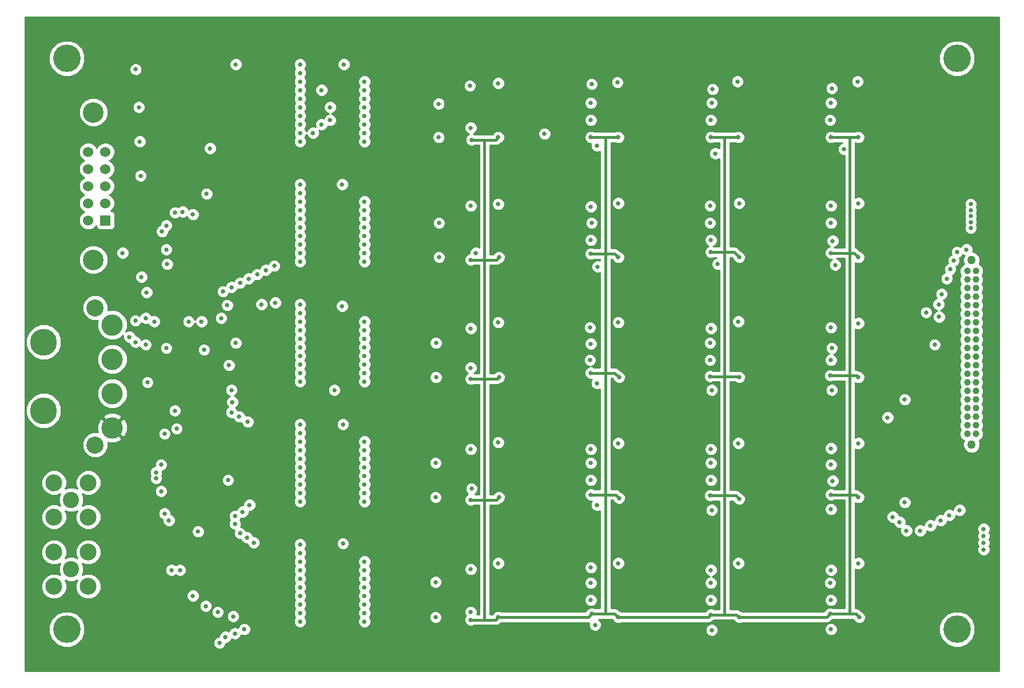
<source format=gbr>
G04 (created by PCBNEW (2013-03-31 BZR 4008)-stable) date 31/05/2013 12:57:13 PM*
%MOIN*%
G04 Gerber Fmt 3.4, Leading zero omitted, Abs format*
%FSLAX34Y34*%
G01*
G70*
G90*
G04 APERTURE LIST*
%ADD10C,2.3622e-006*%
%ADD11C,0.16*%
%ADD12C,0.12*%
%ADD13R,0.06X0.06*%
%ADD14C,0.06*%
%ADD15C,0.05*%
%ADD16C,0.0394*%
%ADD17C,0.1*%
%ADD18C,0.1571*%
%ADD19C,0.125*%
%ADD20C,0.0944882*%
%ADD21C,0.0984252*%
%ADD22C,0.025*%
%ADD23C,0.0157*%
%ADD24C,0.01*%
G04 APERTURE END LIST*
G54D10*
G54D11*
X61750Y-8750D03*
X61750Y-42050D03*
X9850Y-42050D03*
G54D12*
X11400Y-11900D03*
X11400Y-20500D03*
G54D13*
X12100Y-18200D03*
G54D14*
X11100Y-18200D03*
X12100Y-17200D03*
X11100Y-17200D03*
X12100Y-16200D03*
X11100Y-16200D03*
X12100Y-15200D03*
X11100Y-15200D03*
X12100Y-14200D03*
X11100Y-14200D03*
G54D15*
X62600Y-20525D03*
X62600Y-31275D03*
G54D16*
X62350Y-21650D03*
X62350Y-21150D03*
X62850Y-21150D03*
X62850Y-21650D03*
X62850Y-23150D03*
X62850Y-23650D03*
X62850Y-22650D03*
X62850Y-22150D03*
X62350Y-22150D03*
X62350Y-22650D03*
X62350Y-23650D03*
X62350Y-23150D03*
X62850Y-28650D03*
X62850Y-29150D03*
X62850Y-30150D03*
X62850Y-29650D03*
X62350Y-29650D03*
X62350Y-30150D03*
X62350Y-29150D03*
X62350Y-28650D03*
X62350Y-30650D03*
X62850Y-30650D03*
X62850Y-28150D03*
X62350Y-28150D03*
X62350Y-25150D03*
X62350Y-25650D03*
X62350Y-24650D03*
X62350Y-24150D03*
X62350Y-26150D03*
X62350Y-26650D03*
X62350Y-27650D03*
X62350Y-27150D03*
X62850Y-27150D03*
X62850Y-27650D03*
X62850Y-26650D03*
X62850Y-26150D03*
X62850Y-24150D03*
X62850Y-24650D03*
X62850Y-25650D03*
X62850Y-25150D03*
G54D17*
X11500Y-23300D03*
X11500Y-31300D03*
G54D18*
X8500Y-25300D03*
G54D19*
X12500Y-28300D03*
X12500Y-26300D03*
X12500Y-30300D03*
X12500Y-24300D03*
G54D18*
X8500Y-29300D03*
G54D20*
X10100Y-34500D03*
G54D21*
X9100Y-35500D03*
X9100Y-33500D03*
X11100Y-33500D03*
X11100Y-35500D03*
G54D20*
X10100Y-38550D03*
G54D21*
X9100Y-39550D03*
X9100Y-37550D03*
X11100Y-37550D03*
X11100Y-39550D03*
G54D11*
X9850Y-8750D03*
G54D22*
X14100Y-14050D03*
X30050Y-11050D03*
X19900Y-18350D03*
X37050Y-39350D03*
X52350Y-39300D03*
X51050Y-11675D03*
X52350Y-18625D03*
X52350Y-11650D03*
X27200Y-37100D03*
X19900Y-11350D03*
X44050Y-39350D03*
X19850Y-24350D03*
X37050Y-11600D03*
X30050Y-25100D03*
X44050Y-32625D03*
X45350Y-32600D03*
X19850Y-39350D03*
X27200Y-16100D03*
X27200Y-30100D03*
X51050Y-32650D03*
X45350Y-25650D03*
X27200Y-23100D03*
X44025Y-18600D03*
X38350Y-25625D03*
X38350Y-39350D03*
X37050Y-18600D03*
X27200Y-9100D03*
X45350Y-39350D03*
X52350Y-32650D03*
X37050Y-25625D03*
X15200Y-16100D03*
X13857Y-8790D03*
X45375Y-11625D03*
X59350Y-37500D03*
X30050Y-32100D03*
X37050Y-32650D03*
X30050Y-39050D03*
X38350Y-18600D03*
X16900Y-25650D03*
X18850Y-26900D03*
X45350Y-18600D03*
X19800Y-32350D03*
X59350Y-11300D03*
X59350Y-25700D03*
X30050Y-18100D03*
X59350Y-18600D03*
X15450Y-24100D03*
X44050Y-11625D03*
X59350Y-32050D03*
X52350Y-25675D03*
X44050Y-25650D03*
X38350Y-11600D03*
X38350Y-32650D03*
X51050Y-25675D03*
X51050Y-39350D03*
X51050Y-18600D03*
X14050Y-12100D03*
X16250Y-30350D03*
X19250Y-33350D03*
X14150Y-15600D03*
X14100Y-13600D03*
X14050Y-11600D03*
X58700Y-28650D03*
X58700Y-34650D03*
X37700Y-13150D03*
X25900Y-23200D03*
X25900Y-16100D03*
X23450Y-41600D03*
X23450Y-20600D03*
X23450Y-23100D03*
X23450Y-30100D03*
X26000Y-9100D03*
X23450Y-13600D03*
X16950Y-24100D03*
X25950Y-37050D03*
X17700Y-24100D03*
X23450Y-9100D03*
X23450Y-34600D03*
X14450Y-23900D03*
X13857Y-9390D03*
X13100Y-20100D03*
X23450Y-27600D03*
X23450Y-16100D03*
X25950Y-30100D03*
X17850Y-25750D03*
X23450Y-37100D03*
X15650Y-25650D03*
X35000Y-13350D03*
X56000Y-20350D03*
X54400Y-34200D03*
X56000Y-13350D03*
X54350Y-41150D03*
X49050Y-20350D03*
X49000Y-13350D03*
X42050Y-27350D03*
X40400Y-27100D03*
X49050Y-34450D03*
X49050Y-27350D03*
X35000Y-41350D03*
X49050Y-41350D03*
X33400Y-41500D03*
X56000Y-34350D03*
X47400Y-13350D03*
X56050Y-41350D03*
X33400Y-20500D03*
X35050Y-20350D03*
X56000Y-27350D03*
X33400Y-34500D03*
X47350Y-34250D03*
X54400Y-13350D03*
X40450Y-41150D03*
X33400Y-27450D03*
X40400Y-20150D03*
X42000Y-20350D03*
X35050Y-34350D03*
X35050Y-27350D03*
X42050Y-34400D03*
X40400Y-34200D03*
X40400Y-13350D03*
X42000Y-13350D03*
X54400Y-20100D03*
X54350Y-27250D03*
X33450Y-13500D03*
X42000Y-41350D03*
X47400Y-41200D03*
X47350Y-27300D03*
X47400Y-20050D03*
X54400Y-31500D03*
X40400Y-17400D03*
X42000Y-17200D03*
X47350Y-17350D03*
X49050Y-17200D03*
X54400Y-17350D03*
X56000Y-17200D03*
X33400Y-24500D03*
X35000Y-24150D03*
X40350Y-24450D03*
X48950Y-10100D03*
X47500Y-10550D03*
X41950Y-10150D03*
X40450Y-10250D03*
X35000Y-10200D03*
X54450Y-10500D03*
X55950Y-10100D03*
X33400Y-17350D03*
X35000Y-17250D03*
X49000Y-31200D03*
X56000Y-31200D03*
X33400Y-38550D03*
X35000Y-38200D03*
X40400Y-38450D03*
X42000Y-38200D03*
X56000Y-38200D03*
X54400Y-38600D03*
X49000Y-38200D03*
X47400Y-38600D03*
X42000Y-24150D03*
X33350Y-10350D03*
X47400Y-24500D03*
X49000Y-24100D03*
X54400Y-24450D03*
X56000Y-24200D03*
X33400Y-31550D03*
X35000Y-31150D03*
X40400Y-31550D03*
X42000Y-31200D03*
X47400Y-31550D03*
X62300Y-19900D03*
X54350Y-12350D03*
X47400Y-19350D03*
X60850Y-22500D03*
X62550Y-18650D03*
X62550Y-18300D03*
X60675Y-23100D03*
X40400Y-19350D03*
X33700Y-20100D03*
X62550Y-17950D03*
X60700Y-23825D03*
X62550Y-17600D03*
X60450Y-25450D03*
X54400Y-26350D03*
X62550Y-17250D03*
X59950Y-23575D03*
X47350Y-26350D03*
X57700Y-29700D03*
X40350Y-26350D03*
X63300Y-37400D03*
X58000Y-35500D03*
X33400Y-26800D03*
X63300Y-37000D03*
X54500Y-33400D03*
X63300Y-36600D03*
X58400Y-35800D03*
X47400Y-33350D03*
X63300Y-36200D03*
X58800Y-36300D03*
X59600Y-36300D03*
X40400Y-33350D03*
X47400Y-12350D03*
X61750Y-20050D03*
X33450Y-33850D03*
X60200Y-36000D03*
X54400Y-40350D03*
X60800Y-35700D03*
X47400Y-40350D03*
X61300Y-35400D03*
X40400Y-40350D03*
X61900Y-35100D03*
X33400Y-41050D03*
X40400Y-12350D03*
X61550Y-20550D03*
X61350Y-21050D03*
X33400Y-12800D03*
X61150Y-21600D03*
X54500Y-19400D03*
X47450Y-11350D03*
X27200Y-13100D03*
X27200Y-10100D03*
X31525Y-11400D03*
X27200Y-12100D03*
X54400Y-11350D03*
X27200Y-13600D03*
X40400Y-11350D03*
X27200Y-12600D03*
X27200Y-11600D03*
X27200Y-11100D03*
X27200Y-10600D03*
X27200Y-20100D03*
X47350Y-18350D03*
X27200Y-17100D03*
X27200Y-19100D03*
X31550Y-18350D03*
X54400Y-18350D03*
X27200Y-20600D03*
X27200Y-19600D03*
X40450Y-18350D03*
X27200Y-18600D03*
X27200Y-18100D03*
X27200Y-17600D03*
X54450Y-25650D03*
X27200Y-27600D03*
X27200Y-24100D03*
X27200Y-24600D03*
X40400Y-25400D03*
X27200Y-26600D03*
X27200Y-25100D03*
X27200Y-25600D03*
X27200Y-26100D03*
X31375Y-25350D03*
X27200Y-27100D03*
X47350Y-25350D03*
X27200Y-31100D03*
X27200Y-34600D03*
X54400Y-32450D03*
X27200Y-31600D03*
X27200Y-33600D03*
X40400Y-32350D03*
X27200Y-32100D03*
X27200Y-33100D03*
X31350Y-32350D03*
X27200Y-32600D03*
X27200Y-34100D03*
X47400Y-32350D03*
X27200Y-38600D03*
X31350Y-39300D03*
X27200Y-40100D03*
X54350Y-39350D03*
X27200Y-41600D03*
X47400Y-39350D03*
X27200Y-41100D03*
X27200Y-40600D03*
X40400Y-39350D03*
X27200Y-38100D03*
X27200Y-39100D03*
X27200Y-39600D03*
X55150Y-14050D03*
X23450Y-13100D03*
X19700Y-9100D03*
X23450Y-9600D03*
X16600Y-17700D03*
X23450Y-19600D03*
X21450Y-21100D03*
X47800Y-20750D03*
X18950Y-22350D03*
X15700Y-20750D03*
X23450Y-17100D03*
X16150Y-17750D03*
X20950Y-21350D03*
X23450Y-19100D03*
X40800Y-20900D03*
X19450Y-22100D03*
X15650Y-19900D03*
X23450Y-17600D03*
X15650Y-18500D03*
X20450Y-21600D03*
X23450Y-18600D03*
X31550Y-20350D03*
X15400Y-18850D03*
X23450Y-18100D03*
X19950Y-21850D03*
X23450Y-27100D03*
X54450Y-28100D03*
X14950Y-24100D03*
X21200Y-23100D03*
X23450Y-23600D03*
X14500Y-22400D03*
X13850Y-24050D03*
X23450Y-26600D03*
X47450Y-28100D03*
X19700Y-25350D03*
X14200Y-21500D03*
X22000Y-23000D03*
X23450Y-24100D03*
X24200Y-13100D03*
X23450Y-12600D03*
X47650Y-14300D03*
X13500Y-25000D03*
X23450Y-26100D03*
X40750Y-27700D03*
X23450Y-24600D03*
X13850Y-25300D03*
X25450Y-28100D03*
X19300Y-26650D03*
X31375Y-27350D03*
X23450Y-25600D03*
X14450Y-25450D03*
X19450Y-28100D03*
X14550Y-27650D03*
X23450Y-25100D03*
X15050Y-33250D03*
X23450Y-34100D03*
X54400Y-35050D03*
X20500Y-34800D03*
X15050Y-32900D03*
X23450Y-30600D03*
X20400Y-29950D03*
X15350Y-34000D03*
X47450Y-35100D03*
X23450Y-33600D03*
X20100Y-35200D03*
X15350Y-32450D03*
X19900Y-29650D03*
X23450Y-31100D03*
X15550Y-35300D03*
X19650Y-35450D03*
X23450Y-33100D03*
X40750Y-34800D03*
X15550Y-30650D03*
X23450Y-31600D03*
X19450Y-29400D03*
X24700Y-10600D03*
X23450Y-10100D03*
X15800Y-35700D03*
X19650Y-35900D03*
X23450Y-32600D03*
X31350Y-34350D03*
X19500Y-28800D03*
X16150Y-29300D03*
X23450Y-32100D03*
X23450Y-41100D03*
X54400Y-42050D03*
X15950Y-38600D03*
X23450Y-37600D03*
X20750Y-37000D03*
X20200Y-42050D03*
X23450Y-40600D03*
X47450Y-42100D03*
X19550Y-41300D03*
X23450Y-38100D03*
X20350Y-36700D03*
X16450Y-38600D03*
X23450Y-40100D03*
X40650Y-41800D03*
X18650Y-41050D03*
X19650Y-42300D03*
X19950Y-36450D03*
X17500Y-36350D03*
X23450Y-38600D03*
X17950Y-40700D03*
X19100Y-42500D03*
X23450Y-39600D03*
X31350Y-41350D03*
X23450Y-39100D03*
X18750Y-42850D03*
X17200Y-40100D03*
X23450Y-12100D03*
X24700Y-12600D03*
X40750Y-13850D03*
X25200Y-11600D03*
X23450Y-10600D03*
X31525Y-13350D03*
X23450Y-11600D03*
X25200Y-12350D03*
X23450Y-11100D03*
X18200Y-14000D03*
X17200Y-17850D03*
X21950Y-20850D03*
X54650Y-20800D03*
X23450Y-20100D03*
X23450Y-16600D03*
X18000Y-16650D03*
X18850Y-23900D03*
X19200Y-23150D03*
G54D23*
X34850Y-13500D02*
X35000Y-13350D01*
X55500Y-27250D02*
X55900Y-27250D01*
X55850Y-41150D02*
X56050Y-41350D01*
X34200Y-34500D02*
X34200Y-27450D01*
X47400Y-13350D02*
X48200Y-13350D01*
X54400Y-13350D02*
X55500Y-13350D01*
X33400Y-41500D02*
X34200Y-41500D01*
X55500Y-27250D02*
X55500Y-20100D01*
X35000Y-41350D02*
X40250Y-41350D01*
X48200Y-41200D02*
X48900Y-41200D01*
X47250Y-41350D02*
X47400Y-41200D01*
X41250Y-34250D02*
X41250Y-34200D01*
X41250Y-34200D02*
X41850Y-34200D01*
X41850Y-34200D02*
X42050Y-34400D01*
X55850Y-34200D02*
X56000Y-34350D01*
X48850Y-34250D02*
X49050Y-34450D01*
X40400Y-20150D02*
X41250Y-20150D01*
X34200Y-41500D02*
X34850Y-41500D01*
X47400Y-41200D02*
X48200Y-41200D01*
X34900Y-34500D02*
X35050Y-34350D01*
X48750Y-20050D02*
X49050Y-20350D01*
X34200Y-20500D02*
X34900Y-20500D01*
X34900Y-20500D02*
X35050Y-20350D01*
X48900Y-41200D02*
X49050Y-41350D01*
X48200Y-13350D02*
X49000Y-13350D01*
X47350Y-34250D02*
X48200Y-34250D01*
X34200Y-34500D02*
X34900Y-34500D01*
X40250Y-41350D02*
X40450Y-41150D01*
X33400Y-27450D02*
X34200Y-27450D01*
X55900Y-27250D02*
X56000Y-27350D01*
X55500Y-13350D02*
X56000Y-13350D01*
X55500Y-34200D02*
X55850Y-34200D01*
X55500Y-20100D02*
X55500Y-13350D01*
X41250Y-41150D02*
X41250Y-34250D01*
X49050Y-41350D02*
X54150Y-41350D01*
X33450Y-13500D02*
X34200Y-13500D01*
X47350Y-27300D02*
X48200Y-27300D01*
X34200Y-41500D02*
X34200Y-34500D01*
X41800Y-27100D02*
X42050Y-27350D01*
X34200Y-27450D02*
X34200Y-20500D01*
X48200Y-20050D02*
X48200Y-13350D01*
X48200Y-27300D02*
X48200Y-20050D01*
X34200Y-20500D02*
X34200Y-13500D01*
X48200Y-34250D02*
X48200Y-27300D01*
X48200Y-41200D02*
X48200Y-34250D01*
X41250Y-20150D02*
X41800Y-20150D01*
X40400Y-34200D02*
X41250Y-34200D01*
X40400Y-27100D02*
X41250Y-27100D01*
X40450Y-41150D02*
X41250Y-41150D01*
X54400Y-20100D02*
X55500Y-20100D01*
X34200Y-27450D02*
X34950Y-27450D01*
X34200Y-13500D02*
X34850Y-13500D01*
X41800Y-20150D02*
X42000Y-20350D01*
X41250Y-27100D02*
X41250Y-20150D01*
X42000Y-41350D02*
X47250Y-41350D01*
X55500Y-34200D02*
X55500Y-27250D01*
X41800Y-41150D02*
X42000Y-41350D01*
X54350Y-41150D02*
X55500Y-41150D01*
X41250Y-13350D02*
X42000Y-13350D01*
X41250Y-41150D02*
X41800Y-41150D01*
X41250Y-34250D02*
X41250Y-27100D01*
X34950Y-27450D02*
X35050Y-27350D01*
X55500Y-20100D02*
X55750Y-20100D01*
X54350Y-27250D02*
X55500Y-27250D01*
X41250Y-27100D02*
X41800Y-27100D01*
X41250Y-20150D02*
X41250Y-13350D01*
X40400Y-13350D02*
X41250Y-13350D01*
X55500Y-34200D02*
X55500Y-41150D01*
X54400Y-34200D02*
X55500Y-34200D01*
X54150Y-41350D02*
X54350Y-41150D01*
X55500Y-41150D02*
X55850Y-41150D01*
X33400Y-20500D02*
X34200Y-20500D01*
X33400Y-34500D02*
X34200Y-34500D01*
X34850Y-41500D02*
X35000Y-41350D01*
X55750Y-20100D02*
X56000Y-20350D01*
X48200Y-34250D02*
X48850Y-34250D01*
X48200Y-27300D02*
X49000Y-27300D01*
X49000Y-27300D02*
X49050Y-27350D01*
X48200Y-20050D02*
X48750Y-20050D01*
X47400Y-20050D02*
X48200Y-20050D01*
G54D10*
G36*
X64175Y-44475D02*
X63675Y-44475D01*
X63675Y-37325D01*
X63623Y-37199D01*
X63674Y-37074D01*
X63675Y-36925D01*
X63623Y-36799D01*
X63674Y-36674D01*
X63675Y-36525D01*
X63623Y-36399D01*
X63674Y-36274D01*
X63675Y-36125D01*
X63618Y-35987D01*
X63512Y-35882D01*
X63374Y-35825D01*
X63297Y-35824D01*
X63297Y-30561D01*
X63230Y-30399D01*
X63296Y-30239D01*
X63297Y-30061D01*
X63230Y-29899D01*
X63296Y-29739D01*
X63297Y-29561D01*
X63230Y-29399D01*
X63296Y-29239D01*
X63297Y-29061D01*
X63230Y-28899D01*
X63296Y-28739D01*
X63297Y-28561D01*
X63230Y-28399D01*
X63296Y-28239D01*
X63297Y-28061D01*
X63230Y-27899D01*
X63296Y-27739D01*
X63297Y-27561D01*
X63230Y-27399D01*
X63296Y-27239D01*
X63297Y-27061D01*
X63230Y-26899D01*
X63296Y-26739D01*
X63297Y-26561D01*
X63230Y-26399D01*
X63296Y-26239D01*
X63297Y-26061D01*
X63230Y-25899D01*
X63296Y-25739D01*
X63297Y-25561D01*
X63230Y-25399D01*
X63296Y-25239D01*
X63297Y-25061D01*
X63230Y-24899D01*
X63296Y-24739D01*
X63297Y-24561D01*
X63230Y-24399D01*
X63296Y-24239D01*
X63297Y-24061D01*
X63230Y-23899D01*
X63296Y-23739D01*
X63297Y-23561D01*
X63230Y-23399D01*
X63296Y-23239D01*
X63297Y-23061D01*
X63230Y-22899D01*
X63296Y-22739D01*
X63297Y-22561D01*
X63230Y-22399D01*
X63296Y-22239D01*
X63297Y-22061D01*
X63230Y-21899D01*
X63296Y-21739D01*
X63297Y-21561D01*
X63230Y-21399D01*
X63296Y-21239D01*
X63297Y-21061D01*
X63229Y-20897D01*
X63103Y-20771D01*
X63048Y-20748D01*
X63099Y-20624D01*
X63100Y-20425D01*
X63024Y-20242D01*
X62925Y-20142D01*
X62925Y-18575D01*
X62883Y-18474D01*
X62924Y-18374D01*
X62925Y-18225D01*
X62883Y-18124D01*
X62924Y-18024D01*
X62925Y-17875D01*
X62883Y-17774D01*
X62924Y-17674D01*
X62925Y-17525D01*
X62883Y-17424D01*
X62924Y-17324D01*
X62925Y-17175D01*
X62868Y-17037D01*
X62800Y-16969D01*
X62800Y-8542D01*
X62640Y-8156D01*
X62345Y-7860D01*
X61959Y-7700D01*
X61542Y-7699D01*
X61156Y-7859D01*
X60860Y-8154D01*
X60700Y-8540D01*
X60699Y-8957D01*
X60859Y-9344D01*
X61154Y-9639D01*
X61540Y-9799D01*
X61957Y-9800D01*
X62344Y-9640D01*
X62639Y-9345D01*
X62799Y-8959D01*
X62800Y-8542D01*
X62800Y-16969D01*
X62762Y-16932D01*
X62624Y-16875D01*
X62475Y-16874D01*
X62337Y-16931D01*
X62232Y-17037D01*
X62175Y-17175D01*
X62174Y-17324D01*
X62216Y-17425D01*
X62175Y-17525D01*
X62174Y-17674D01*
X62216Y-17775D01*
X62175Y-17875D01*
X62174Y-18024D01*
X62216Y-18125D01*
X62175Y-18225D01*
X62174Y-18374D01*
X62216Y-18475D01*
X62175Y-18575D01*
X62174Y-18724D01*
X62231Y-18862D01*
X62337Y-18967D01*
X62475Y-19024D01*
X62624Y-19025D01*
X62762Y-18968D01*
X62867Y-18862D01*
X62924Y-18724D01*
X62925Y-18575D01*
X62925Y-20142D01*
X62883Y-20101D01*
X62699Y-20025D01*
X62654Y-20025D01*
X62674Y-19974D01*
X62675Y-19825D01*
X62618Y-19687D01*
X62512Y-19582D01*
X62374Y-19525D01*
X62225Y-19524D01*
X62087Y-19581D01*
X61982Y-19687D01*
X61963Y-19732D01*
X61962Y-19732D01*
X61824Y-19675D01*
X61675Y-19674D01*
X61537Y-19731D01*
X61432Y-19837D01*
X61375Y-19975D01*
X61374Y-20124D01*
X61407Y-20203D01*
X61337Y-20231D01*
X61232Y-20337D01*
X61175Y-20475D01*
X61174Y-20624D01*
X61207Y-20703D01*
X61137Y-20731D01*
X61032Y-20837D01*
X60975Y-20975D01*
X60974Y-21124D01*
X61025Y-21245D01*
X60937Y-21281D01*
X60832Y-21387D01*
X60775Y-21525D01*
X60774Y-21674D01*
X60831Y-21812D01*
X60937Y-21917D01*
X61075Y-21974D01*
X61224Y-21975D01*
X61362Y-21918D01*
X61467Y-21812D01*
X61524Y-21674D01*
X61525Y-21525D01*
X61474Y-21404D01*
X61562Y-21368D01*
X61667Y-21262D01*
X61724Y-21124D01*
X61725Y-20975D01*
X61692Y-20896D01*
X61762Y-20868D01*
X61867Y-20762D01*
X61924Y-20624D01*
X61925Y-20475D01*
X61892Y-20396D01*
X61962Y-20368D01*
X62067Y-20262D01*
X62086Y-20217D01*
X62087Y-20217D01*
X62171Y-20252D01*
X62100Y-20425D01*
X62099Y-20624D01*
X62151Y-20748D01*
X62097Y-20770D01*
X61971Y-20896D01*
X61903Y-21060D01*
X61902Y-21238D01*
X61969Y-21400D01*
X61903Y-21560D01*
X61902Y-21738D01*
X61969Y-21900D01*
X61903Y-22060D01*
X61902Y-22238D01*
X61969Y-22400D01*
X61903Y-22560D01*
X61902Y-22738D01*
X61969Y-22900D01*
X61903Y-23060D01*
X61902Y-23238D01*
X61969Y-23400D01*
X61903Y-23560D01*
X61902Y-23738D01*
X61969Y-23900D01*
X61903Y-24060D01*
X61902Y-24238D01*
X61969Y-24400D01*
X61903Y-24560D01*
X61902Y-24738D01*
X61969Y-24900D01*
X61903Y-25060D01*
X61902Y-25238D01*
X61969Y-25400D01*
X61903Y-25560D01*
X61902Y-25738D01*
X61969Y-25900D01*
X61903Y-26060D01*
X61902Y-26238D01*
X61969Y-26400D01*
X61903Y-26560D01*
X61902Y-26738D01*
X61969Y-26900D01*
X61903Y-27060D01*
X61902Y-27238D01*
X61969Y-27400D01*
X61903Y-27560D01*
X61902Y-27738D01*
X61969Y-27900D01*
X61903Y-28060D01*
X61902Y-28238D01*
X61969Y-28400D01*
X61903Y-28560D01*
X61902Y-28738D01*
X61969Y-28900D01*
X61903Y-29060D01*
X61902Y-29238D01*
X61969Y-29400D01*
X61903Y-29560D01*
X61902Y-29738D01*
X61969Y-29900D01*
X61903Y-30060D01*
X61902Y-30238D01*
X61969Y-30400D01*
X61903Y-30560D01*
X61902Y-30738D01*
X61970Y-30902D01*
X62096Y-31028D01*
X62151Y-31051D01*
X62100Y-31175D01*
X62099Y-31374D01*
X62175Y-31557D01*
X62316Y-31698D01*
X62500Y-31774D01*
X62699Y-31775D01*
X62882Y-31699D01*
X63023Y-31558D01*
X63099Y-31374D01*
X63100Y-31175D01*
X63048Y-31051D01*
X63102Y-31029D01*
X63228Y-30903D01*
X63296Y-30739D01*
X63297Y-30561D01*
X63297Y-35824D01*
X63225Y-35824D01*
X63087Y-35881D01*
X62982Y-35987D01*
X62925Y-36125D01*
X62924Y-36274D01*
X62976Y-36400D01*
X62925Y-36525D01*
X62924Y-36674D01*
X62976Y-36800D01*
X62925Y-36925D01*
X62924Y-37074D01*
X62976Y-37200D01*
X62925Y-37325D01*
X62924Y-37474D01*
X62981Y-37612D01*
X63087Y-37717D01*
X63225Y-37774D01*
X63374Y-37775D01*
X63512Y-37718D01*
X63617Y-37612D01*
X63674Y-37474D01*
X63675Y-37325D01*
X63675Y-44475D01*
X62800Y-44475D01*
X62800Y-41842D01*
X62640Y-41456D01*
X62345Y-41160D01*
X62275Y-41131D01*
X62275Y-35025D01*
X62218Y-34887D01*
X62112Y-34782D01*
X61974Y-34725D01*
X61825Y-34724D01*
X61687Y-34781D01*
X61582Y-34887D01*
X61525Y-35025D01*
X61525Y-35094D01*
X61512Y-35082D01*
X61374Y-35025D01*
X61225Y-35024D01*
X61225Y-35025D01*
X61225Y-22425D01*
X61168Y-22287D01*
X61062Y-22182D01*
X60924Y-22125D01*
X60775Y-22124D01*
X60637Y-22181D01*
X60532Y-22287D01*
X60475Y-22425D01*
X60474Y-22574D01*
X60531Y-22712D01*
X60561Y-22741D01*
X60462Y-22781D01*
X60357Y-22887D01*
X60300Y-23025D01*
X60299Y-23174D01*
X60356Y-23312D01*
X60462Y-23417D01*
X60582Y-23467D01*
X60487Y-23506D01*
X60382Y-23612D01*
X60325Y-23750D01*
X60325Y-23500D01*
X60268Y-23362D01*
X60162Y-23257D01*
X60024Y-23200D01*
X59875Y-23199D01*
X59737Y-23256D01*
X59632Y-23362D01*
X59575Y-23500D01*
X59574Y-23649D01*
X59631Y-23787D01*
X59737Y-23892D01*
X59875Y-23949D01*
X60024Y-23950D01*
X60162Y-23893D01*
X60267Y-23787D01*
X60324Y-23649D01*
X60325Y-23500D01*
X60325Y-23750D01*
X60324Y-23899D01*
X60381Y-24037D01*
X60487Y-24142D01*
X60625Y-24199D01*
X60774Y-24200D01*
X60912Y-24143D01*
X61017Y-24037D01*
X61074Y-23899D01*
X61075Y-23750D01*
X61018Y-23612D01*
X60912Y-23507D01*
X60792Y-23457D01*
X60887Y-23418D01*
X60992Y-23312D01*
X61049Y-23174D01*
X61050Y-23025D01*
X60993Y-22887D01*
X60963Y-22858D01*
X61062Y-22818D01*
X61167Y-22712D01*
X61224Y-22574D01*
X61225Y-22425D01*
X61225Y-35025D01*
X61087Y-35081D01*
X60982Y-35187D01*
X60925Y-35325D01*
X60925Y-35345D01*
X60874Y-35325D01*
X60825Y-35325D01*
X60825Y-25375D01*
X60768Y-25237D01*
X60662Y-25132D01*
X60524Y-25075D01*
X60375Y-25074D01*
X60237Y-25131D01*
X60132Y-25237D01*
X60075Y-25375D01*
X60074Y-25524D01*
X60131Y-25662D01*
X60237Y-25767D01*
X60375Y-25824D01*
X60524Y-25825D01*
X60662Y-25768D01*
X60767Y-25662D01*
X60824Y-25524D01*
X60825Y-25375D01*
X60825Y-35325D01*
X60725Y-35324D01*
X60587Y-35381D01*
X60482Y-35487D01*
X60425Y-35625D01*
X60425Y-35694D01*
X60412Y-35682D01*
X60274Y-35625D01*
X60125Y-35624D01*
X59987Y-35681D01*
X59882Y-35787D01*
X59825Y-35925D01*
X59825Y-35994D01*
X59812Y-35982D01*
X59674Y-35925D01*
X59525Y-35924D01*
X59387Y-35981D01*
X59282Y-36087D01*
X59225Y-36225D01*
X59224Y-36374D01*
X59281Y-36512D01*
X59387Y-36617D01*
X59525Y-36674D01*
X59674Y-36675D01*
X59812Y-36618D01*
X59917Y-36512D01*
X59974Y-36374D01*
X59974Y-36305D01*
X59987Y-36317D01*
X60125Y-36374D01*
X60274Y-36375D01*
X60412Y-36318D01*
X60517Y-36212D01*
X60574Y-36074D01*
X60574Y-36005D01*
X60587Y-36017D01*
X60725Y-36074D01*
X60874Y-36075D01*
X61012Y-36018D01*
X61117Y-35912D01*
X61174Y-35774D01*
X61174Y-35754D01*
X61225Y-35774D01*
X61374Y-35775D01*
X61512Y-35718D01*
X61617Y-35612D01*
X61674Y-35474D01*
X61674Y-35405D01*
X61687Y-35417D01*
X61825Y-35474D01*
X61974Y-35475D01*
X62112Y-35418D01*
X62217Y-35312D01*
X62274Y-35174D01*
X62275Y-35025D01*
X62275Y-41131D01*
X61959Y-41000D01*
X61542Y-40999D01*
X61156Y-41159D01*
X60860Y-41454D01*
X60700Y-41840D01*
X60699Y-42257D01*
X60859Y-42644D01*
X61154Y-42939D01*
X61540Y-43099D01*
X61957Y-43100D01*
X62344Y-42940D01*
X62639Y-42645D01*
X62799Y-42259D01*
X62800Y-41842D01*
X62800Y-44475D01*
X59175Y-44475D01*
X59175Y-36225D01*
X59118Y-36087D01*
X59075Y-36044D01*
X59075Y-34575D01*
X59075Y-28575D01*
X59018Y-28437D01*
X58912Y-28332D01*
X58774Y-28275D01*
X58625Y-28274D01*
X58487Y-28331D01*
X58382Y-28437D01*
X58325Y-28575D01*
X58324Y-28724D01*
X58381Y-28862D01*
X58487Y-28967D01*
X58625Y-29024D01*
X58774Y-29025D01*
X58912Y-28968D01*
X59017Y-28862D01*
X59074Y-28724D01*
X59075Y-28575D01*
X59075Y-34575D01*
X59018Y-34437D01*
X58912Y-34332D01*
X58774Y-34275D01*
X58625Y-34274D01*
X58487Y-34331D01*
X58382Y-34437D01*
X58325Y-34575D01*
X58324Y-34724D01*
X58381Y-34862D01*
X58487Y-34967D01*
X58625Y-35024D01*
X58774Y-35025D01*
X58912Y-34968D01*
X59017Y-34862D01*
X59074Y-34724D01*
X59075Y-34575D01*
X59075Y-36044D01*
X59012Y-35982D01*
X58874Y-35925D01*
X58754Y-35924D01*
X58774Y-35874D01*
X58775Y-35725D01*
X58718Y-35587D01*
X58612Y-35482D01*
X58474Y-35425D01*
X58374Y-35424D01*
X58318Y-35287D01*
X58212Y-35182D01*
X58075Y-35125D01*
X58075Y-29625D01*
X58018Y-29487D01*
X57912Y-29382D01*
X57774Y-29325D01*
X57625Y-29324D01*
X57487Y-29381D01*
X57382Y-29487D01*
X57325Y-29625D01*
X57324Y-29774D01*
X57381Y-29912D01*
X57487Y-30017D01*
X57625Y-30074D01*
X57774Y-30075D01*
X57912Y-30018D01*
X58017Y-29912D01*
X58074Y-29774D01*
X58075Y-29625D01*
X58075Y-35125D01*
X58074Y-35125D01*
X57925Y-35124D01*
X57787Y-35181D01*
X57682Y-35287D01*
X57625Y-35425D01*
X57624Y-35574D01*
X57681Y-35712D01*
X57787Y-35817D01*
X57925Y-35874D01*
X58025Y-35875D01*
X58081Y-36012D01*
X58187Y-36117D01*
X58325Y-36174D01*
X58445Y-36175D01*
X58425Y-36225D01*
X58424Y-36374D01*
X58481Y-36512D01*
X58587Y-36617D01*
X58725Y-36674D01*
X58874Y-36675D01*
X59012Y-36618D01*
X59117Y-36512D01*
X59174Y-36374D01*
X59175Y-36225D01*
X59175Y-44475D01*
X56425Y-44475D01*
X56425Y-41275D01*
X56368Y-41137D01*
X56262Y-41032D01*
X56150Y-40985D01*
X56082Y-40917D01*
X55975Y-40846D01*
X55850Y-40821D01*
X55828Y-40821D01*
X55828Y-38534D01*
X55925Y-38574D01*
X56074Y-38575D01*
X56212Y-38518D01*
X56317Y-38412D01*
X56374Y-38274D01*
X56375Y-38125D01*
X56318Y-37987D01*
X56212Y-37882D01*
X56074Y-37825D01*
X55925Y-37824D01*
X55828Y-37865D01*
X55828Y-34684D01*
X55925Y-34724D01*
X56074Y-34725D01*
X56212Y-34668D01*
X56317Y-34562D01*
X56374Y-34424D01*
X56375Y-34275D01*
X56318Y-34137D01*
X56212Y-34032D01*
X56100Y-33985D01*
X56082Y-33967D01*
X55975Y-33896D01*
X55850Y-33871D01*
X55828Y-33871D01*
X55828Y-31534D01*
X55925Y-31574D01*
X56074Y-31575D01*
X56212Y-31518D01*
X56317Y-31412D01*
X56374Y-31274D01*
X56375Y-31125D01*
X56318Y-30987D01*
X56212Y-30882D01*
X56074Y-30825D01*
X55925Y-30824D01*
X55828Y-30865D01*
X55828Y-27684D01*
X55925Y-27724D01*
X56074Y-27725D01*
X56212Y-27668D01*
X56317Y-27562D01*
X56374Y-27424D01*
X56375Y-27275D01*
X56318Y-27137D01*
X56212Y-27032D01*
X56074Y-26975D01*
X56068Y-26975D01*
X56025Y-26946D01*
X55900Y-26921D01*
X55828Y-26921D01*
X55828Y-24534D01*
X55925Y-24574D01*
X56074Y-24575D01*
X56212Y-24518D01*
X56317Y-24412D01*
X56374Y-24274D01*
X56375Y-24125D01*
X56318Y-23987D01*
X56212Y-23882D01*
X56074Y-23825D01*
X55925Y-23824D01*
X55828Y-23865D01*
X55828Y-20684D01*
X55925Y-20724D01*
X56074Y-20725D01*
X56212Y-20668D01*
X56317Y-20562D01*
X56374Y-20424D01*
X56375Y-20275D01*
X56318Y-20137D01*
X56212Y-20032D01*
X56100Y-19985D01*
X55982Y-19867D01*
X55875Y-19796D01*
X55828Y-19787D01*
X55828Y-19787D01*
X55828Y-17534D01*
X55925Y-17574D01*
X56074Y-17575D01*
X56212Y-17518D01*
X56317Y-17412D01*
X56374Y-17274D01*
X56375Y-17125D01*
X56318Y-16987D01*
X56212Y-16882D01*
X56074Y-16825D01*
X55925Y-16824D01*
X55828Y-16865D01*
X55828Y-13684D01*
X55925Y-13724D01*
X56074Y-13725D01*
X56212Y-13668D01*
X56317Y-13562D01*
X56374Y-13424D01*
X56375Y-13275D01*
X56325Y-13154D01*
X56325Y-10025D01*
X56268Y-9887D01*
X56162Y-9782D01*
X56024Y-9725D01*
X55875Y-9724D01*
X55737Y-9781D01*
X55632Y-9887D01*
X55575Y-10025D01*
X55574Y-10174D01*
X55631Y-10312D01*
X55737Y-10417D01*
X55875Y-10474D01*
X56024Y-10475D01*
X56162Y-10418D01*
X56267Y-10312D01*
X56324Y-10174D01*
X56325Y-10025D01*
X56325Y-13154D01*
X56318Y-13137D01*
X56212Y-13032D01*
X56074Y-12975D01*
X55925Y-12974D01*
X55813Y-13021D01*
X55500Y-13021D01*
X54825Y-13021D01*
X54825Y-10425D01*
X54768Y-10287D01*
X54662Y-10182D01*
X54524Y-10125D01*
X54375Y-10124D01*
X54237Y-10181D01*
X54132Y-10287D01*
X54075Y-10425D01*
X54074Y-10574D01*
X54131Y-10712D01*
X54237Y-10817D01*
X54375Y-10874D01*
X54524Y-10875D01*
X54662Y-10818D01*
X54767Y-10712D01*
X54824Y-10574D01*
X54825Y-10425D01*
X54825Y-13021D01*
X54775Y-13021D01*
X54775Y-11275D01*
X54718Y-11137D01*
X54612Y-11032D01*
X54474Y-10975D01*
X54325Y-10974D01*
X54187Y-11031D01*
X54082Y-11137D01*
X54025Y-11275D01*
X54024Y-11424D01*
X54081Y-11562D01*
X54187Y-11667D01*
X54325Y-11724D01*
X54474Y-11725D01*
X54612Y-11668D01*
X54717Y-11562D01*
X54774Y-11424D01*
X54775Y-11275D01*
X54775Y-13021D01*
X54725Y-13021D01*
X54725Y-12275D01*
X54668Y-12137D01*
X54562Y-12032D01*
X54424Y-11975D01*
X54275Y-11974D01*
X54137Y-12031D01*
X54032Y-12137D01*
X53975Y-12275D01*
X53974Y-12424D01*
X54031Y-12562D01*
X54137Y-12667D01*
X54275Y-12724D01*
X54424Y-12725D01*
X54562Y-12668D01*
X54667Y-12562D01*
X54724Y-12424D01*
X54725Y-12275D01*
X54725Y-13021D01*
X54586Y-13021D01*
X54474Y-12975D01*
X54325Y-12974D01*
X54187Y-13031D01*
X54082Y-13137D01*
X54025Y-13275D01*
X54024Y-13424D01*
X54081Y-13562D01*
X54187Y-13667D01*
X54325Y-13724D01*
X54474Y-13725D01*
X54586Y-13678D01*
X55067Y-13678D01*
X54937Y-13731D01*
X54832Y-13837D01*
X54775Y-13975D01*
X54774Y-14124D01*
X54831Y-14262D01*
X54937Y-14367D01*
X55075Y-14424D01*
X55171Y-14425D01*
X55171Y-19771D01*
X54586Y-19771D01*
X54584Y-19770D01*
X54712Y-19718D01*
X54817Y-19612D01*
X54874Y-19474D01*
X54875Y-19325D01*
X54818Y-19187D01*
X54775Y-19144D01*
X54775Y-18275D01*
X54775Y-17275D01*
X54718Y-17137D01*
X54612Y-17032D01*
X54474Y-16975D01*
X54325Y-16974D01*
X54187Y-17031D01*
X54082Y-17137D01*
X54025Y-17275D01*
X54024Y-17424D01*
X54081Y-17562D01*
X54187Y-17667D01*
X54325Y-17724D01*
X54474Y-17725D01*
X54612Y-17668D01*
X54717Y-17562D01*
X54774Y-17424D01*
X54775Y-17275D01*
X54775Y-18275D01*
X54718Y-18137D01*
X54612Y-18032D01*
X54474Y-17975D01*
X54325Y-17974D01*
X54187Y-18031D01*
X54082Y-18137D01*
X54025Y-18275D01*
X54024Y-18424D01*
X54081Y-18562D01*
X54187Y-18667D01*
X54325Y-18724D01*
X54474Y-18725D01*
X54612Y-18668D01*
X54717Y-18562D01*
X54774Y-18424D01*
X54775Y-18275D01*
X54775Y-19144D01*
X54712Y-19082D01*
X54574Y-19025D01*
X54425Y-19024D01*
X54287Y-19081D01*
X54182Y-19187D01*
X54125Y-19325D01*
X54124Y-19474D01*
X54181Y-19612D01*
X54287Y-19717D01*
X54315Y-19729D01*
X54187Y-19781D01*
X54082Y-19887D01*
X54025Y-20025D01*
X54024Y-20174D01*
X54081Y-20312D01*
X54187Y-20417D01*
X54325Y-20474D01*
X54454Y-20475D01*
X54437Y-20481D01*
X54332Y-20587D01*
X54275Y-20725D01*
X54274Y-20874D01*
X54331Y-21012D01*
X54437Y-21117D01*
X54575Y-21174D01*
X54724Y-21175D01*
X54862Y-21118D01*
X54967Y-21012D01*
X55024Y-20874D01*
X55025Y-20725D01*
X54968Y-20587D01*
X54862Y-20482D01*
X54733Y-20428D01*
X55171Y-20428D01*
X55171Y-26921D01*
X54825Y-26921D01*
X54825Y-25575D01*
X54775Y-25454D01*
X54775Y-24375D01*
X54718Y-24237D01*
X54612Y-24132D01*
X54474Y-24075D01*
X54325Y-24074D01*
X54187Y-24131D01*
X54082Y-24237D01*
X54025Y-24375D01*
X54024Y-24524D01*
X54081Y-24662D01*
X54187Y-24767D01*
X54325Y-24824D01*
X54474Y-24825D01*
X54612Y-24768D01*
X54717Y-24662D01*
X54774Y-24524D01*
X54775Y-24375D01*
X54775Y-25454D01*
X54768Y-25437D01*
X54662Y-25332D01*
X54524Y-25275D01*
X54375Y-25274D01*
X54237Y-25331D01*
X54132Y-25437D01*
X54075Y-25575D01*
X54074Y-25724D01*
X54131Y-25862D01*
X54237Y-25967D01*
X54290Y-25989D01*
X54187Y-26031D01*
X54082Y-26137D01*
X54025Y-26275D01*
X54024Y-26424D01*
X54081Y-26562D01*
X54187Y-26667D01*
X54325Y-26724D01*
X54474Y-26725D01*
X54612Y-26668D01*
X54717Y-26562D01*
X54774Y-26424D01*
X54775Y-26275D01*
X54718Y-26137D01*
X54612Y-26032D01*
X54559Y-26010D01*
X54662Y-25968D01*
X54767Y-25862D01*
X54824Y-25724D01*
X54825Y-25575D01*
X54825Y-26921D01*
X54536Y-26921D01*
X54424Y-26875D01*
X54275Y-26874D01*
X54137Y-26931D01*
X54032Y-27037D01*
X53975Y-27175D01*
X53974Y-27324D01*
X54031Y-27462D01*
X54137Y-27567D01*
X54275Y-27624D01*
X54424Y-27625D01*
X54536Y-27578D01*
X55171Y-27578D01*
X55171Y-33871D01*
X54875Y-33871D01*
X54875Y-33325D01*
X54825Y-33204D01*
X54825Y-28025D01*
X54768Y-27887D01*
X54662Y-27782D01*
X54524Y-27725D01*
X54375Y-27724D01*
X54237Y-27781D01*
X54132Y-27887D01*
X54075Y-28025D01*
X54074Y-28174D01*
X54131Y-28312D01*
X54237Y-28417D01*
X54375Y-28474D01*
X54524Y-28475D01*
X54662Y-28418D01*
X54767Y-28312D01*
X54824Y-28174D01*
X54825Y-28025D01*
X54825Y-33204D01*
X54818Y-33187D01*
X54775Y-33144D01*
X54775Y-32375D01*
X54775Y-31425D01*
X54718Y-31287D01*
X54612Y-31182D01*
X54474Y-31125D01*
X54325Y-31124D01*
X54187Y-31181D01*
X54082Y-31287D01*
X54025Y-31425D01*
X54024Y-31574D01*
X54081Y-31712D01*
X54187Y-31817D01*
X54325Y-31874D01*
X54474Y-31875D01*
X54612Y-31818D01*
X54717Y-31712D01*
X54774Y-31574D01*
X54775Y-31425D01*
X54775Y-32375D01*
X54718Y-32237D01*
X54612Y-32132D01*
X54474Y-32075D01*
X54325Y-32074D01*
X54187Y-32131D01*
X54082Y-32237D01*
X54025Y-32375D01*
X54024Y-32524D01*
X54081Y-32662D01*
X54187Y-32767D01*
X54325Y-32824D01*
X54474Y-32825D01*
X54612Y-32768D01*
X54717Y-32662D01*
X54774Y-32524D01*
X54775Y-32375D01*
X54775Y-33144D01*
X54712Y-33082D01*
X54574Y-33025D01*
X54425Y-33024D01*
X54287Y-33081D01*
X54182Y-33187D01*
X54125Y-33325D01*
X54124Y-33474D01*
X54181Y-33612D01*
X54287Y-33717D01*
X54425Y-33774D01*
X54574Y-33775D01*
X54712Y-33718D01*
X54817Y-33612D01*
X54874Y-33474D01*
X54875Y-33325D01*
X54875Y-33871D01*
X54586Y-33871D01*
X54474Y-33825D01*
X54325Y-33824D01*
X54187Y-33881D01*
X54082Y-33987D01*
X54025Y-34125D01*
X54024Y-34274D01*
X54081Y-34412D01*
X54187Y-34517D01*
X54325Y-34574D01*
X54474Y-34575D01*
X54586Y-34528D01*
X55171Y-34528D01*
X55171Y-40821D01*
X54775Y-40821D01*
X54775Y-40275D01*
X54775Y-38525D01*
X54775Y-34975D01*
X54718Y-34837D01*
X54612Y-34732D01*
X54474Y-34675D01*
X54325Y-34674D01*
X54187Y-34731D01*
X54082Y-34837D01*
X54025Y-34975D01*
X54024Y-35124D01*
X54081Y-35262D01*
X54187Y-35367D01*
X54325Y-35424D01*
X54474Y-35425D01*
X54612Y-35368D01*
X54717Y-35262D01*
X54774Y-35124D01*
X54775Y-34975D01*
X54775Y-38525D01*
X54718Y-38387D01*
X54612Y-38282D01*
X54474Y-38225D01*
X54325Y-38224D01*
X54187Y-38281D01*
X54082Y-38387D01*
X54025Y-38525D01*
X54024Y-38674D01*
X54081Y-38812D01*
X54187Y-38917D01*
X54325Y-38974D01*
X54474Y-38975D01*
X54612Y-38918D01*
X54717Y-38812D01*
X54774Y-38674D01*
X54775Y-38525D01*
X54775Y-40275D01*
X54725Y-40154D01*
X54725Y-39275D01*
X54668Y-39137D01*
X54562Y-39032D01*
X54424Y-38975D01*
X54275Y-38974D01*
X54137Y-39031D01*
X54032Y-39137D01*
X53975Y-39275D01*
X53974Y-39424D01*
X54031Y-39562D01*
X54137Y-39667D01*
X54275Y-39724D01*
X54424Y-39725D01*
X54562Y-39668D01*
X54667Y-39562D01*
X54724Y-39424D01*
X54725Y-39275D01*
X54725Y-40154D01*
X54718Y-40137D01*
X54612Y-40032D01*
X54474Y-39975D01*
X54325Y-39974D01*
X54187Y-40031D01*
X54082Y-40137D01*
X54025Y-40275D01*
X54024Y-40424D01*
X54081Y-40562D01*
X54187Y-40667D01*
X54325Y-40724D01*
X54474Y-40725D01*
X54612Y-40668D01*
X54717Y-40562D01*
X54774Y-40424D01*
X54775Y-40275D01*
X54775Y-40821D01*
X54536Y-40821D01*
X54424Y-40775D01*
X54275Y-40774D01*
X54137Y-40831D01*
X54032Y-40937D01*
X53997Y-41021D01*
X49375Y-41021D01*
X49375Y-38125D01*
X49318Y-37987D01*
X49212Y-37882D01*
X49074Y-37825D01*
X48925Y-37824D01*
X48787Y-37881D01*
X48682Y-37987D01*
X48625Y-38125D01*
X48624Y-38274D01*
X48681Y-38412D01*
X48787Y-38517D01*
X48925Y-38574D01*
X49074Y-38575D01*
X49212Y-38518D01*
X49317Y-38412D01*
X49374Y-38274D01*
X49375Y-38125D01*
X49375Y-41021D01*
X49236Y-41021D01*
X49150Y-40985D01*
X49132Y-40967D01*
X49025Y-40896D01*
X48900Y-40871D01*
X48528Y-40871D01*
X48528Y-34578D01*
X48697Y-34578D01*
X48731Y-34662D01*
X48837Y-34767D01*
X48975Y-34824D01*
X49124Y-34825D01*
X49262Y-34768D01*
X49367Y-34662D01*
X49424Y-34524D01*
X49425Y-34375D01*
X49375Y-34254D01*
X49375Y-31125D01*
X49318Y-30987D01*
X49212Y-30882D01*
X49074Y-30825D01*
X48925Y-30824D01*
X48787Y-30881D01*
X48682Y-30987D01*
X48625Y-31125D01*
X48624Y-31274D01*
X48681Y-31412D01*
X48787Y-31517D01*
X48925Y-31574D01*
X49074Y-31575D01*
X49212Y-31518D01*
X49317Y-31412D01*
X49374Y-31274D01*
X49375Y-31125D01*
X49375Y-34254D01*
X49368Y-34237D01*
X49262Y-34132D01*
X49150Y-34085D01*
X49082Y-34017D01*
X48975Y-33946D01*
X48850Y-33921D01*
X48528Y-33921D01*
X48528Y-27628D01*
X48798Y-27628D01*
X48837Y-27667D01*
X48975Y-27724D01*
X49124Y-27725D01*
X49262Y-27668D01*
X49367Y-27562D01*
X49424Y-27424D01*
X49425Y-27275D01*
X49375Y-27154D01*
X49375Y-24025D01*
X49318Y-23887D01*
X49212Y-23782D01*
X49074Y-23725D01*
X48925Y-23724D01*
X48787Y-23781D01*
X48682Y-23887D01*
X48625Y-24025D01*
X48624Y-24174D01*
X48681Y-24312D01*
X48787Y-24417D01*
X48925Y-24474D01*
X49074Y-24475D01*
X49212Y-24418D01*
X49317Y-24312D01*
X49374Y-24174D01*
X49375Y-24025D01*
X49375Y-27154D01*
X49368Y-27137D01*
X49262Y-27032D01*
X49124Y-26975D01*
X49017Y-26974D01*
X49000Y-26971D01*
X48528Y-26971D01*
X48528Y-20378D01*
X48613Y-20378D01*
X48685Y-20450D01*
X48731Y-20562D01*
X48837Y-20667D01*
X48975Y-20724D01*
X49124Y-20725D01*
X49262Y-20668D01*
X49367Y-20562D01*
X49424Y-20424D01*
X49425Y-20275D01*
X49425Y-17125D01*
X49368Y-16987D01*
X49262Y-16882D01*
X49124Y-16825D01*
X48975Y-16824D01*
X48837Y-16881D01*
X48732Y-16987D01*
X48675Y-17125D01*
X48674Y-17274D01*
X48731Y-17412D01*
X48837Y-17517D01*
X48975Y-17574D01*
X49124Y-17575D01*
X49262Y-17518D01*
X49367Y-17412D01*
X49424Y-17274D01*
X49425Y-17125D01*
X49425Y-20275D01*
X49368Y-20137D01*
X49262Y-20032D01*
X49150Y-19985D01*
X48982Y-19817D01*
X48875Y-19746D01*
X48750Y-19721D01*
X48528Y-19721D01*
X48528Y-13678D01*
X48813Y-13678D01*
X48925Y-13724D01*
X49074Y-13725D01*
X49212Y-13668D01*
X49317Y-13562D01*
X49374Y-13424D01*
X49375Y-13275D01*
X49325Y-13154D01*
X49325Y-10025D01*
X49268Y-9887D01*
X49162Y-9782D01*
X49024Y-9725D01*
X48875Y-9724D01*
X48737Y-9781D01*
X48632Y-9887D01*
X48575Y-10025D01*
X48574Y-10174D01*
X48631Y-10312D01*
X48737Y-10417D01*
X48875Y-10474D01*
X49024Y-10475D01*
X49162Y-10418D01*
X49267Y-10312D01*
X49324Y-10174D01*
X49325Y-10025D01*
X49325Y-13154D01*
X49318Y-13137D01*
X49212Y-13032D01*
X49074Y-12975D01*
X48925Y-12974D01*
X48813Y-13021D01*
X48200Y-13021D01*
X47875Y-13021D01*
X47875Y-10475D01*
X47818Y-10337D01*
X47712Y-10232D01*
X47574Y-10175D01*
X47425Y-10174D01*
X47287Y-10231D01*
X47182Y-10337D01*
X47125Y-10475D01*
X47124Y-10624D01*
X47181Y-10762D01*
X47287Y-10867D01*
X47425Y-10924D01*
X47574Y-10925D01*
X47712Y-10868D01*
X47817Y-10762D01*
X47874Y-10624D01*
X47875Y-10475D01*
X47875Y-13021D01*
X47825Y-13021D01*
X47825Y-11275D01*
X47768Y-11137D01*
X47662Y-11032D01*
X47524Y-10975D01*
X47375Y-10974D01*
X47237Y-11031D01*
X47132Y-11137D01*
X47075Y-11275D01*
X47074Y-11424D01*
X47131Y-11562D01*
X47237Y-11667D01*
X47375Y-11724D01*
X47524Y-11725D01*
X47662Y-11668D01*
X47767Y-11562D01*
X47824Y-11424D01*
X47825Y-11275D01*
X47825Y-13021D01*
X47775Y-13021D01*
X47775Y-12275D01*
X47718Y-12137D01*
X47612Y-12032D01*
X47474Y-11975D01*
X47325Y-11974D01*
X47187Y-12031D01*
X47082Y-12137D01*
X47025Y-12275D01*
X47024Y-12424D01*
X47081Y-12562D01*
X47187Y-12667D01*
X47325Y-12724D01*
X47474Y-12725D01*
X47612Y-12668D01*
X47717Y-12562D01*
X47774Y-12424D01*
X47775Y-12275D01*
X47775Y-13021D01*
X47586Y-13021D01*
X47474Y-12975D01*
X47325Y-12974D01*
X47187Y-13031D01*
X47082Y-13137D01*
X47025Y-13275D01*
X47024Y-13424D01*
X47081Y-13562D01*
X47187Y-13667D01*
X47325Y-13724D01*
X47474Y-13725D01*
X47586Y-13678D01*
X47871Y-13678D01*
X47871Y-13991D01*
X47862Y-13982D01*
X47724Y-13925D01*
X47575Y-13924D01*
X47437Y-13981D01*
X47332Y-14087D01*
X47275Y-14225D01*
X47274Y-14374D01*
X47331Y-14512D01*
X47437Y-14617D01*
X47575Y-14674D01*
X47724Y-14675D01*
X47862Y-14618D01*
X47871Y-14608D01*
X47871Y-19721D01*
X47586Y-19721D01*
X47534Y-19699D01*
X47612Y-19668D01*
X47717Y-19562D01*
X47774Y-19424D01*
X47775Y-19275D01*
X47725Y-19154D01*
X47725Y-18275D01*
X47725Y-17275D01*
X47668Y-17137D01*
X47562Y-17032D01*
X47424Y-16975D01*
X47275Y-16974D01*
X47137Y-17031D01*
X47032Y-17137D01*
X46975Y-17275D01*
X46974Y-17424D01*
X47031Y-17562D01*
X47137Y-17667D01*
X47275Y-17724D01*
X47424Y-17725D01*
X47562Y-17668D01*
X47667Y-17562D01*
X47724Y-17424D01*
X47725Y-17275D01*
X47725Y-18275D01*
X47668Y-18137D01*
X47562Y-18032D01*
X47424Y-17975D01*
X47275Y-17974D01*
X47137Y-18031D01*
X47032Y-18137D01*
X46975Y-18275D01*
X46974Y-18424D01*
X47031Y-18562D01*
X47137Y-18667D01*
X47275Y-18724D01*
X47424Y-18725D01*
X47562Y-18668D01*
X47667Y-18562D01*
X47724Y-18424D01*
X47725Y-18275D01*
X47725Y-19154D01*
X47718Y-19137D01*
X47612Y-19032D01*
X47474Y-18975D01*
X47325Y-18974D01*
X47187Y-19031D01*
X47082Y-19137D01*
X47025Y-19275D01*
X47024Y-19424D01*
X47081Y-19562D01*
X47187Y-19667D01*
X47265Y-19700D01*
X47187Y-19731D01*
X47082Y-19837D01*
X47025Y-19975D01*
X47024Y-20124D01*
X47081Y-20262D01*
X47187Y-20367D01*
X47325Y-20424D01*
X47474Y-20425D01*
X47586Y-20378D01*
X47717Y-20378D01*
X47587Y-20431D01*
X47482Y-20537D01*
X47425Y-20675D01*
X47424Y-20824D01*
X47481Y-20962D01*
X47587Y-21067D01*
X47725Y-21124D01*
X47871Y-21125D01*
X47871Y-26971D01*
X47775Y-26971D01*
X47775Y-24425D01*
X47718Y-24287D01*
X47612Y-24182D01*
X47474Y-24125D01*
X47325Y-24124D01*
X47187Y-24181D01*
X47082Y-24287D01*
X47025Y-24425D01*
X47024Y-24574D01*
X47081Y-24712D01*
X47187Y-24817D01*
X47325Y-24874D01*
X47474Y-24875D01*
X47612Y-24818D01*
X47717Y-24712D01*
X47774Y-24574D01*
X47775Y-24425D01*
X47775Y-26971D01*
X47725Y-26971D01*
X47725Y-26275D01*
X47725Y-25275D01*
X47668Y-25137D01*
X47562Y-25032D01*
X47424Y-24975D01*
X47275Y-24974D01*
X47137Y-25031D01*
X47032Y-25137D01*
X46975Y-25275D01*
X46974Y-25424D01*
X47031Y-25562D01*
X47137Y-25667D01*
X47275Y-25724D01*
X47424Y-25725D01*
X47562Y-25668D01*
X47667Y-25562D01*
X47724Y-25424D01*
X47725Y-25275D01*
X47725Y-26275D01*
X47668Y-26137D01*
X47562Y-26032D01*
X47424Y-25975D01*
X47275Y-25974D01*
X47137Y-26031D01*
X47032Y-26137D01*
X46975Y-26275D01*
X46974Y-26424D01*
X47031Y-26562D01*
X47137Y-26667D01*
X47275Y-26724D01*
X47424Y-26725D01*
X47562Y-26668D01*
X47667Y-26562D01*
X47724Y-26424D01*
X47725Y-26275D01*
X47725Y-26971D01*
X47536Y-26971D01*
X47424Y-26925D01*
X47275Y-26924D01*
X47137Y-26981D01*
X47032Y-27087D01*
X46975Y-27225D01*
X46974Y-27374D01*
X47031Y-27512D01*
X47137Y-27617D01*
X47275Y-27674D01*
X47424Y-27675D01*
X47536Y-27628D01*
X47871Y-27628D01*
X47871Y-33921D01*
X47825Y-33921D01*
X47825Y-28025D01*
X47768Y-27887D01*
X47662Y-27782D01*
X47524Y-27725D01*
X47375Y-27724D01*
X47237Y-27781D01*
X47132Y-27887D01*
X47075Y-28025D01*
X47074Y-28174D01*
X47131Y-28312D01*
X47237Y-28417D01*
X47375Y-28474D01*
X47524Y-28475D01*
X47662Y-28418D01*
X47767Y-28312D01*
X47824Y-28174D01*
X47825Y-28025D01*
X47825Y-33921D01*
X47775Y-33921D01*
X47775Y-33275D01*
X47775Y-32275D01*
X47775Y-31475D01*
X47718Y-31337D01*
X47612Y-31232D01*
X47474Y-31175D01*
X47325Y-31174D01*
X47187Y-31231D01*
X47082Y-31337D01*
X47025Y-31475D01*
X47024Y-31624D01*
X47081Y-31762D01*
X47187Y-31867D01*
X47325Y-31924D01*
X47474Y-31925D01*
X47612Y-31868D01*
X47717Y-31762D01*
X47774Y-31624D01*
X47775Y-31475D01*
X47775Y-32275D01*
X47718Y-32137D01*
X47612Y-32032D01*
X47474Y-31975D01*
X47325Y-31974D01*
X47187Y-32031D01*
X47082Y-32137D01*
X47025Y-32275D01*
X47024Y-32424D01*
X47081Y-32562D01*
X47187Y-32667D01*
X47325Y-32724D01*
X47474Y-32725D01*
X47612Y-32668D01*
X47717Y-32562D01*
X47774Y-32424D01*
X47775Y-32275D01*
X47775Y-33275D01*
X47718Y-33137D01*
X47612Y-33032D01*
X47474Y-32975D01*
X47325Y-32974D01*
X47187Y-33031D01*
X47082Y-33137D01*
X47025Y-33275D01*
X47024Y-33424D01*
X47081Y-33562D01*
X47187Y-33667D01*
X47325Y-33724D01*
X47474Y-33725D01*
X47612Y-33668D01*
X47717Y-33562D01*
X47774Y-33424D01*
X47775Y-33275D01*
X47775Y-33921D01*
X47536Y-33921D01*
X47424Y-33875D01*
X47275Y-33874D01*
X47137Y-33931D01*
X47032Y-34037D01*
X46975Y-34175D01*
X46974Y-34324D01*
X47031Y-34462D01*
X47137Y-34567D01*
X47275Y-34624D01*
X47424Y-34625D01*
X47536Y-34578D01*
X47871Y-34578D01*
X47871Y-40871D01*
X47825Y-40871D01*
X47825Y-35025D01*
X47768Y-34887D01*
X47662Y-34782D01*
X47524Y-34725D01*
X47375Y-34724D01*
X47237Y-34781D01*
X47132Y-34887D01*
X47075Y-35025D01*
X47074Y-35174D01*
X47131Y-35312D01*
X47237Y-35417D01*
X47375Y-35474D01*
X47524Y-35475D01*
X47662Y-35418D01*
X47767Y-35312D01*
X47824Y-35174D01*
X47825Y-35025D01*
X47825Y-40871D01*
X47775Y-40871D01*
X47775Y-40275D01*
X47775Y-39275D01*
X47718Y-39137D01*
X47612Y-39032D01*
X47474Y-38975D01*
X47474Y-38975D01*
X47612Y-38918D01*
X47717Y-38812D01*
X47774Y-38674D01*
X47775Y-38525D01*
X47718Y-38387D01*
X47612Y-38282D01*
X47474Y-38225D01*
X47325Y-38224D01*
X47187Y-38281D01*
X47082Y-38387D01*
X47025Y-38525D01*
X47024Y-38674D01*
X47081Y-38812D01*
X47187Y-38917D01*
X47325Y-38974D01*
X47325Y-38974D01*
X47187Y-39031D01*
X47082Y-39137D01*
X47025Y-39275D01*
X47024Y-39424D01*
X47081Y-39562D01*
X47187Y-39667D01*
X47325Y-39724D01*
X47474Y-39725D01*
X47612Y-39668D01*
X47717Y-39562D01*
X47774Y-39424D01*
X47775Y-39275D01*
X47775Y-40275D01*
X47718Y-40137D01*
X47612Y-40032D01*
X47474Y-39975D01*
X47325Y-39974D01*
X47187Y-40031D01*
X47082Y-40137D01*
X47025Y-40275D01*
X47024Y-40424D01*
X47081Y-40562D01*
X47187Y-40667D01*
X47325Y-40724D01*
X47474Y-40725D01*
X47612Y-40668D01*
X47717Y-40562D01*
X47774Y-40424D01*
X47775Y-40275D01*
X47775Y-40871D01*
X47586Y-40871D01*
X47474Y-40825D01*
X47325Y-40824D01*
X47187Y-40881D01*
X47082Y-40987D01*
X47068Y-41021D01*
X42375Y-41021D01*
X42375Y-38125D01*
X42318Y-37987D01*
X42212Y-37882D01*
X42074Y-37825D01*
X41925Y-37824D01*
X41787Y-37881D01*
X41682Y-37987D01*
X41625Y-38125D01*
X41624Y-38274D01*
X41681Y-38412D01*
X41787Y-38517D01*
X41925Y-38574D01*
X42074Y-38575D01*
X42212Y-38518D01*
X42317Y-38412D01*
X42374Y-38274D01*
X42375Y-38125D01*
X42375Y-41021D01*
X42186Y-41021D01*
X42100Y-40985D01*
X42032Y-40917D01*
X41925Y-40846D01*
X41800Y-40821D01*
X41578Y-40821D01*
X41578Y-34528D01*
X41697Y-34528D01*
X41731Y-34612D01*
X41837Y-34717D01*
X41975Y-34774D01*
X42124Y-34775D01*
X42262Y-34718D01*
X42367Y-34612D01*
X42424Y-34474D01*
X42425Y-34325D01*
X42375Y-34204D01*
X42375Y-31125D01*
X42318Y-30987D01*
X42212Y-30882D01*
X42074Y-30825D01*
X41925Y-30824D01*
X41787Y-30881D01*
X41682Y-30987D01*
X41625Y-31125D01*
X41624Y-31274D01*
X41681Y-31412D01*
X41787Y-31517D01*
X41925Y-31574D01*
X42074Y-31575D01*
X42212Y-31518D01*
X42317Y-31412D01*
X42374Y-31274D01*
X42375Y-31125D01*
X42375Y-34204D01*
X42368Y-34187D01*
X42262Y-34082D01*
X42150Y-34035D01*
X42082Y-33967D01*
X41975Y-33896D01*
X41850Y-33871D01*
X41578Y-33871D01*
X41578Y-27428D01*
X41663Y-27428D01*
X41685Y-27450D01*
X41731Y-27562D01*
X41837Y-27667D01*
X41975Y-27724D01*
X42124Y-27725D01*
X42262Y-27668D01*
X42367Y-27562D01*
X42424Y-27424D01*
X42425Y-27275D01*
X42375Y-27154D01*
X42375Y-24075D01*
X42318Y-23937D01*
X42212Y-23832D01*
X42074Y-23775D01*
X41925Y-23774D01*
X41787Y-23831D01*
X41682Y-23937D01*
X41625Y-24075D01*
X41624Y-24224D01*
X41681Y-24362D01*
X41787Y-24467D01*
X41925Y-24524D01*
X42074Y-24525D01*
X42212Y-24468D01*
X42317Y-24362D01*
X42374Y-24224D01*
X42375Y-24075D01*
X42375Y-27154D01*
X42368Y-27137D01*
X42262Y-27032D01*
X42150Y-26985D01*
X42032Y-26867D01*
X41925Y-26796D01*
X41800Y-26771D01*
X41578Y-26771D01*
X41578Y-20478D01*
X41647Y-20478D01*
X41681Y-20562D01*
X41787Y-20667D01*
X41925Y-20724D01*
X42074Y-20725D01*
X42212Y-20668D01*
X42317Y-20562D01*
X42374Y-20424D01*
X42375Y-20275D01*
X42375Y-17125D01*
X42318Y-16987D01*
X42212Y-16882D01*
X42074Y-16825D01*
X41925Y-16824D01*
X41787Y-16881D01*
X41682Y-16987D01*
X41625Y-17125D01*
X41624Y-17274D01*
X41681Y-17412D01*
X41787Y-17517D01*
X41925Y-17574D01*
X42074Y-17575D01*
X42212Y-17518D01*
X42317Y-17412D01*
X42374Y-17274D01*
X42375Y-17125D01*
X42375Y-20275D01*
X42318Y-20137D01*
X42212Y-20032D01*
X42100Y-19985D01*
X42032Y-19917D01*
X41925Y-19846D01*
X41800Y-19821D01*
X41578Y-19821D01*
X41578Y-13678D01*
X41813Y-13678D01*
X41925Y-13724D01*
X42074Y-13725D01*
X42212Y-13668D01*
X42317Y-13562D01*
X42374Y-13424D01*
X42375Y-13275D01*
X42325Y-13154D01*
X42325Y-10075D01*
X42268Y-9937D01*
X42162Y-9832D01*
X42024Y-9775D01*
X41875Y-9774D01*
X41737Y-9831D01*
X41632Y-9937D01*
X41575Y-10075D01*
X41574Y-10224D01*
X41631Y-10362D01*
X41737Y-10467D01*
X41875Y-10524D01*
X42024Y-10525D01*
X42162Y-10468D01*
X42267Y-10362D01*
X42324Y-10224D01*
X42325Y-10075D01*
X42325Y-13154D01*
X42318Y-13137D01*
X42212Y-13032D01*
X42074Y-12975D01*
X41925Y-12974D01*
X41813Y-13021D01*
X41250Y-13021D01*
X40825Y-13021D01*
X40825Y-10175D01*
X40768Y-10037D01*
X40662Y-9932D01*
X40524Y-9875D01*
X40375Y-9874D01*
X40237Y-9931D01*
X40132Y-10037D01*
X40075Y-10175D01*
X40074Y-10324D01*
X40131Y-10462D01*
X40237Y-10567D01*
X40375Y-10624D01*
X40524Y-10625D01*
X40662Y-10568D01*
X40767Y-10462D01*
X40824Y-10324D01*
X40825Y-10175D01*
X40825Y-13021D01*
X40775Y-13021D01*
X40775Y-12275D01*
X40775Y-11275D01*
X40718Y-11137D01*
X40612Y-11032D01*
X40474Y-10975D01*
X40325Y-10974D01*
X40187Y-11031D01*
X40082Y-11137D01*
X40025Y-11275D01*
X40024Y-11424D01*
X40081Y-11562D01*
X40187Y-11667D01*
X40325Y-11724D01*
X40474Y-11725D01*
X40612Y-11668D01*
X40717Y-11562D01*
X40774Y-11424D01*
X40775Y-11275D01*
X40775Y-12275D01*
X40718Y-12137D01*
X40612Y-12032D01*
X40474Y-11975D01*
X40325Y-11974D01*
X40187Y-12031D01*
X40082Y-12137D01*
X40025Y-12275D01*
X40024Y-12424D01*
X40081Y-12562D01*
X40187Y-12667D01*
X40325Y-12724D01*
X40474Y-12725D01*
X40612Y-12668D01*
X40717Y-12562D01*
X40774Y-12424D01*
X40775Y-12275D01*
X40775Y-13021D01*
X40586Y-13021D01*
X40474Y-12975D01*
X40325Y-12974D01*
X40187Y-13031D01*
X40082Y-13137D01*
X40025Y-13275D01*
X40024Y-13424D01*
X40081Y-13562D01*
X40187Y-13667D01*
X40325Y-13724D01*
X40395Y-13724D01*
X40375Y-13775D01*
X40374Y-13924D01*
X40431Y-14062D01*
X40537Y-14167D01*
X40675Y-14224D01*
X40824Y-14225D01*
X40921Y-14184D01*
X40921Y-19821D01*
X40825Y-19821D01*
X40825Y-18275D01*
X40775Y-18154D01*
X40775Y-17325D01*
X40718Y-17187D01*
X40612Y-17082D01*
X40474Y-17025D01*
X40325Y-17024D01*
X40187Y-17081D01*
X40082Y-17187D01*
X40025Y-17325D01*
X40024Y-17474D01*
X40081Y-17612D01*
X40187Y-17717D01*
X40325Y-17774D01*
X40474Y-17775D01*
X40612Y-17718D01*
X40717Y-17612D01*
X40774Y-17474D01*
X40775Y-17325D01*
X40775Y-18154D01*
X40768Y-18137D01*
X40662Y-18032D01*
X40524Y-17975D01*
X40375Y-17974D01*
X40237Y-18031D01*
X40132Y-18137D01*
X40075Y-18275D01*
X40074Y-18424D01*
X40131Y-18562D01*
X40237Y-18667D01*
X40375Y-18724D01*
X40524Y-18725D01*
X40662Y-18668D01*
X40767Y-18562D01*
X40824Y-18424D01*
X40825Y-18275D01*
X40825Y-19821D01*
X40775Y-19821D01*
X40775Y-19275D01*
X40718Y-19137D01*
X40612Y-19032D01*
X40474Y-18975D01*
X40325Y-18974D01*
X40187Y-19031D01*
X40082Y-19137D01*
X40025Y-19275D01*
X40024Y-19424D01*
X40081Y-19562D01*
X40187Y-19667D01*
X40325Y-19724D01*
X40474Y-19725D01*
X40612Y-19668D01*
X40717Y-19562D01*
X40774Y-19424D01*
X40775Y-19275D01*
X40775Y-19821D01*
X40586Y-19821D01*
X40474Y-19775D01*
X40325Y-19774D01*
X40187Y-19831D01*
X40082Y-19937D01*
X40025Y-20075D01*
X40024Y-20224D01*
X40081Y-20362D01*
X40187Y-20467D01*
X40325Y-20524D01*
X40474Y-20525D01*
X40586Y-20478D01*
X40921Y-20478D01*
X40921Y-20544D01*
X40874Y-20525D01*
X40725Y-20524D01*
X40587Y-20581D01*
X40482Y-20687D01*
X40425Y-20825D01*
X40424Y-20974D01*
X40481Y-21112D01*
X40587Y-21217D01*
X40725Y-21274D01*
X40874Y-21275D01*
X40921Y-21255D01*
X40921Y-26771D01*
X40775Y-26771D01*
X40775Y-25325D01*
X40725Y-25204D01*
X40725Y-24375D01*
X40668Y-24237D01*
X40562Y-24132D01*
X40424Y-24075D01*
X40275Y-24074D01*
X40137Y-24131D01*
X40032Y-24237D01*
X39975Y-24375D01*
X39974Y-24524D01*
X40031Y-24662D01*
X40137Y-24767D01*
X40275Y-24824D01*
X40424Y-24825D01*
X40562Y-24768D01*
X40667Y-24662D01*
X40724Y-24524D01*
X40725Y-24375D01*
X40725Y-25204D01*
X40718Y-25187D01*
X40612Y-25082D01*
X40474Y-25025D01*
X40325Y-25024D01*
X40187Y-25081D01*
X40082Y-25187D01*
X40025Y-25325D01*
X40024Y-25474D01*
X40081Y-25612D01*
X40187Y-25717D01*
X40325Y-25774D01*
X40474Y-25775D01*
X40612Y-25718D01*
X40717Y-25612D01*
X40774Y-25474D01*
X40775Y-25325D01*
X40775Y-26771D01*
X40586Y-26771D01*
X40474Y-26725D01*
X40424Y-26725D01*
X40562Y-26668D01*
X40667Y-26562D01*
X40724Y-26424D01*
X40725Y-26275D01*
X40668Y-26137D01*
X40562Y-26032D01*
X40424Y-25975D01*
X40275Y-25974D01*
X40137Y-26031D01*
X40032Y-26137D01*
X39975Y-26275D01*
X39974Y-26424D01*
X40031Y-26562D01*
X40137Y-26667D01*
X40275Y-26724D01*
X40325Y-26724D01*
X40187Y-26781D01*
X40082Y-26887D01*
X40025Y-27025D01*
X40024Y-27174D01*
X40081Y-27312D01*
X40187Y-27417D01*
X40325Y-27474D01*
X40444Y-27475D01*
X40432Y-27487D01*
X40375Y-27625D01*
X40374Y-27774D01*
X40431Y-27912D01*
X40537Y-28017D01*
X40675Y-28074D01*
X40824Y-28075D01*
X40921Y-28034D01*
X40921Y-33871D01*
X40775Y-33871D01*
X40775Y-33275D01*
X40775Y-32275D01*
X40775Y-31475D01*
X40718Y-31337D01*
X40612Y-31232D01*
X40474Y-31175D01*
X40325Y-31174D01*
X40187Y-31231D01*
X40082Y-31337D01*
X40025Y-31475D01*
X40024Y-31624D01*
X40081Y-31762D01*
X40187Y-31867D01*
X40325Y-31924D01*
X40474Y-31925D01*
X40612Y-31868D01*
X40717Y-31762D01*
X40774Y-31624D01*
X40775Y-31475D01*
X40775Y-32275D01*
X40718Y-32137D01*
X40612Y-32032D01*
X40474Y-31975D01*
X40325Y-31974D01*
X40187Y-32031D01*
X40082Y-32137D01*
X40025Y-32275D01*
X40024Y-32424D01*
X40081Y-32562D01*
X40187Y-32667D01*
X40325Y-32724D01*
X40474Y-32725D01*
X40612Y-32668D01*
X40717Y-32562D01*
X40774Y-32424D01*
X40775Y-32275D01*
X40775Y-33275D01*
X40718Y-33137D01*
X40612Y-33032D01*
X40474Y-32975D01*
X40325Y-32974D01*
X40187Y-33031D01*
X40082Y-33137D01*
X40025Y-33275D01*
X40024Y-33424D01*
X40081Y-33562D01*
X40187Y-33667D01*
X40325Y-33724D01*
X40474Y-33725D01*
X40612Y-33668D01*
X40717Y-33562D01*
X40774Y-33424D01*
X40775Y-33275D01*
X40775Y-33871D01*
X40586Y-33871D01*
X40474Y-33825D01*
X40325Y-33824D01*
X40187Y-33881D01*
X40082Y-33987D01*
X40025Y-34125D01*
X40024Y-34274D01*
X40081Y-34412D01*
X40187Y-34517D01*
X40325Y-34574D01*
X40444Y-34575D01*
X40432Y-34587D01*
X40375Y-34725D01*
X40374Y-34874D01*
X40431Y-35012D01*
X40537Y-35117D01*
X40675Y-35174D01*
X40824Y-35175D01*
X40921Y-35134D01*
X40921Y-40821D01*
X40775Y-40821D01*
X40775Y-40275D01*
X40775Y-39275D01*
X40775Y-38375D01*
X40718Y-38237D01*
X40612Y-38132D01*
X40474Y-38075D01*
X40325Y-38074D01*
X40187Y-38131D01*
X40082Y-38237D01*
X40025Y-38375D01*
X40024Y-38524D01*
X40081Y-38662D01*
X40187Y-38767D01*
X40325Y-38824D01*
X40474Y-38825D01*
X40612Y-38768D01*
X40717Y-38662D01*
X40774Y-38524D01*
X40775Y-38375D01*
X40775Y-39275D01*
X40718Y-39137D01*
X40612Y-39032D01*
X40474Y-38975D01*
X40325Y-38974D01*
X40187Y-39031D01*
X40082Y-39137D01*
X40025Y-39275D01*
X40024Y-39424D01*
X40081Y-39562D01*
X40187Y-39667D01*
X40325Y-39724D01*
X40474Y-39725D01*
X40612Y-39668D01*
X40717Y-39562D01*
X40774Y-39424D01*
X40775Y-39275D01*
X40775Y-40275D01*
X40718Y-40137D01*
X40612Y-40032D01*
X40474Y-39975D01*
X40325Y-39974D01*
X40187Y-40031D01*
X40082Y-40137D01*
X40025Y-40275D01*
X40024Y-40424D01*
X40081Y-40562D01*
X40187Y-40667D01*
X40325Y-40724D01*
X40474Y-40725D01*
X40612Y-40668D01*
X40717Y-40562D01*
X40774Y-40424D01*
X40775Y-40275D01*
X40775Y-40821D01*
X40636Y-40821D01*
X40524Y-40775D01*
X40375Y-40774D01*
X40237Y-40831D01*
X40132Y-40937D01*
X40097Y-41021D01*
X38075Y-41021D01*
X38075Y-13075D01*
X38018Y-12937D01*
X37912Y-12832D01*
X37774Y-12775D01*
X37625Y-12774D01*
X37487Y-12831D01*
X37382Y-12937D01*
X37325Y-13075D01*
X37324Y-13224D01*
X37381Y-13362D01*
X37487Y-13467D01*
X37625Y-13524D01*
X37774Y-13525D01*
X37912Y-13468D01*
X38017Y-13362D01*
X38074Y-13224D01*
X38075Y-13075D01*
X38075Y-41021D01*
X35375Y-41021D01*
X35375Y-38125D01*
X35318Y-37987D01*
X35212Y-37882D01*
X35074Y-37825D01*
X34925Y-37824D01*
X34787Y-37881D01*
X34682Y-37987D01*
X34625Y-38125D01*
X34624Y-38274D01*
X34681Y-38412D01*
X34787Y-38517D01*
X34925Y-38574D01*
X35074Y-38575D01*
X35212Y-38518D01*
X35317Y-38412D01*
X35374Y-38274D01*
X35375Y-38125D01*
X35375Y-41021D01*
X35186Y-41021D01*
X35074Y-40975D01*
X34925Y-40974D01*
X34787Y-41031D01*
X34682Y-41137D01*
X34668Y-41171D01*
X34528Y-41171D01*
X34528Y-34828D01*
X34900Y-34828D01*
X35025Y-34803D01*
X35025Y-34803D01*
X35132Y-34732D01*
X35150Y-34714D01*
X35262Y-34668D01*
X35367Y-34562D01*
X35424Y-34424D01*
X35425Y-34275D01*
X35375Y-34154D01*
X35375Y-31075D01*
X35318Y-30937D01*
X35212Y-30832D01*
X35074Y-30775D01*
X34925Y-30774D01*
X34787Y-30831D01*
X34682Y-30937D01*
X34625Y-31075D01*
X34624Y-31224D01*
X34681Y-31362D01*
X34787Y-31467D01*
X34925Y-31524D01*
X35074Y-31525D01*
X35212Y-31468D01*
X35317Y-31362D01*
X35374Y-31224D01*
X35375Y-31075D01*
X35375Y-34154D01*
X35368Y-34137D01*
X35262Y-34032D01*
X35124Y-33975D01*
X34975Y-33974D01*
X34837Y-34031D01*
X34732Y-34137D01*
X34718Y-34171D01*
X34528Y-34171D01*
X34528Y-27778D01*
X34950Y-27778D01*
X35075Y-27753D01*
X35075Y-27753D01*
X35118Y-27725D01*
X35118Y-27725D01*
X35124Y-27725D01*
X35262Y-27668D01*
X35367Y-27562D01*
X35424Y-27424D01*
X35425Y-27275D01*
X35375Y-27154D01*
X35375Y-24075D01*
X35318Y-23937D01*
X35212Y-23832D01*
X35074Y-23775D01*
X34925Y-23774D01*
X34787Y-23831D01*
X34682Y-23937D01*
X34625Y-24075D01*
X34624Y-24224D01*
X34681Y-24362D01*
X34787Y-24467D01*
X34925Y-24524D01*
X35074Y-24525D01*
X35212Y-24468D01*
X35317Y-24362D01*
X35374Y-24224D01*
X35375Y-24075D01*
X35375Y-27154D01*
X35368Y-27137D01*
X35262Y-27032D01*
X35124Y-26975D01*
X34975Y-26974D01*
X34837Y-27031D01*
X34748Y-27121D01*
X34528Y-27121D01*
X34528Y-20828D01*
X34900Y-20828D01*
X35025Y-20803D01*
X35025Y-20803D01*
X35132Y-20732D01*
X35150Y-20714D01*
X35262Y-20668D01*
X35367Y-20562D01*
X35424Y-20424D01*
X35425Y-20275D01*
X35375Y-20154D01*
X35375Y-17175D01*
X35318Y-17037D01*
X35212Y-16932D01*
X35074Y-16875D01*
X34925Y-16874D01*
X34787Y-16931D01*
X34682Y-17037D01*
X34625Y-17175D01*
X34624Y-17324D01*
X34681Y-17462D01*
X34787Y-17567D01*
X34925Y-17624D01*
X35074Y-17625D01*
X35212Y-17568D01*
X35317Y-17462D01*
X35374Y-17324D01*
X35375Y-17175D01*
X35375Y-20154D01*
X35368Y-20137D01*
X35262Y-20032D01*
X35124Y-19975D01*
X34975Y-19974D01*
X34837Y-20031D01*
X34732Y-20137D01*
X34718Y-20171D01*
X34528Y-20171D01*
X34528Y-13828D01*
X34850Y-13828D01*
X34975Y-13803D01*
X34975Y-13803D01*
X35082Y-13732D01*
X35100Y-13714D01*
X35212Y-13668D01*
X35317Y-13562D01*
X35374Y-13424D01*
X35375Y-13275D01*
X35375Y-10125D01*
X35318Y-9987D01*
X35212Y-9882D01*
X35074Y-9825D01*
X34925Y-9824D01*
X34787Y-9881D01*
X34682Y-9987D01*
X34625Y-10125D01*
X34624Y-10274D01*
X34681Y-10412D01*
X34787Y-10517D01*
X34925Y-10574D01*
X35074Y-10575D01*
X35212Y-10518D01*
X35317Y-10412D01*
X35374Y-10274D01*
X35375Y-10125D01*
X35375Y-13275D01*
X35318Y-13137D01*
X35212Y-13032D01*
X35074Y-12975D01*
X34925Y-12974D01*
X34787Y-13031D01*
X34682Y-13137D01*
X34668Y-13171D01*
X34200Y-13171D01*
X33636Y-13171D01*
X33560Y-13139D01*
X33612Y-13118D01*
X33717Y-13012D01*
X33774Y-12874D01*
X33775Y-12725D01*
X33725Y-12604D01*
X33725Y-10275D01*
X33668Y-10137D01*
X33562Y-10032D01*
X33424Y-9975D01*
X33275Y-9974D01*
X33137Y-10031D01*
X33032Y-10137D01*
X32975Y-10275D01*
X32974Y-10424D01*
X33031Y-10562D01*
X33137Y-10667D01*
X33275Y-10724D01*
X33424Y-10725D01*
X33562Y-10668D01*
X33667Y-10562D01*
X33724Y-10424D01*
X33725Y-10275D01*
X33725Y-12604D01*
X33718Y-12587D01*
X33612Y-12482D01*
X33474Y-12425D01*
X33325Y-12424D01*
X33187Y-12481D01*
X33082Y-12587D01*
X33025Y-12725D01*
X33024Y-12874D01*
X33081Y-13012D01*
X33187Y-13117D01*
X33289Y-13160D01*
X33237Y-13181D01*
X33132Y-13287D01*
X33075Y-13425D01*
X33074Y-13574D01*
X33131Y-13712D01*
X33237Y-13817D01*
X33375Y-13874D01*
X33524Y-13875D01*
X33636Y-13828D01*
X33871Y-13828D01*
X33871Y-19765D01*
X33775Y-19725D01*
X33775Y-17275D01*
X33718Y-17137D01*
X33612Y-17032D01*
X33474Y-16975D01*
X33325Y-16974D01*
X33187Y-17031D01*
X33082Y-17137D01*
X33025Y-17275D01*
X33024Y-17424D01*
X33081Y-17562D01*
X33187Y-17667D01*
X33325Y-17724D01*
X33474Y-17725D01*
X33612Y-17668D01*
X33717Y-17562D01*
X33774Y-17424D01*
X33775Y-17275D01*
X33775Y-19725D01*
X33774Y-19725D01*
X33625Y-19724D01*
X33487Y-19781D01*
X33382Y-19887D01*
X33325Y-20025D01*
X33324Y-20125D01*
X33187Y-20181D01*
X33082Y-20287D01*
X33025Y-20425D01*
X33024Y-20574D01*
X33081Y-20712D01*
X33187Y-20817D01*
X33325Y-20874D01*
X33474Y-20875D01*
X33586Y-20828D01*
X33871Y-20828D01*
X33871Y-27121D01*
X33603Y-27121D01*
X33612Y-27118D01*
X33717Y-27012D01*
X33774Y-26874D01*
X33775Y-26725D01*
X33775Y-24425D01*
X33718Y-24287D01*
X33612Y-24182D01*
X33474Y-24125D01*
X33325Y-24124D01*
X33187Y-24181D01*
X33082Y-24287D01*
X33025Y-24425D01*
X33024Y-24574D01*
X33081Y-24712D01*
X33187Y-24817D01*
X33325Y-24874D01*
X33474Y-24875D01*
X33612Y-24818D01*
X33717Y-24712D01*
X33774Y-24574D01*
X33775Y-24425D01*
X33775Y-26725D01*
X33718Y-26587D01*
X33612Y-26482D01*
X33474Y-26425D01*
X33325Y-26424D01*
X33187Y-26481D01*
X33082Y-26587D01*
X33025Y-26725D01*
X33024Y-26874D01*
X33081Y-27012D01*
X33187Y-27117D01*
X33204Y-27124D01*
X33187Y-27131D01*
X33082Y-27237D01*
X33025Y-27375D01*
X33024Y-27524D01*
X33081Y-27662D01*
X33187Y-27767D01*
X33325Y-27824D01*
X33474Y-27825D01*
X33586Y-27778D01*
X33871Y-27778D01*
X33871Y-34171D01*
X33653Y-34171D01*
X33662Y-34168D01*
X33767Y-34062D01*
X33824Y-33924D01*
X33825Y-33775D01*
X33775Y-33654D01*
X33775Y-31475D01*
X33718Y-31337D01*
X33612Y-31232D01*
X33474Y-31175D01*
X33325Y-31174D01*
X33187Y-31231D01*
X33082Y-31337D01*
X33025Y-31475D01*
X33024Y-31624D01*
X33081Y-31762D01*
X33187Y-31867D01*
X33325Y-31924D01*
X33474Y-31925D01*
X33612Y-31868D01*
X33717Y-31762D01*
X33774Y-31624D01*
X33775Y-31475D01*
X33775Y-33654D01*
X33768Y-33637D01*
X33662Y-33532D01*
X33524Y-33475D01*
X33375Y-33474D01*
X33237Y-33531D01*
X33132Y-33637D01*
X33075Y-33775D01*
X33074Y-33924D01*
X33131Y-34062D01*
X33232Y-34163D01*
X33187Y-34181D01*
X33082Y-34287D01*
X33025Y-34425D01*
X33024Y-34574D01*
X33081Y-34712D01*
X33187Y-34817D01*
X33325Y-34874D01*
X33474Y-34875D01*
X33586Y-34828D01*
X33871Y-34828D01*
X33871Y-41171D01*
X33755Y-41171D01*
X33774Y-41124D01*
X33775Y-40975D01*
X33775Y-38475D01*
X33718Y-38337D01*
X33612Y-38232D01*
X33474Y-38175D01*
X33325Y-38174D01*
X33187Y-38231D01*
X33082Y-38337D01*
X33025Y-38475D01*
X33024Y-38624D01*
X33081Y-38762D01*
X33187Y-38867D01*
X33325Y-38924D01*
X33474Y-38925D01*
X33612Y-38868D01*
X33717Y-38762D01*
X33774Y-38624D01*
X33775Y-38475D01*
X33775Y-40975D01*
X33718Y-40837D01*
X33612Y-40732D01*
X33474Y-40675D01*
X33325Y-40674D01*
X33187Y-40731D01*
X33082Y-40837D01*
X33025Y-40975D01*
X33024Y-41124D01*
X33081Y-41262D01*
X33094Y-41274D01*
X33082Y-41287D01*
X33025Y-41425D01*
X33024Y-41574D01*
X33081Y-41712D01*
X33187Y-41817D01*
X33325Y-41874D01*
X33474Y-41875D01*
X33586Y-41828D01*
X34200Y-41828D01*
X34850Y-41828D01*
X34975Y-41803D01*
X34975Y-41803D01*
X35082Y-41732D01*
X35100Y-41714D01*
X35186Y-41678D01*
X40250Y-41678D01*
X40298Y-41668D01*
X40275Y-41725D01*
X40274Y-41874D01*
X40331Y-42012D01*
X40437Y-42117D01*
X40575Y-42174D01*
X40724Y-42175D01*
X40862Y-42118D01*
X40967Y-42012D01*
X41024Y-41874D01*
X41025Y-41725D01*
X40968Y-41587D01*
X40862Y-41482D01*
X40853Y-41478D01*
X41250Y-41478D01*
X41647Y-41478D01*
X41681Y-41562D01*
X41787Y-41667D01*
X41925Y-41724D01*
X42074Y-41725D01*
X42186Y-41678D01*
X47250Y-41678D01*
X47375Y-41653D01*
X47375Y-41653D01*
X47482Y-41582D01*
X47500Y-41564D01*
X47586Y-41528D01*
X48200Y-41528D01*
X48718Y-41528D01*
X48731Y-41562D01*
X48837Y-41667D01*
X48975Y-41724D01*
X49124Y-41725D01*
X49236Y-41678D01*
X54150Y-41678D01*
X54275Y-41653D01*
X54275Y-41653D01*
X54382Y-41582D01*
X54450Y-41514D01*
X54536Y-41478D01*
X55500Y-41478D01*
X55697Y-41478D01*
X55731Y-41562D01*
X55837Y-41667D01*
X55975Y-41724D01*
X56124Y-41725D01*
X56262Y-41668D01*
X56367Y-41562D01*
X56424Y-41424D01*
X56425Y-41275D01*
X56425Y-44475D01*
X54775Y-44475D01*
X54775Y-41975D01*
X54718Y-41837D01*
X54612Y-41732D01*
X54474Y-41675D01*
X54325Y-41674D01*
X54187Y-41731D01*
X54082Y-41837D01*
X54025Y-41975D01*
X54024Y-42124D01*
X54081Y-42262D01*
X54187Y-42367D01*
X54325Y-42424D01*
X54474Y-42425D01*
X54612Y-42368D01*
X54717Y-42262D01*
X54774Y-42124D01*
X54775Y-41975D01*
X54775Y-44475D01*
X47825Y-44475D01*
X47825Y-42025D01*
X47768Y-41887D01*
X47662Y-41782D01*
X47524Y-41725D01*
X47375Y-41724D01*
X47237Y-41781D01*
X47132Y-41887D01*
X47075Y-42025D01*
X47074Y-42174D01*
X47131Y-42312D01*
X47237Y-42417D01*
X47375Y-42474D01*
X47524Y-42475D01*
X47662Y-42418D01*
X47767Y-42312D01*
X47824Y-42174D01*
X47825Y-42025D01*
X47825Y-44475D01*
X31925Y-44475D01*
X31925Y-20275D01*
X31925Y-18275D01*
X31900Y-18215D01*
X31900Y-13275D01*
X31900Y-11325D01*
X31843Y-11187D01*
X31737Y-11082D01*
X31599Y-11025D01*
X31450Y-11024D01*
X31312Y-11081D01*
X31207Y-11187D01*
X31150Y-11325D01*
X31149Y-11474D01*
X31206Y-11612D01*
X31312Y-11717D01*
X31450Y-11774D01*
X31599Y-11775D01*
X31737Y-11718D01*
X31842Y-11612D01*
X31899Y-11474D01*
X31900Y-11325D01*
X31900Y-13275D01*
X31843Y-13137D01*
X31737Y-13032D01*
X31599Y-12975D01*
X31450Y-12974D01*
X31312Y-13031D01*
X31207Y-13137D01*
X31150Y-13275D01*
X31149Y-13424D01*
X31206Y-13562D01*
X31312Y-13667D01*
X31450Y-13724D01*
X31599Y-13725D01*
X31737Y-13668D01*
X31842Y-13562D01*
X31899Y-13424D01*
X31900Y-13275D01*
X31900Y-18215D01*
X31868Y-18137D01*
X31762Y-18032D01*
X31624Y-17975D01*
X31475Y-17974D01*
X31337Y-18031D01*
X31232Y-18137D01*
X31175Y-18275D01*
X31174Y-18424D01*
X31231Y-18562D01*
X31337Y-18667D01*
X31475Y-18724D01*
X31624Y-18725D01*
X31762Y-18668D01*
X31867Y-18562D01*
X31924Y-18424D01*
X31925Y-18275D01*
X31925Y-20275D01*
X31868Y-20137D01*
X31762Y-20032D01*
X31624Y-19975D01*
X31475Y-19974D01*
X31337Y-20031D01*
X31232Y-20137D01*
X31175Y-20275D01*
X31174Y-20424D01*
X31231Y-20562D01*
X31337Y-20667D01*
X31475Y-20724D01*
X31624Y-20725D01*
X31762Y-20668D01*
X31867Y-20562D01*
X31924Y-20424D01*
X31925Y-20275D01*
X31925Y-44475D01*
X31750Y-44475D01*
X31750Y-27275D01*
X31750Y-25275D01*
X31693Y-25137D01*
X31587Y-25032D01*
X31449Y-24975D01*
X31300Y-24974D01*
X31162Y-25031D01*
X31057Y-25137D01*
X31000Y-25275D01*
X30999Y-25424D01*
X31056Y-25562D01*
X31162Y-25667D01*
X31300Y-25724D01*
X31449Y-25725D01*
X31587Y-25668D01*
X31692Y-25562D01*
X31749Y-25424D01*
X31750Y-25275D01*
X31750Y-27275D01*
X31693Y-27137D01*
X31587Y-27032D01*
X31449Y-26975D01*
X31300Y-26974D01*
X31162Y-27031D01*
X31057Y-27137D01*
X31000Y-27275D01*
X30999Y-27424D01*
X31056Y-27562D01*
X31162Y-27667D01*
X31300Y-27724D01*
X31449Y-27725D01*
X31587Y-27668D01*
X31692Y-27562D01*
X31749Y-27424D01*
X31750Y-27275D01*
X31750Y-44475D01*
X31725Y-44475D01*
X31725Y-41275D01*
X31725Y-39225D01*
X31725Y-34275D01*
X31725Y-32275D01*
X31668Y-32137D01*
X31562Y-32032D01*
X31424Y-31975D01*
X31275Y-31974D01*
X31137Y-32031D01*
X31032Y-32137D01*
X30975Y-32275D01*
X30974Y-32424D01*
X31031Y-32562D01*
X31137Y-32667D01*
X31275Y-32724D01*
X31424Y-32725D01*
X31562Y-32668D01*
X31667Y-32562D01*
X31724Y-32424D01*
X31725Y-32275D01*
X31725Y-34275D01*
X31668Y-34137D01*
X31562Y-34032D01*
X31424Y-33975D01*
X31275Y-33974D01*
X31137Y-34031D01*
X31032Y-34137D01*
X30975Y-34275D01*
X30974Y-34424D01*
X31031Y-34562D01*
X31137Y-34667D01*
X31275Y-34724D01*
X31424Y-34725D01*
X31562Y-34668D01*
X31667Y-34562D01*
X31724Y-34424D01*
X31725Y-34275D01*
X31725Y-39225D01*
X31668Y-39087D01*
X31562Y-38982D01*
X31424Y-38925D01*
X31275Y-38924D01*
X31137Y-38981D01*
X31032Y-39087D01*
X30975Y-39225D01*
X30974Y-39374D01*
X31031Y-39512D01*
X31137Y-39617D01*
X31275Y-39674D01*
X31424Y-39675D01*
X31562Y-39618D01*
X31667Y-39512D01*
X31724Y-39374D01*
X31725Y-39225D01*
X31725Y-41275D01*
X31668Y-41137D01*
X31562Y-41032D01*
X31424Y-40975D01*
X31275Y-40974D01*
X31137Y-41031D01*
X31032Y-41137D01*
X30975Y-41275D01*
X30974Y-41424D01*
X31031Y-41562D01*
X31137Y-41667D01*
X31275Y-41724D01*
X31424Y-41725D01*
X31562Y-41668D01*
X31667Y-41562D01*
X31724Y-41424D01*
X31725Y-41275D01*
X31725Y-44475D01*
X27575Y-44475D01*
X27575Y-41525D01*
X27518Y-41387D01*
X27480Y-41350D01*
X27517Y-41312D01*
X27574Y-41174D01*
X27575Y-41025D01*
X27518Y-40887D01*
X27480Y-40850D01*
X27517Y-40812D01*
X27574Y-40674D01*
X27575Y-40525D01*
X27518Y-40387D01*
X27480Y-40350D01*
X27517Y-40312D01*
X27574Y-40174D01*
X27575Y-40025D01*
X27518Y-39887D01*
X27480Y-39850D01*
X27517Y-39812D01*
X27574Y-39674D01*
X27575Y-39525D01*
X27518Y-39387D01*
X27480Y-39350D01*
X27517Y-39312D01*
X27574Y-39174D01*
X27575Y-39025D01*
X27518Y-38887D01*
X27480Y-38850D01*
X27517Y-38812D01*
X27574Y-38674D01*
X27575Y-38525D01*
X27518Y-38387D01*
X27480Y-38350D01*
X27517Y-38312D01*
X27574Y-38174D01*
X27575Y-38025D01*
X27575Y-34525D01*
X27518Y-34387D01*
X27480Y-34350D01*
X27517Y-34312D01*
X27574Y-34174D01*
X27575Y-34025D01*
X27518Y-33887D01*
X27480Y-33850D01*
X27517Y-33812D01*
X27574Y-33674D01*
X27575Y-33525D01*
X27518Y-33387D01*
X27480Y-33350D01*
X27517Y-33312D01*
X27574Y-33174D01*
X27575Y-33025D01*
X27518Y-32887D01*
X27480Y-32850D01*
X27517Y-32812D01*
X27574Y-32674D01*
X27575Y-32525D01*
X27518Y-32387D01*
X27480Y-32350D01*
X27517Y-32312D01*
X27574Y-32174D01*
X27575Y-32025D01*
X27518Y-31887D01*
X27480Y-31850D01*
X27517Y-31812D01*
X27574Y-31674D01*
X27575Y-31525D01*
X27518Y-31387D01*
X27480Y-31350D01*
X27517Y-31312D01*
X27574Y-31174D01*
X27575Y-31025D01*
X27575Y-27525D01*
X27518Y-27387D01*
X27480Y-27350D01*
X27517Y-27312D01*
X27574Y-27174D01*
X27575Y-27025D01*
X27518Y-26887D01*
X27480Y-26850D01*
X27517Y-26812D01*
X27574Y-26674D01*
X27575Y-26525D01*
X27518Y-26387D01*
X27480Y-26350D01*
X27517Y-26312D01*
X27574Y-26174D01*
X27575Y-26025D01*
X27518Y-25887D01*
X27480Y-25850D01*
X27517Y-25812D01*
X27574Y-25674D01*
X27575Y-25525D01*
X27518Y-25387D01*
X27480Y-25350D01*
X27517Y-25312D01*
X27574Y-25174D01*
X27575Y-25025D01*
X27518Y-24887D01*
X27480Y-24850D01*
X27517Y-24812D01*
X27574Y-24674D01*
X27575Y-24525D01*
X27518Y-24387D01*
X27480Y-24350D01*
X27517Y-24312D01*
X27574Y-24174D01*
X27575Y-24025D01*
X27575Y-20525D01*
X27518Y-20387D01*
X27480Y-20350D01*
X27517Y-20312D01*
X27574Y-20174D01*
X27575Y-20025D01*
X27518Y-19887D01*
X27480Y-19850D01*
X27517Y-19812D01*
X27574Y-19674D01*
X27575Y-19525D01*
X27518Y-19387D01*
X27480Y-19350D01*
X27517Y-19312D01*
X27574Y-19174D01*
X27575Y-19025D01*
X27518Y-18887D01*
X27480Y-18850D01*
X27517Y-18812D01*
X27574Y-18674D01*
X27575Y-18525D01*
X27518Y-18387D01*
X27480Y-18350D01*
X27517Y-18312D01*
X27574Y-18174D01*
X27575Y-18025D01*
X27518Y-17887D01*
X27480Y-17850D01*
X27517Y-17812D01*
X27574Y-17674D01*
X27575Y-17525D01*
X27518Y-17387D01*
X27480Y-17350D01*
X27517Y-17312D01*
X27574Y-17174D01*
X27575Y-17025D01*
X27575Y-13525D01*
X27518Y-13387D01*
X27480Y-13350D01*
X27517Y-13312D01*
X27574Y-13174D01*
X27575Y-13025D01*
X27518Y-12887D01*
X27480Y-12850D01*
X27517Y-12812D01*
X27574Y-12674D01*
X27575Y-12525D01*
X27518Y-12387D01*
X27480Y-12350D01*
X27517Y-12312D01*
X27574Y-12174D01*
X27575Y-12025D01*
X27518Y-11887D01*
X27480Y-11850D01*
X27517Y-11812D01*
X27574Y-11674D01*
X27575Y-11525D01*
X27518Y-11387D01*
X27480Y-11350D01*
X27517Y-11312D01*
X27574Y-11174D01*
X27575Y-11025D01*
X27518Y-10887D01*
X27480Y-10850D01*
X27517Y-10812D01*
X27574Y-10674D01*
X27575Y-10525D01*
X27518Y-10387D01*
X27480Y-10350D01*
X27517Y-10312D01*
X27574Y-10174D01*
X27575Y-10025D01*
X27518Y-9887D01*
X27412Y-9782D01*
X27274Y-9725D01*
X27125Y-9724D01*
X26987Y-9781D01*
X26882Y-9887D01*
X26825Y-10025D01*
X26824Y-10174D01*
X26881Y-10312D01*
X26919Y-10349D01*
X26882Y-10387D01*
X26825Y-10525D01*
X26824Y-10674D01*
X26881Y-10812D01*
X26919Y-10849D01*
X26882Y-10887D01*
X26825Y-11025D01*
X26824Y-11174D01*
X26881Y-11312D01*
X26919Y-11349D01*
X26882Y-11387D01*
X26825Y-11525D01*
X26824Y-11674D01*
X26881Y-11812D01*
X26919Y-11849D01*
X26882Y-11887D01*
X26825Y-12025D01*
X26824Y-12174D01*
X26881Y-12312D01*
X26919Y-12349D01*
X26882Y-12387D01*
X26825Y-12525D01*
X26824Y-12674D01*
X26881Y-12812D01*
X26919Y-12849D01*
X26882Y-12887D01*
X26825Y-13025D01*
X26824Y-13174D01*
X26881Y-13312D01*
X26919Y-13349D01*
X26882Y-13387D01*
X26825Y-13525D01*
X26824Y-13674D01*
X26881Y-13812D01*
X26987Y-13917D01*
X27125Y-13974D01*
X27274Y-13975D01*
X27412Y-13918D01*
X27517Y-13812D01*
X27574Y-13674D01*
X27575Y-13525D01*
X27575Y-17025D01*
X27518Y-16887D01*
X27412Y-16782D01*
X27274Y-16725D01*
X27125Y-16724D01*
X26987Y-16781D01*
X26882Y-16887D01*
X26825Y-17025D01*
X26824Y-17174D01*
X26881Y-17312D01*
X26919Y-17349D01*
X26882Y-17387D01*
X26825Y-17525D01*
X26824Y-17674D01*
X26881Y-17812D01*
X26919Y-17849D01*
X26882Y-17887D01*
X26825Y-18025D01*
X26824Y-18174D01*
X26881Y-18312D01*
X26919Y-18349D01*
X26882Y-18387D01*
X26825Y-18525D01*
X26824Y-18674D01*
X26881Y-18812D01*
X26919Y-18849D01*
X26882Y-18887D01*
X26825Y-19025D01*
X26824Y-19174D01*
X26881Y-19312D01*
X26919Y-19349D01*
X26882Y-19387D01*
X26825Y-19525D01*
X26824Y-19674D01*
X26881Y-19812D01*
X26919Y-19849D01*
X26882Y-19887D01*
X26825Y-20025D01*
X26824Y-20174D01*
X26881Y-20312D01*
X26919Y-20349D01*
X26882Y-20387D01*
X26825Y-20525D01*
X26824Y-20674D01*
X26881Y-20812D01*
X26987Y-20917D01*
X27125Y-20974D01*
X27274Y-20975D01*
X27412Y-20918D01*
X27517Y-20812D01*
X27574Y-20674D01*
X27575Y-20525D01*
X27575Y-24025D01*
X27518Y-23887D01*
X27412Y-23782D01*
X27274Y-23725D01*
X27125Y-23724D01*
X26987Y-23781D01*
X26882Y-23887D01*
X26825Y-24025D01*
X26824Y-24174D01*
X26881Y-24312D01*
X26919Y-24349D01*
X26882Y-24387D01*
X26825Y-24525D01*
X26824Y-24674D01*
X26881Y-24812D01*
X26919Y-24849D01*
X26882Y-24887D01*
X26825Y-25025D01*
X26824Y-25174D01*
X26881Y-25312D01*
X26919Y-25349D01*
X26882Y-25387D01*
X26825Y-25525D01*
X26824Y-25674D01*
X26881Y-25812D01*
X26919Y-25849D01*
X26882Y-25887D01*
X26825Y-26025D01*
X26824Y-26174D01*
X26881Y-26312D01*
X26919Y-26349D01*
X26882Y-26387D01*
X26825Y-26525D01*
X26824Y-26674D01*
X26881Y-26812D01*
X26919Y-26849D01*
X26882Y-26887D01*
X26825Y-27025D01*
X26824Y-27174D01*
X26881Y-27312D01*
X26919Y-27349D01*
X26882Y-27387D01*
X26825Y-27525D01*
X26824Y-27674D01*
X26881Y-27812D01*
X26987Y-27917D01*
X27125Y-27974D01*
X27274Y-27975D01*
X27412Y-27918D01*
X27517Y-27812D01*
X27574Y-27674D01*
X27575Y-27525D01*
X27575Y-31025D01*
X27518Y-30887D01*
X27412Y-30782D01*
X27274Y-30725D01*
X27125Y-30724D01*
X26987Y-30781D01*
X26882Y-30887D01*
X26825Y-31025D01*
X26824Y-31174D01*
X26881Y-31312D01*
X26919Y-31349D01*
X26882Y-31387D01*
X26825Y-31525D01*
X26824Y-31674D01*
X26881Y-31812D01*
X26919Y-31849D01*
X26882Y-31887D01*
X26825Y-32025D01*
X26824Y-32174D01*
X26881Y-32312D01*
X26919Y-32349D01*
X26882Y-32387D01*
X26825Y-32525D01*
X26824Y-32674D01*
X26881Y-32812D01*
X26919Y-32849D01*
X26882Y-32887D01*
X26825Y-33025D01*
X26824Y-33174D01*
X26881Y-33312D01*
X26919Y-33349D01*
X26882Y-33387D01*
X26825Y-33525D01*
X26824Y-33674D01*
X26881Y-33812D01*
X26919Y-33849D01*
X26882Y-33887D01*
X26825Y-34025D01*
X26824Y-34174D01*
X26881Y-34312D01*
X26919Y-34349D01*
X26882Y-34387D01*
X26825Y-34525D01*
X26824Y-34674D01*
X26881Y-34812D01*
X26987Y-34917D01*
X27125Y-34974D01*
X27274Y-34975D01*
X27412Y-34918D01*
X27517Y-34812D01*
X27574Y-34674D01*
X27575Y-34525D01*
X27575Y-38025D01*
X27518Y-37887D01*
X27412Y-37782D01*
X27274Y-37725D01*
X27125Y-37724D01*
X26987Y-37781D01*
X26882Y-37887D01*
X26825Y-38025D01*
X26824Y-38174D01*
X26881Y-38312D01*
X26919Y-38349D01*
X26882Y-38387D01*
X26825Y-38525D01*
X26824Y-38674D01*
X26881Y-38812D01*
X26919Y-38849D01*
X26882Y-38887D01*
X26825Y-39025D01*
X26824Y-39174D01*
X26881Y-39312D01*
X26919Y-39349D01*
X26882Y-39387D01*
X26825Y-39525D01*
X26824Y-39674D01*
X26881Y-39812D01*
X26919Y-39849D01*
X26882Y-39887D01*
X26825Y-40025D01*
X26824Y-40174D01*
X26881Y-40312D01*
X26919Y-40349D01*
X26882Y-40387D01*
X26825Y-40525D01*
X26824Y-40674D01*
X26881Y-40812D01*
X26919Y-40849D01*
X26882Y-40887D01*
X26825Y-41025D01*
X26824Y-41174D01*
X26881Y-41312D01*
X26919Y-41349D01*
X26882Y-41387D01*
X26825Y-41525D01*
X26824Y-41674D01*
X26881Y-41812D01*
X26987Y-41917D01*
X27125Y-41974D01*
X27274Y-41975D01*
X27412Y-41918D01*
X27517Y-41812D01*
X27574Y-41674D01*
X27575Y-41525D01*
X27575Y-44475D01*
X26375Y-44475D01*
X26375Y-9025D01*
X26318Y-8887D01*
X26212Y-8782D01*
X26074Y-8725D01*
X25925Y-8724D01*
X25787Y-8781D01*
X25682Y-8887D01*
X25625Y-9025D01*
X25624Y-9174D01*
X25681Y-9312D01*
X25787Y-9417D01*
X25925Y-9474D01*
X26074Y-9475D01*
X26212Y-9418D01*
X26317Y-9312D01*
X26374Y-9174D01*
X26375Y-9025D01*
X26375Y-44475D01*
X26325Y-44475D01*
X26325Y-36975D01*
X26325Y-30025D01*
X26275Y-29904D01*
X26275Y-23125D01*
X26275Y-16025D01*
X26218Y-15887D01*
X26112Y-15782D01*
X25974Y-15725D01*
X25825Y-15724D01*
X25687Y-15781D01*
X25582Y-15887D01*
X25575Y-15904D01*
X25575Y-12275D01*
X25518Y-12137D01*
X25412Y-12032D01*
X25274Y-11975D01*
X25274Y-11975D01*
X25412Y-11918D01*
X25517Y-11812D01*
X25574Y-11674D01*
X25575Y-11525D01*
X25518Y-11387D01*
X25412Y-11282D01*
X25274Y-11225D01*
X25125Y-11224D01*
X25075Y-11245D01*
X25075Y-10525D01*
X25018Y-10387D01*
X24912Y-10282D01*
X24774Y-10225D01*
X24625Y-10224D01*
X24487Y-10281D01*
X24382Y-10387D01*
X24325Y-10525D01*
X24324Y-10674D01*
X24381Y-10812D01*
X24487Y-10917D01*
X24625Y-10974D01*
X24774Y-10975D01*
X24912Y-10918D01*
X25017Y-10812D01*
X25074Y-10674D01*
X25075Y-10525D01*
X25075Y-11245D01*
X24987Y-11281D01*
X24882Y-11387D01*
X24825Y-11525D01*
X24824Y-11674D01*
X24881Y-11812D01*
X24987Y-11917D01*
X25125Y-11974D01*
X25125Y-11974D01*
X24987Y-12031D01*
X24882Y-12137D01*
X24835Y-12250D01*
X24774Y-12225D01*
X24625Y-12224D01*
X24487Y-12281D01*
X24382Y-12387D01*
X24325Y-12525D01*
X24324Y-12674D01*
X24360Y-12760D01*
X24274Y-12725D01*
X24125Y-12724D01*
X23987Y-12781D01*
X23882Y-12887D01*
X23825Y-13025D01*
X23825Y-13025D01*
X23768Y-12887D01*
X23730Y-12850D01*
X23767Y-12812D01*
X23824Y-12674D01*
X23825Y-12525D01*
X23768Y-12387D01*
X23730Y-12350D01*
X23767Y-12312D01*
X23824Y-12174D01*
X23825Y-12025D01*
X23768Y-11887D01*
X23730Y-11850D01*
X23767Y-11812D01*
X23824Y-11674D01*
X23825Y-11525D01*
X23768Y-11387D01*
X23730Y-11350D01*
X23767Y-11312D01*
X23824Y-11174D01*
X23825Y-11025D01*
X23768Y-10887D01*
X23730Y-10850D01*
X23767Y-10812D01*
X23824Y-10674D01*
X23825Y-10525D01*
X23768Y-10387D01*
X23730Y-10350D01*
X23767Y-10312D01*
X23824Y-10174D01*
X23825Y-10025D01*
X23768Y-9887D01*
X23730Y-9850D01*
X23767Y-9812D01*
X23824Y-9674D01*
X23825Y-9525D01*
X23768Y-9387D01*
X23730Y-9350D01*
X23767Y-9312D01*
X23824Y-9174D01*
X23825Y-9025D01*
X23768Y-8887D01*
X23662Y-8782D01*
X23524Y-8725D01*
X23375Y-8724D01*
X23237Y-8781D01*
X23132Y-8887D01*
X23075Y-9025D01*
X23074Y-9174D01*
X23131Y-9312D01*
X23169Y-9349D01*
X23132Y-9387D01*
X23075Y-9525D01*
X23074Y-9674D01*
X23131Y-9812D01*
X23169Y-9849D01*
X23132Y-9887D01*
X23075Y-10025D01*
X23074Y-10174D01*
X23131Y-10312D01*
X23169Y-10349D01*
X23132Y-10387D01*
X23075Y-10525D01*
X23074Y-10674D01*
X23131Y-10812D01*
X23169Y-10849D01*
X23132Y-10887D01*
X23075Y-11025D01*
X23074Y-11174D01*
X23131Y-11312D01*
X23169Y-11349D01*
X23132Y-11387D01*
X23075Y-11525D01*
X23074Y-11674D01*
X23131Y-11812D01*
X23169Y-11849D01*
X23132Y-11887D01*
X23075Y-12025D01*
X23074Y-12174D01*
X23131Y-12312D01*
X23169Y-12349D01*
X23132Y-12387D01*
X23075Y-12525D01*
X23074Y-12674D01*
X23131Y-12812D01*
X23169Y-12849D01*
X23132Y-12887D01*
X23075Y-13025D01*
X23074Y-13174D01*
X23131Y-13312D01*
X23169Y-13349D01*
X23132Y-13387D01*
X23075Y-13525D01*
X23074Y-13674D01*
X23131Y-13812D01*
X23237Y-13917D01*
X23375Y-13974D01*
X23524Y-13975D01*
X23662Y-13918D01*
X23767Y-13812D01*
X23824Y-13674D01*
X23825Y-13525D01*
X23768Y-13387D01*
X23730Y-13350D01*
X23767Y-13312D01*
X23824Y-13174D01*
X23824Y-13174D01*
X23881Y-13312D01*
X23987Y-13417D01*
X24125Y-13474D01*
X24274Y-13475D01*
X24412Y-13418D01*
X24517Y-13312D01*
X24574Y-13174D01*
X24575Y-13025D01*
X24539Y-12939D01*
X24625Y-12974D01*
X24774Y-12975D01*
X24912Y-12918D01*
X25017Y-12812D01*
X25064Y-12699D01*
X25125Y-12724D01*
X25274Y-12725D01*
X25412Y-12668D01*
X25517Y-12562D01*
X25574Y-12424D01*
X25575Y-12275D01*
X25575Y-15904D01*
X25525Y-16025D01*
X25524Y-16174D01*
X25581Y-16312D01*
X25687Y-16417D01*
X25825Y-16474D01*
X25974Y-16475D01*
X26112Y-16418D01*
X26217Y-16312D01*
X26274Y-16174D01*
X26275Y-16025D01*
X26275Y-23125D01*
X26218Y-22987D01*
X26112Y-22882D01*
X25974Y-22825D01*
X25825Y-22824D01*
X25687Y-22881D01*
X25582Y-22987D01*
X25525Y-23125D01*
X25524Y-23274D01*
X25581Y-23412D01*
X25687Y-23517D01*
X25825Y-23574D01*
X25974Y-23575D01*
X26112Y-23518D01*
X26217Y-23412D01*
X26274Y-23274D01*
X26275Y-23125D01*
X26275Y-29904D01*
X26268Y-29887D01*
X26162Y-29782D01*
X26024Y-29725D01*
X25875Y-29724D01*
X25825Y-29745D01*
X25825Y-28025D01*
X25768Y-27887D01*
X25662Y-27782D01*
X25524Y-27725D01*
X25375Y-27724D01*
X25237Y-27781D01*
X25132Y-27887D01*
X25075Y-28025D01*
X25074Y-28174D01*
X25131Y-28312D01*
X25237Y-28417D01*
X25375Y-28474D01*
X25524Y-28475D01*
X25662Y-28418D01*
X25767Y-28312D01*
X25824Y-28174D01*
X25825Y-28025D01*
X25825Y-29745D01*
X25737Y-29781D01*
X25632Y-29887D01*
X25575Y-30025D01*
X25574Y-30174D01*
X25631Y-30312D01*
X25737Y-30417D01*
X25875Y-30474D01*
X26024Y-30475D01*
X26162Y-30418D01*
X26267Y-30312D01*
X26324Y-30174D01*
X26325Y-30025D01*
X26325Y-36975D01*
X26268Y-36837D01*
X26162Y-36732D01*
X26024Y-36675D01*
X25875Y-36674D01*
X25737Y-36731D01*
X25632Y-36837D01*
X25575Y-36975D01*
X25574Y-37124D01*
X25631Y-37262D01*
X25737Y-37367D01*
X25875Y-37424D01*
X26024Y-37425D01*
X26162Y-37368D01*
X26267Y-37262D01*
X26324Y-37124D01*
X26325Y-36975D01*
X26325Y-44475D01*
X23825Y-44475D01*
X23825Y-41525D01*
X23768Y-41387D01*
X23730Y-41350D01*
X23767Y-41312D01*
X23824Y-41174D01*
X23825Y-41025D01*
X23768Y-40887D01*
X23730Y-40850D01*
X23767Y-40812D01*
X23824Y-40674D01*
X23825Y-40525D01*
X23768Y-40387D01*
X23730Y-40350D01*
X23767Y-40312D01*
X23824Y-40174D01*
X23825Y-40025D01*
X23768Y-39887D01*
X23730Y-39850D01*
X23767Y-39812D01*
X23824Y-39674D01*
X23825Y-39525D01*
X23768Y-39387D01*
X23730Y-39350D01*
X23767Y-39312D01*
X23824Y-39174D01*
X23825Y-39025D01*
X23768Y-38887D01*
X23730Y-38850D01*
X23767Y-38812D01*
X23824Y-38674D01*
X23825Y-38525D01*
X23768Y-38387D01*
X23730Y-38350D01*
X23767Y-38312D01*
X23824Y-38174D01*
X23825Y-38025D01*
X23768Y-37887D01*
X23730Y-37850D01*
X23767Y-37812D01*
X23824Y-37674D01*
X23825Y-37525D01*
X23768Y-37387D01*
X23730Y-37350D01*
X23767Y-37312D01*
X23824Y-37174D01*
X23825Y-37025D01*
X23825Y-34525D01*
X23768Y-34387D01*
X23730Y-34350D01*
X23767Y-34312D01*
X23824Y-34174D01*
X23825Y-34025D01*
X23768Y-33887D01*
X23730Y-33850D01*
X23767Y-33812D01*
X23824Y-33674D01*
X23825Y-33525D01*
X23768Y-33387D01*
X23730Y-33350D01*
X23767Y-33312D01*
X23824Y-33174D01*
X23825Y-33025D01*
X23768Y-32887D01*
X23730Y-32850D01*
X23767Y-32812D01*
X23824Y-32674D01*
X23825Y-32525D01*
X23768Y-32387D01*
X23730Y-32350D01*
X23767Y-32312D01*
X23824Y-32174D01*
X23825Y-32025D01*
X23768Y-31887D01*
X23730Y-31850D01*
X23767Y-31812D01*
X23824Y-31674D01*
X23825Y-31525D01*
X23768Y-31387D01*
X23730Y-31350D01*
X23767Y-31312D01*
X23824Y-31174D01*
X23825Y-31025D01*
X23768Y-30887D01*
X23730Y-30850D01*
X23767Y-30812D01*
X23824Y-30674D01*
X23825Y-30525D01*
X23768Y-30387D01*
X23730Y-30350D01*
X23767Y-30312D01*
X23824Y-30174D01*
X23825Y-30025D01*
X23825Y-27525D01*
X23768Y-27387D01*
X23730Y-27350D01*
X23767Y-27312D01*
X23824Y-27174D01*
X23825Y-27025D01*
X23768Y-26887D01*
X23730Y-26850D01*
X23767Y-26812D01*
X23824Y-26674D01*
X23825Y-26525D01*
X23768Y-26387D01*
X23730Y-26350D01*
X23767Y-26312D01*
X23824Y-26174D01*
X23825Y-26025D01*
X23768Y-25887D01*
X23730Y-25850D01*
X23767Y-25812D01*
X23824Y-25674D01*
X23825Y-25525D01*
X23768Y-25387D01*
X23730Y-25350D01*
X23767Y-25312D01*
X23824Y-25174D01*
X23825Y-25025D01*
X23768Y-24887D01*
X23730Y-24850D01*
X23767Y-24812D01*
X23824Y-24674D01*
X23825Y-24525D01*
X23768Y-24387D01*
X23730Y-24350D01*
X23767Y-24312D01*
X23824Y-24174D01*
X23825Y-24025D01*
X23768Y-23887D01*
X23730Y-23850D01*
X23767Y-23812D01*
X23824Y-23674D01*
X23825Y-23525D01*
X23768Y-23387D01*
X23730Y-23350D01*
X23767Y-23312D01*
X23824Y-23174D01*
X23825Y-23025D01*
X23825Y-20525D01*
X23768Y-20387D01*
X23730Y-20350D01*
X23767Y-20312D01*
X23824Y-20174D01*
X23825Y-20025D01*
X23768Y-19887D01*
X23730Y-19850D01*
X23767Y-19812D01*
X23824Y-19674D01*
X23825Y-19525D01*
X23768Y-19387D01*
X23730Y-19350D01*
X23767Y-19312D01*
X23824Y-19174D01*
X23825Y-19025D01*
X23768Y-18887D01*
X23730Y-18850D01*
X23767Y-18812D01*
X23824Y-18674D01*
X23825Y-18525D01*
X23768Y-18387D01*
X23730Y-18350D01*
X23767Y-18312D01*
X23824Y-18174D01*
X23825Y-18025D01*
X23768Y-17887D01*
X23730Y-17850D01*
X23767Y-17812D01*
X23824Y-17674D01*
X23825Y-17525D01*
X23768Y-17387D01*
X23730Y-17350D01*
X23767Y-17312D01*
X23824Y-17174D01*
X23825Y-17025D01*
X23768Y-16887D01*
X23730Y-16850D01*
X23767Y-16812D01*
X23824Y-16674D01*
X23825Y-16525D01*
X23768Y-16387D01*
X23730Y-16350D01*
X23767Y-16312D01*
X23824Y-16174D01*
X23825Y-16025D01*
X23768Y-15887D01*
X23662Y-15782D01*
X23524Y-15725D01*
X23375Y-15724D01*
X23237Y-15781D01*
X23132Y-15887D01*
X23075Y-16025D01*
X23074Y-16174D01*
X23131Y-16312D01*
X23169Y-16349D01*
X23132Y-16387D01*
X23075Y-16525D01*
X23074Y-16674D01*
X23131Y-16812D01*
X23169Y-16849D01*
X23132Y-16887D01*
X23075Y-17025D01*
X23074Y-17174D01*
X23131Y-17312D01*
X23169Y-17349D01*
X23132Y-17387D01*
X23075Y-17525D01*
X23074Y-17674D01*
X23131Y-17812D01*
X23169Y-17849D01*
X23132Y-17887D01*
X23075Y-18025D01*
X23074Y-18174D01*
X23131Y-18312D01*
X23169Y-18349D01*
X23132Y-18387D01*
X23075Y-18525D01*
X23074Y-18674D01*
X23131Y-18812D01*
X23169Y-18849D01*
X23132Y-18887D01*
X23075Y-19025D01*
X23074Y-19174D01*
X23131Y-19312D01*
X23169Y-19349D01*
X23132Y-19387D01*
X23075Y-19525D01*
X23074Y-19674D01*
X23131Y-19812D01*
X23169Y-19849D01*
X23132Y-19887D01*
X23075Y-20025D01*
X23074Y-20174D01*
X23131Y-20312D01*
X23169Y-20349D01*
X23132Y-20387D01*
X23075Y-20525D01*
X23074Y-20674D01*
X23131Y-20812D01*
X23237Y-20917D01*
X23375Y-20974D01*
X23524Y-20975D01*
X23662Y-20918D01*
X23767Y-20812D01*
X23824Y-20674D01*
X23825Y-20525D01*
X23825Y-23025D01*
X23768Y-22887D01*
X23662Y-22782D01*
X23524Y-22725D01*
X23375Y-22724D01*
X23237Y-22781D01*
X23132Y-22887D01*
X23075Y-23025D01*
X23074Y-23174D01*
X23131Y-23312D01*
X23169Y-23349D01*
X23132Y-23387D01*
X23075Y-23525D01*
X23074Y-23674D01*
X23131Y-23812D01*
X23169Y-23849D01*
X23132Y-23887D01*
X23075Y-24025D01*
X23074Y-24174D01*
X23131Y-24312D01*
X23169Y-24349D01*
X23132Y-24387D01*
X23075Y-24525D01*
X23074Y-24674D01*
X23131Y-24812D01*
X23169Y-24849D01*
X23132Y-24887D01*
X23075Y-25025D01*
X23074Y-25174D01*
X23131Y-25312D01*
X23169Y-25349D01*
X23132Y-25387D01*
X23075Y-25525D01*
X23074Y-25674D01*
X23131Y-25812D01*
X23169Y-25849D01*
X23132Y-25887D01*
X23075Y-26025D01*
X23074Y-26174D01*
X23131Y-26312D01*
X23169Y-26349D01*
X23132Y-26387D01*
X23075Y-26525D01*
X23074Y-26674D01*
X23131Y-26812D01*
X23169Y-26849D01*
X23132Y-26887D01*
X23075Y-27025D01*
X23074Y-27174D01*
X23131Y-27312D01*
X23169Y-27349D01*
X23132Y-27387D01*
X23075Y-27525D01*
X23074Y-27674D01*
X23131Y-27812D01*
X23237Y-27917D01*
X23375Y-27974D01*
X23524Y-27975D01*
X23662Y-27918D01*
X23767Y-27812D01*
X23824Y-27674D01*
X23825Y-27525D01*
X23825Y-30025D01*
X23768Y-29887D01*
X23662Y-29782D01*
X23524Y-29725D01*
X23375Y-29724D01*
X23237Y-29781D01*
X23132Y-29887D01*
X23075Y-30025D01*
X23074Y-30174D01*
X23131Y-30312D01*
X23169Y-30349D01*
X23132Y-30387D01*
X23075Y-30525D01*
X23074Y-30674D01*
X23131Y-30812D01*
X23169Y-30849D01*
X23132Y-30887D01*
X23075Y-31025D01*
X23074Y-31174D01*
X23131Y-31312D01*
X23169Y-31349D01*
X23132Y-31387D01*
X23075Y-31525D01*
X23074Y-31674D01*
X23131Y-31812D01*
X23169Y-31849D01*
X23132Y-31887D01*
X23075Y-32025D01*
X23074Y-32174D01*
X23131Y-32312D01*
X23169Y-32349D01*
X23132Y-32387D01*
X23075Y-32525D01*
X23074Y-32674D01*
X23131Y-32812D01*
X23169Y-32849D01*
X23132Y-32887D01*
X23075Y-33025D01*
X23074Y-33174D01*
X23131Y-33312D01*
X23169Y-33349D01*
X23132Y-33387D01*
X23075Y-33525D01*
X23074Y-33674D01*
X23131Y-33812D01*
X23169Y-33849D01*
X23132Y-33887D01*
X23075Y-34025D01*
X23074Y-34174D01*
X23131Y-34312D01*
X23169Y-34349D01*
X23132Y-34387D01*
X23075Y-34525D01*
X23074Y-34674D01*
X23131Y-34812D01*
X23237Y-34917D01*
X23375Y-34974D01*
X23524Y-34975D01*
X23662Y-34918D01*
X23767Y-34812D01*
X23824Y-34674D01*
X23825Y-34525D01*
X23825Y-37025D01*
X23768Y-36887D01*
X23662Y-36782D01*
X23524Y-36725D01*
X23375Y-36724D01*
X23237Y-36781D01*
X23132Y-36887D01*
X23075Y-37025D01*
X23074Y-37174D01*
X23131Y-37312D01*
X23169Y-37349D01*
X23132Y-37387D01*
X23075Y-37525D01*
X23074Y-37674D01*
X23131Y-37812D01*
X23169Y-37849D01*
X23132Y-37887D01*
X23075Y-38025D01*
X23074Y-38174D01*
X23131Y-38312D01*
X23169Y-38349D01*
X23132Y-38387D01*
X23075Y-38525D01*
X23074Y-38674D01*
X23131Y-38812D01*
X23169Y-38849D01*
X23132Y-38887D01*
X23075Y-39025D01*
X23074Y-39174D01*
X23131Y-39312D01*
X23169Y-39349D01*
X23132Y-39387D01*
X23075Y-39525D01*
X23074Y-39674D01*
X23131Y-39812D01*
X23169Y-39849D01*
X23132Y-39887D01*
X23075Y-40025D01*
X23074Y-40174D01*
X23131Y-40312D01*
X23169Y-40349D01*
X23132Y-40387D01*
X23075Y-40525D01*
X23074Y-40674D01*
X23131Y-40812D01*
X23169Y-40849D01*
X23132Y-40887D01*
X23075Y-41025D01*
X23074Y-41174D01*
X23131Y-41312D01*
X23169Y-41349D01*
X23132Y-41387D01*
X23075Y-41525D01*
X23074Y-41674D01*
X23131Y-41812D01*
X23237Y-41917D01*
X23375Y-41974D01*
X23524Y-41975D01*
X23662Y-41918D01*
X23767Y-41812D01*
X23824Y-41674D01*
X23825Y-41525D01*
X23825Y-44475D01*
X22375Y-44475D01*
X22375Y-22925D01*
X22325Y-22804D01*
X22325Y-20775D01*
X22268Y-20637D01*
X22162Y-20532D01*
X22024Y-20475D01*
X21875Y-20474D01*
X21737Y-20531D01*
X21632Y-20637D01*
X21585Y-20750D01*
X21524Y-20725D01*
X21375Y-20724D01*
X21237Y-20781D01*
X21132Y-20887D01*
X21085Y-21000D01*
X21024Y-20975D01*
X20875Y-20974D01*
X20737Y-21031D01*
X20632Y-21137D01*
X20585Y-21250D01*
X20524Y-21225D01*
X20375Y-21224D01*
X20237Y-21281D01*
X20132Y-21387D01*
X20085Y-21500D01*
X20075Y-21495D01*
X20075Y-9025D01*
X20018Y-8887D01*
X19912Y-8782D01*
X19774Y-8725D01*
X19625Y-8724D01*
X19487Y-8781D01*
X19382Y-8887D01*
X19325Y-9025D01*
X19324Y-9174D01*
X19381Y-9312D01*
X19487Y-9417D01*
X19625Y-9474D01*
X19774Y-9475D01*
X19912Y-9418D01*
X20017Y-9312D01*
X20074Y-9174D01*
X20075Y-9025D01*
X20075Y-21495D01*
X20024Y-21475D01*
X19875Y-21474D01*
X19737Y-21531D01*
X19632Y-21637D01*
X19585Y-21750D01*
X19524Y-21725D01*
X19375Y-21724D01*
X19237Y-21781D01*
X19132Y-21887D01*
X19085Y-22000D01*
X19024Y-21975D01*
X18875Y-21974D01*
X18737Y-22031D01*
X18632Y-22137D01*
X18575Y-22275D01*
X18575Y-13925D01*
X18518Y-13787D01*
X18412Y-13682D01*
X18274Y-13625D01*
X18125Y-13624D01*
X17987Y-13681D01*
X17882Y-13787D01*
X17825Y-13925D01*
X17824Y-14074D01*
X17881Y-14212D01*
X17987Y-14317D01*
X18125Y-14374D01*
X18274Y-14375D01*
X18412Y-14318D01*
X18517Y-14212D01*
X18574Y-14074D01*
X18575Y-13925D01*
X18575Y-22275D01*
X18574Y-22424D01*
X18631Y-22562D01*
X18737Y-22667D01*
X18875Y-22724D01*
X19024Y-22725D01*
X19162Y-22668D01*
X19267Y-22562D01*
X19314Y-22449D01*
X19375Y-22474D01*
X19524Y-22475D01*
X19662Y-22418D01*
X19767Y-22312D01*
X19814Y-22199D01*
X19875Y-22224D01*
X20024Y-22225D01*
X20162Y-22168D01*
X20267Y-22062D01*
X20314Y-21949D01*
X20375Y-21974D01*
X20524Y-21975D01*
X20662Y-21918D01*
X20767Y-21812D01*
X20814Y-21699D01*
X20875Y-21724D01*
X21024Y-21725D01*
X21162Y-21668D01*
X21267Y-21562D01*
X21314Y-21449D01*
X21375Y-21474D01*
X21524Y-21475D01*
X21662Y-21418D01*
X21767Y-21312D01*
X21814Y-21199D01*
X21875Y-21224D01*
X22024Y-21225D01*
X22162Y-21168D01*
X22267Y-21062D01*
X22324Y-20924D01*
X22325Y-20775D01*
X22325Y-22804D01*
X22318Y-22787D01*
X22212Y-22682D01*
X22074Y-22625D01*
X21925Y-22624D01*
X21787Y-22681D01*
X21682Y-22787D01*
X21625Y-22925D01*
X21624Y-23074D01*
X21681Y-23212D01*
X21787Y-23317D01*
X21925Y-23374D01*
X22074Y-23375D01*
X22212Y-23318D01*
X22317Y-23212D01*
X22374Y-23074D01*
X22375Y-22925D01*
X22375Y-44475D01*
X21575Y-44475D01*
X21575Y-23025D01*
X21518Y-22887D01*
X21412Y-22782D01*
X21274Y-22725D01*
X21125Y-22724D01*
X20987Y-22781D01*
X20882Y-22887D01*
X20825Y-23025D01*
X20824Y-23174D01*
X20881Y-23312D01*
X20987Y-23417D01*
X21125Y-23474D01*
X21274Y-23475D01*
X21412Y-23418D01*
X21517Y-23312D01*
X21574Y-23174D01*
X21575Y-23025D01*
X21575Y-44475D01*
X21125Y-44475D01*
X21125Y-36925D01*
X21068Y-36787D01*
X20962Y-36682D01*
X20824Y-36625D01*
X20724Y-36624D01*
X20668Y-36487D01*
X20562Y-36382D01*
X20424Y-36325D01*
X20304Y-36324D01*
X20268Y-36237D01*
X20162Y-36132D01*
X20024Y-36075D01*
X19983Y-36075D01*
X20024Y-35974D01*
X20025Y-35825D01*
X19968Y-35687D01*
X19955Y-35675D01*
X19967Y-35662D01*
X20007Y-35567D01*
X20025Y-35574D01*
X20174Y-35575D01*
X20312Y-35518D01*
X20417Y-35412D01*
X20474Y-35274D01*
X20475Y-35174D01*
X20574Y-35175D01*
X20712Y-35118D01*
X20817Y-35012D01*
X20874Y-34874D01*
X20875Y-34725D01*
X20818Y-34587D01*
X20775Y-34544D01*
X20775Y-29875D01*
X20718Y-29737D01*
X20612Y-29632D01*
X20474Y-29575D01*
X20325Y-29574D01*
X20275Y-29595D01*
X20275Y-29575D01*
X20218Y-29437D01*
X20112Y-29332D01*
X20075Y-29316D01*
X20075Y-25275D01*
X20018Y-25137D01*
X19912Y-25032D01*
X19774Y-24975D01*
X19625Y-24974D01*
X19575Y-24995D01*
X19575Y-23075D01*
X19518Y-22937D01*
X19412Y-22832D01*
X19274Y-22775D01*
X19125Y-22774D01*
X18987Y-22831D01*
X18882Y-22937D01*
X18825Y-23075D01*
X18824Y-23224D01*
X18881Y-23362D01*
X18987Y-23467D01*
X19125Y-23524D01*
X19274Y-23525D01*
X19412Y-23468D01*
X19517Y-23362D01*
X19574Y-23224D01*
X19575Y-23075D01*
X19575Y-24995D01*
X19487Y-25031D01*
X19382Y-25137D01*
X19325Y-25275D01*
X19324Y-25424D01*
X19381Y-25562D01*
X19487Y-25667D01*
X19625Y-25724D01*
X19774Y-25725D01*
X19912Y-25668D01*
X20017Y-25562D01*
X20074Y-25424D01*
X20075Y-25275D01*
X20075Y-29316D01*
X19974Y-29275D01*
X19825Y-29274D01*
X19807Y-29282D01*
X19768Y-29187D01*
X19702Y-29122D01*
X19712Y-29118D01*
X19817Y-29012D01*
X19874Y-28874D01*
X19875Y-28725D01*
X19818Y-28587D01*
X19712Y-28482D01*
X19610Y-28439D01*
X19662Y-28418D01*
X19767Y-28312D01*
X19824Y-28174D01*
X19825Y-28025D01*
X19768Y-27887D01*
X19675Y-27794D01*
X19675Y-26575D01*
X19618Y-26437D01*
X19512Y-26332D01*
X19374Y-26275D01*
X19225Y-26274D01*
X19225Y-26275D01*
X19225Y-23825D01*
X19168Y-23687D01*
X19062Y-23582D01*
X18924Y-23525D01*
X18775Y-23524D01*
X18637Y-23581D01*
X18532Y-23687D01*
X18475Y-23825D01*
X18474Y-23974D01*
X18531Y-24112D01*
X18637Y-24217D01*
X18775Y-24274D01*
X18924Y-24275D01*
X19062Y-24218D01*
X19167Y-24112D01*
X19224Y-23974D01*
X19225Y-23825D01*
X19225Y-26275D01*
X19087Y-26331D01*
X18982Y-26437D01*
X18925Y-26575D01*
X18924Y-26724D01*
X18981Y-26862D01*
X19087Y-26967D01*
X19225Y-27024D01*
X19374Y-27025D01*
X19512Y-26968D01*
X19617Y-26862D01*
X19674Y-26724D01*
X19675Y-26575D01*
X19675Y-27794D01*
X19662Y-27782D01*
X19524Y-27725D01*
X19375Y-27724D01*
X19237Y-27781D01*
X19132Y-27887D01*
X19075Y-28025D01*
X19074Y-28174D01*
X19131Y-28312D01*
X19237Y-28417D01*
X19339Y-28460D01*
X19287Y-28481D01*
X19182Y-28587D01*
X19125Y-28725D01*
X19124Y-28874D01*
X19181Y-29012D01*
X19247Y-29077D01*
X19237Y-29081D01*
X19132Y-29187D01*
X19075Y-29325D01*
X19074Y-29474D01*
X19131Y-29612D01*
X19237Y-29717D01*
X19375Y-29774D01*
X19524Y-29775D01*
X19542Y-29767D01*
X19581Y-29862D01*
X19687Y-29967D01*
X19825Y-30024D01*
X19974Y-30025D01*
X20024Y-30004D01*
X20024Y-30024D01*
X20081Y-30162D01*
X20187Y-30267D01*
X20325Y-30324D01*
X20474Y-30325D01*
X20612Y-30268D01*
X20717Y-30162D01*
X20774Y-30024D01*
X20775Y-29875D01*
X20775Y-34544D01*
X20712Y-34482D01*
X20574Y-34425D01*
X20425Y-34424D01*
X20287Y-34481D01*
X20182Y-34587D01*
X20125Y-34725D01*
X20124Y-34825D01*
X20025Y-34824D01*
X19887Y-34881D01*
X19782Y-34987D01*
X19742Y-35082D01*
X19724Y-35075D01*
X19625Y-35074D01*
X19625Y-33275D01*
X19568Y-33137D01*
X19462Y-33032D01*
X19324Y-32975D01*
X19175Y-32974D01*
X19037Y-33031D01*
X18932Y-33137D01*
X18875Y-33275D01*
X18874Y-33424D01*
X18931Y-33562D01*
X19037Y-33667D01*
X19175Y-33724D01*
X19324Y-33725D01*
X19462Y-33668D01*
X19567Y-33562D01*
X19624Y-33424D01*
X19625Y-33275D01*
X19625Y-35074D01*
X19575Y-35074D01*
X19437Y-35131D01*
X19332Y-35237D01*
X19275Y-35375D01*
X19274Y-35524D01*
X19331Y-35662D01*
X19344Y-35674D01*
X19332Y-35687D01*
X19275Y-35825D01*
X19274Y-35974D01*
X19331Y-36112D01*
X19437Y-36217D01*
X19575Y-36274D01*
X19616Y-36274D01*
X19575Y-36375D01*
X19574Y-36524D01*
X19631Y-36662D01*
X19737Y-36767D01*
X19875Y-36824D01*
X19995Y-36825D01*
X20031Y-36912D01*
X20137Y-37017D01*
X20275Y-37074D01*
X20375Y-37075D01*
X20431Y-37212D01*
X20537Y-37317D01*
X20675Y-37374D01*
X20824Y-37375D01*
X20962Y-37318D01*
X21067Y-37212D01*
X21124Y-37074D01*
X21125Y-36925D01*
X21125Y-44475D01*
X20575Y-44475D01*
X20575Y-41975D01*
X20518Y-41837D01*
X20412Y-41732D01*
X20274Y-41675D01*
X20125Y-41674D01*
X19987Y-41731D01*
X19925Y-41794D01*
X19925Y-41225D01*
X19868Y-41087D01*
X19762Y-40982D01*
X19624Y-40925D01*
X19475Y-40924D01*
X19337Y-40981D01*
X19232Y-41087D01*
X19175Y-41225D01*
X19174Y-41374D01*
X19231Y-41512D01*
X19337Y-41617D01*
X19475Y-41674D01*
X19624Y-41675D01*
X19762Y-41618D01*
X19867Y-41512D01*
X19924Y-41374D01*
X19925Y-41225D01*
X19925Y-41794D01*
X19882Y-41837D01*
X19828Y-41967D01*
X19724Y-41925D01*
X19575Y-41924D01*
X19437Y-41981D01*
X19332Y-42087D01*
X19295Y-42175D01*
X19174Y-42125D01*
X19025Y-42124D01*
X19025Y-42125D01*
X19025Y-40975D01*
X18968Y-40837D01*
X18862Y-40732D01*
X18724Y-40675D01*
X18575Y-40674D01*
X18437Y-40731D01*
X18375Y-40794D01*
X18375Y-16575D01*
X18318Y-16437D01*
X18212Y-16332D01*
X18074Y-16275D01*
X17925Y-16274D01*
X17787Y-16331D01*
X17682Y-16437D01*
X17625Y-16575D01*
X17624Y-16724D01*
X17681Y-16862D01*
X17787Y-16967D01*
X17925Y-17024D01*
X18074Y-17025D01*
X18212Y-16968D01*
X18317Y-16862D01*
X18374Y-16724D01*
X18375Y-16575D01*
X18375Y-40794D01*
X18332Y-40837D01*
X18325Y-40854D01*
X18325Y-40625D01*
X18268Y-40487D01*
X18225Y-40444D01*
X18225Y-25675D01*
X18168Y-25537D01*
X18075Y-25444D01*
X18075Y-24025D01*
X18018Y-23887D01*
X17912Y-23782D01*
X17774Y-23725D01*
X17625Y-23724D01*
X17575Y-23745D01*
X17575Y-17775D01*
X17518Y-17637D01*
X17412Y-17532D01*
X17274Y-17475D01*
X17125Y-17474D01*
X16987Y-17531D01*
X16951Y-17568D01*
X16918Y-17487D01*
X16812Y-17382D01*
X16674Y-17325D01*
X16525Y-17324D01*
X16387Y-17381D01*
X16344Y-17424D01*
X16224Y-17375D01*
X16075Y-17374D01*
X15937Y-17431D01*
X15832Y-17537D01*
X15775Y-17675D01*
X15774Y-17824D01*
X15831Y-17962D01*
X15937Y-18067D01*
X16075Y-18124D01*
X16224Y-18125D01*
X16362Y-18068D01*
X16405Y-18025D01*
X16525Y-18074D01*
X16674Y-18075D01*
X16812Y-18018D01*
X16848Y-17981D01*
X16881Y-18062D01*
X16987Y-18167D01*
X17125Y-18224D01*
X17274Y-18225D01*
X17412Y-18168D01*
X17517Y-18062D01*
X17574Y-17924D01*
X17575Y-17775D01*
X17575Y-23745D01*
X17487Y-23781D01*
X17382Y-23887D01*
X17325Y-24025D01*
X17325Y-24025D01*
X17268Y-23887D01*
X17162Y-23782D01*
X17024Y-23725D01*
X16875Y-23724D01*
X16737Y-23781D01*
X16632Y-23887D01*
X16575Y-24025D01*
X16574Y-24174D01*
X16631Y-24312D01*
X16737Y-24417D01*
X16875Y-24474D01*
X17024Y-24475D01*
X17162Y-24418D01*
X17267Y-24312D01*
X17324Y-24174D01*
X17324Y-24174D01*
X17381Y-24312D01*
X17487Y-24417D01*
X17625Y-24474D01*
X17774Y-24475D01*
X17912Y-24418D01*
X18017Y-24312D01*
X18074Y-24174D01*
X18075Y-24025D01*
X18075Y-25444D01*
X18062Y-25432D01*
X17924Y-25375D01*
X17775Y-25374D01*
X17637Y-25431D01*
X17532Y-25537D01*
X17475Y-25675D01*
X17474Y-25824D01*
X17531Y-25962D01*
X17637Y-26067D01*
X17775Y-26124D01*
X17924Y-26125D01*
X18062Y-26068D01*
X18167Y-25962D01*
X18224Y-25824D01*
X18225Y-25675D01*
X18225Y-40444D01*
X18162Y-40382D01*
X18024Y-40325D01*
X17875Y-40324D01*
X17875Y-40325D01*
X17875Y-36275D01*
X17818Y-36137D01*
X17712Y-36032D01*
X17574Y-35975D01*
X17425Y-35974D01*
X17287Y-36031D01*
X17182Y-36137D01*
X17125Y-36275D01*
X17124Y-36424D01*
X17181Y-36562D01*
X17287Y-36667D01*
X17425Y-36724D01*
X17574Y-36725D01*
X17712Y-36668D01*
X17817Y-36562D01*
X17874Y-36424D01*
X17875Y-36275D01*
X17875Y-40325D01*
X17737Y-40381D01*
X17632Y-40487D01*
X17575Y-40625D01*
X17575Y-40025D01*
X17518Y-39887D01*
X17412Y-39782D01*
X17274Y-39725D01*
X17125Y-39724D01*
X16987Y-39781D01*
X16882Y-39887D01*
X16825Y-40025D01*
X16825Y-38525D01*
X16768Y-38387D01*
X16662Y-38282D01*
X16625Y-38266D01*
X16625Y-30275D01*
X16568Y-30137D01*
X16525Y-30094D01*
X16525Y-29225D01*
X16468Y-29087D01*
X16362Y-28982D01*
X16224Y-28925D01*
X16075Y-28924D01*
X16075Y-28925D01*
X16075Y-20675D01*
X16025Y-20554D01*
X16025Y-19825D01*
X16025Y-18425D01*
X15968Y-18287D01*
X15862Y-18182D01*
X15724Y-18125D01*
X15575Y-18124D01*
X15437Y-18181D01*
X15332Y-18287D01*
X15275Y-18425D01*
X15275Y-18495D01*
X15187Y-18531D01*
X15082Y-18637D01*
X15025Y-18775D01*
X15024Y-18924D01*
X15081Y-19062D01*
X15187Y-19167D01*
X15325Y-19224D01*
X15474Y-19225D01*
X15612Y-19168D01*
X15717Y-19062D01*
X15774Y-18924D01*
X15774Y-18854D01*
X15862Y-18818D01*
X15967Y-18712D01*
X16024Y-18574D01*
X16025Y-18425D01*
X16025Y-19825D01*
X15968Y-19687D01*
X15862Y-19582D01*
X15724Y-19525D01*
X15575Y-19524D01*
X15437Y-19581D01*
X15332Y-19687D01*
X15275Y-19825D01*
X15274Y-19974D01*
X15331Y-20112D01*
X15437Y-20217D01*
X15575Y-20274D01*
X15724Y-20275D01*
X15862Y-20218D01*
X15967Y-20112D01*
X16024Y-19974D01*
X16025Y-19825D01*
X16025Y-20554D01*
X16018Y-20537D01*
X15912Y-20432D01*
X15774Y-20375D01*
X15625Y-20374D01*
X15487Y-20431D01*
X15382Y-20537D01*
X15325Y-20675D01*
X15324Y-20824D01*
X15381Y-20962D01*
X15487Y-21067D01*
X15625Y-21124D01*
X15774Y-21125D01*
X15912Y-21068D01*
X16017Y-20962D01*
X16074Y-20824D01*
X16075Y-20675D01*
X16075Y-28925D01*
X16025Y-28945D01*
X16025Y-25575D01*
X15968Y-25437D01*
X15862Y-25332D01*
X15724Y-25275D01*
X15575Y-25274D01*
X15437Y-25331D01*
X15332Y-25437D01*
X15325Y-25454D01*
X15325Y-24025D01*
X15268Y-23887D01*
X15162Y-23782D01*
X15024Y-23725D01*
X14875Y-23724D01*
X14875Y-23725D01*
X14875Y-22325D01*
X14818Y-22187D01*
X14712Y-22082D01*
X14575Y-22025D01*
X14575Y-21425D01*
X14525Y-21304D01*
X14525Y-15525D01*
X14475Y-15404D01*
X14475Y-13525D01*
X14425Y-13404D01*
X14425Y-11525D01*
X14368Y-11387D01*
X14262Y-11282D01*
X14232Y-11269D01*
X14232Y-9315D01*
X14175Y-9177D01*
X14069Y-9072D01*
X13931Y-9015D01*
X13782Y-9014D01*
X13644Y-9071D01*
X13539Y-9177D01*
X13482Y-9315D01*
X13481Y-9464D01*
X13538Y-9602D01*
X13644Y-9707D01*
X13782Y-9764D01*
X13931Y-9765D01*
X14069Y-9708D01*
X14174Y-9602D01*
X14231Y-9464D01*
X14232Y-9315D01*
X14232Y-11269D01*
X14124Y-11225D01*
X13975Y-11224D01*
X13837Y-11281D01*
X13732Y-11387D01*
X13675Y-11525D01*
X13674Y-11674D01*
X13731Y-11812D01*
X13837Y-11917D01*
X13975Y-11974D01*
X14124Y-11975D01*
X14262Y-11918D01*
X14367Y-11812D01*
X14424Y-11674D01*
X14425Y-11525D01*
X14425Y-13404D01*
X14418Y-13387D01*
X14312Y-13282D01*
X14174Y-13225D01*
X14025Y-13224D01*
X13887Y-13281D01*
X13782Y-13387D01*
X13725Y-13525D01*
X13724Y-13674D01*
X13781Y-13812D01*
X13887Y-13917D01*
X14025Y-13974D01*
X14174Y-13975D01*
X14312Y-13918D01*
X14417Y-13812D01*
X14474Y-13674D01*
X14475Y-13525D01*
X14475Y-15404D01*
X14468Y-15387D01*
X14362Y-15282D01*
X14224Y-15225D01*
X14075Y-15224D01*
X13937Y-15281D01*
X13832Y-15387D01*
X13775Y-15525D01*
X13774Y-15674D01*
X13831Y-15812D01*
X13937Y-15917D01*
X14075Y-15974D01*
X14224Y-15975D01*
X14362Y-15918D01*
X14467Y-15812D01*
X14524Y-15674D01*
X14525Y-15525D01*
X14525Y-21304D01*
X14518Y-21287D01*
X14412Y-21182D01*
X14274Y-21125D01*
X14125Y-21124D01*
X13987Y-21181D01*
X13882Y-21287D01*
X13825Y-21425D01*
X13824Y-21574D01*
X13881Y-21712D01*
X13987Y-21817D01*
X14125Y-21874D01*
X14274Y-21875D01*
X14412Y-21818D01*
X14517Y-21712D01*
X14574Y-21574D01*
X14575Y-21425D01*
X14575Y-22025D01*
X14574Y-22025D01*
X14425Y-22024D01*
X14287Y-22081D01*
X14182Y-22187D01*
X14125Y-22325D01*
X14124Y-22474D01*
X14181Y-22612D01*
X14287Y-22717D01*
X14425Y-22774D01*
X14574Y-22775D01*
X14712Y-22718D01*
X14817Y-22612D01*
X14874Y-22474D01*
X14875Y-22325D01*
X14875Y-23725D01*
X14796Y-23757D01*
X14768Y-23687D01*
X14662Y-23582D01*
X14524Y-23525D01*
X14375Y-23524D01*
X14237Y-23581D01*
X14132Y-23687D01*
X14098Y-23768D01*
X14062Y-23732D01*
X13924Y-23675D01*
X13775Y-23674D01*
X13637Y-23731D01*
X13532Y-23837D01*
X13475Y-23975D01*
X13475Y-20025D01*
X13418Y-19887D01*
X13312Y-19782D01*
X13174Y-19725D01*
X13025Y-19724D01*
X12887Y-19781D01*
X12782Y-19887D01*
X12725Y-20025D01*
X12724Y-20174D01*
X12781Y-20312D01*
X12887Y-20417D01*
X13025Y-20474D01*
X13174Y-20475D01*
X13312Y-20418D01*
X13417Y-20312D01*
X13474Y-20174D01*
X13475Y-20025D01*
X13475Y-23975D01*
X13474Y-24124D01*
X13531Y-24262D01*
X13637Y-24367D01*
X13775Y-24424D01*
X13924Y-24425D01*
X14062Y-24368D01*
X14167Y-24262D01*
X14201Y-24181D01*
X14237Y-24217D01*
X14375Y-24274D01*
X14524Y-24275D01*
X14603Y-24242D01*
X14631Y-24312D01*
X14737Y-24417D01*
X14875Y-24474D01*
X15024Y-24475D01*
X15162Y-24418D01*
X15267Y-24312D01*
X15324Y-24174D01*
X15325Y-24025D01*
X15325Y-25454D01*
X15275Y-25575D01*
X15274Y-25724D01*
X15331Y-25862D01*
X15437Y-25967D01*
X15575Y-26024D01*
X15724Y-26025D01*
X15862Y-25968D01*
X15967Y-25862D01*
X16024Y-25724D01*
X16025Y-25575D01*
X16025Y-28945D01*
X15937Y-28981D01*
X15832Y-29087D01*
X15775Y-29225D01*
X15774Y-29374D01*
X15831Y-29512D01*
X15937Y-29617D01*
X16075Y-29674D01*
X16224Y-29675D01*
X16362Y-29618D01*
X16467Y-29512D01*
X16524Y-29374D01*
X16525Y-29225D01*
X16525Y-30094D01*
X16462Y-30032D01*
X16324Y-29975D01*
X16175Y-29974D01*
X16037Y-30031D01*
X15932Y-30137D01*
X15875Y-30275D01*
X15874Y-30424D01*
X15931Y-30562D01*
X16037Y-30667D01*
X16175Y-30724D01*
X16324Y-30725D01*
X16462Y-30668D01*
X16567Y-30562D01*
X16624Y-30424D01*
X16625Y-30275D01*
X16625Y-38266D01*
X16524Y-38225D01*
X16375Y-38224D01*
X16237Y-38281D01*
X16200Y-38319D01*
X16175Y-38294D01*
X16175Y-35625D01*
X16118Y-35487D01*
X16012Y-35382D01*
X15924Y-35345D01*
X15925Y-35225D01*
X15925Y-30575D01*
X15868Y-30437D01*
X15762Y-30332D01*
X15624Y-30275D01*
X15475Y-30274D01*
X15337Y-30331D01*
X15232Y-30437D01*
X15175Y-30575D01*
X15174Y-30724D01*
X15231Y-30862D01*
X15337Y-30967D01*
X15475Y-31024D01*
X15624Y-31025D01*
X15762Y-30968D01*
X15867Y-30862D01*
X15924Y-30724D01*
X15925Y-30575D01*
X15925Y-35225D01*
X15868Y-35087D01*
X15762Y-34982D01*
X15725Y-34966D01*
X15725Y-33925D01*
X15725Y-32375D01*
X15668Y-32237D01*
X15562Y-32132D01*
X15424Y-32075D01*
X15275Y-32074D01*
X15137Y-32131D01*
X15032Y-32237D01*
X14975Y-32375D01*
X14974Y-32524D01*
X14975Y-32525D01*
X14925Y-32545D01*
X14925Y-27575D01*
X14868Y-27437D01*
X14825Y-27394D01*
X14825Y-25375D01*
X14768Y-25237D01*
X14662Y-25132D01*
X14524Y-25075D01*
X14375Y-25074D01*
X14237Y-25131D01*
X14201Y-25168D01*
X14168Y-25087D01*
X14062Y-24982D01*
X13924Y-24925D01*
X13874Y-24925D01*
X13818Y-24787D01*
X13712Y-24682D01*
X13574Y-24625D01*
X13425Y-24624D01*
X13289Y-24681D01*
X13374Y-24474D01*
X13375Y-24126D01*
X13242Y-23805D01*
X12996Y-23558D01*
X12674Y-23425D01*
X12650Y-23425D01*
X12650Y-17091D01*
X12566Y-16888D01*
X12411Y-16734D01*
X12330Y-16700D01*
X12411Y-16666D01*
X12565Y-16511D01*
X12649Y-16309D01*
X12650Y-16091D01*
X12566Y-15888D01*
X12411Y-15734D01*
X12330Y-15700D01*
X12411Y-15666D01*
X12565Y-15511D01*
X12649Y-15309D01*
X12650Y-15091D01*
X12566Y-14888D01*
X12411Y-14734D01*
X12330Y-14700D01*
X12411Y-14666D01*
X12565Y-14511D01*
X12649Y-14309D01*
X12650Y-14091D01*
X12566Y-13888D01*
X12411Y-13734D01*
X12250Y-13666D01*
X12250Y-11731D01*
X12121Y-11419D01*
X11882Y-11179D01*
X11569Y-11050D01*
X11231Y-11049D01*
X10919Y-11178D01*
X10900Y-11197D01*
X10900Y-8542D01*
X10740Y-8156D01*
X10445Y-7860D01*
X10059Y-7700D01*
X9642Y-7699D01*
X9256Y-7859D01*
X8960Y-8154D01*
X8800Y-8540D01*
X8799Y-8957D01*
X8959Y-9344D01*
X9254Y-9639D01*
X9640Y-9799D01*
X10057Y-9800D01*
X10444Y-9640D01*
X10739Y-9345D01*
X10899Y-8959D01*
X10900Y-8542D01*
X10900Y-11197D01*
X10679Y-11417D01*
X10550Y-11730D01*
X10549Y-12068D01*
X10678Y-12380D01*
X10917Y-12620D01*
X11230Y-12749D01*
X11568Y-12750D01*
X11880Y-12621D01*
X12120Y-12382D01*
X12249Y-12069D01*
X12250Y-11731D01*
X12250Y-13666D01*
X12209Y-13650D01*
X11991Y-13649D01*
X11788Y-13733D01*
X11634Y-13888D01*
X11600Y-13969D01*
X11566Y-13888D01*
X11411Y-13734D01*
X11209Y-13650D01*
X10991Y-13649D01*
X10788Y-13733D01*
X10634Y-13888D01*
X10550Y-14090D01*
X10549Y-14308D01*
X10633Y-14511D01*
X10788Y-14665D01*
X10869Y-14699D01*
X10788Y-14733D01*
X10634Y-14888D01*
X10550Y-15090D01*
X10549Y-15308D01*
X10633Y-15511D01*
X10788Y-15665D01*
X10869Y-15699D01*
X10788Y-15733D01*
X10634Y-15888D01*
X10550Y-16090D01*
X10549Y-16308D01*
X10633Y-16511D01*
X10788Y-16665D01*
X10869Y-16699D01*
X10788Y-16733D01*
X10634Y-16888D01*
X10550Y-17090D01*
X10549Y-17308D01*
X10633Y-17511D01*
X10788Y-17665D01*
X10869Y-17699D01*
X10788Y-17733D01*
X10634Y-17888D01*
X10550Y-18090D01*
X10549Y-18308D01*
X10633Y-18511D01*
X10788Y-18665D01*
X10990Y-18749D01*
X11208Y-18750D01*
X11411Y-18666D01*
X11549Y-18527D01*
X11549Y-18549D01*
X11587Y-18641D01*
X11658Y-18711D01*
X11750Y-18749D01*
X11849Y-18750D01*
X12449Y-18750D01*
X12541Y-18712D01*
X12611Y-18641D01*
X12649Y-18549D01*
X12650Y-18450D01*
X12650Y-17850D01*
X12612Y-17758D01*
X12541Y-17688D01*
X12449Y-17650D01*
X12427Y-17650D01*
X12565Y-17511D01*
X12649Y-17309D01*
X12650Y-17091D01*
X12650Y-23425D01*
X12326Y-23424D01*
X12250Y-23456D01*
X12250Y-20331D01*
X12121Y-20019D01*
X11882Y-19779D01*
X11569Y-19650D01*
X11231Y-19649D01*
X10919Y-19778D01*
X10679Y-20017D01*
X10550Y-20330D01*
X10549Y-20668D01*
X10678Y-20980D01*
X10917Y-21220D01*
X11230Y-21349D01*
X11568Y-21350D01*
X11880Y-21221D01*
X12120Y-20982D01*
X12249Y-20669D01*
X12250Y-20331D01*
X12250Y-23456D01*
X12246Y-23458D01*
X12249Y-23449D01*
X12250Y-23151D01*
X12136Y-22875D01*
X11925Y-22664D01*
X11649Y-22550D01*
X11351Y-22549D01*
X11075Y-22663D01*
X10864Y-22874D01*
X10750Y-23150D01*
X10749Y-23448D01*
X10863Y-23724D01*
X11074Y-23935D01*
X11350Y-24049D01*
X11648Y-24050D01*
X11657Y-24046D01*
X11625Y-24125D01*
X11624Y-24473D01*
X11757Y-24795D01*
X12003Y-25041D01*
X12325Y-25174D01*
X12673Y-25175D01*
X12995Y-25042D01*
X13134Y-24903D01*
X13125Y-24925D01*
X13124Y-25074D01*
X13181Y-25212D01*
X13287Y-25317D01*
X13425Y-25374D01*
X13475Y-25374D01*
X13531Y-25512D01*
X13637Y-25617D01*
X13775Y-25674D01*
X13924Y-25675D01*
X14062Y-25618D01*
X14098Y-25581D01*
X14131Y-25662D01*
X14237Y-25767D01*
X14375Y-25824D01*
X14524Y-25825D01*
X14662Y-25768D01*
X14767Y-25662D01*
X14824Y-25524D01*
X14825Y-25375D01*
X14825Y-27394D01*
X14762Y-27332D01*
X14624Y-27275D01*
X14475Y-27274D01*
X14337Y-27331D01*
X14232Y-27437D01*
X14175Y-27575D01*
X14174Y-27724D01*
X14231Y-27862D01*
X14337Y-27967D01*
X14475Y-28024D01*
X14624Y-28025D01*
X14762Y-27968D01*
X14867Y-27862D01*
X14924Y-27724D01*
X14925Y-27575D01*
X14925Y-32545D01*
X14837Y-32581D01*
X14732Y-32687D01*
X14675Y-32825D01*
X14674Y-32974D01*
X14716Y-33075D01*
X14675Y-33175D01*
X14674Y-33324D01*
X14731Y-33462D01*
X14837Y-33567D01*
X14975Y-33624D01*
X15124Y-33625D01*
X15262Y-33568D01*
X15367Y-33462D01*
X15424Y-33324D01*
X15425Y-33175D01*
X15383Y-33074D01*
X15424Y-32974D01*
X15425Y-32825D01*
X15424Y-32824D01*
X15562Y-32768D01*
X15667Y-32662D01*
X15724Y-32524D01*
X15725Y-32375D01*
X15725Y-33925D01*
X15668Y-33787D01*
X15562Y-33682D01*
X15424Y-33625D01*
X15275Y-33624D01*
X15137Y-33681D01*
X15032Y-33787D01*
X14975Y-33925D01*
X14974Y-34074D01*
X15031Y-34212D01*
X15137Y-34317D01*
X15275Y-34374D01*
X15424Y-34375D01*
X15562Y-34318D01*
X15667Y-34212D01*
X15724Y-34074D01*
X15725Y-33925D01*
X15725Y-34966D01*
X15624Y-34925D01*
X15475Y-34924D01*
X15337Y-34981D01*
X15232Y-35087D01*
X15175Y-35225D01*
X15174Y-35374D01*
X15231Y-35512D01*
X15337Y-35617D01*
X15425Y-35654D01*
X15424Y-35774D01*
X15481Y-35912D01*
X15587Y-36017D01*
X15725Y-36074D01*
X15874Y-36075D01*
X16012Y-36018D01*
X16117Y-35912D01*
X16174Y-35774D01*
X16175Y-35625D01*
X16175Y-38294D01*
X16162Y-38282D01*
X16024Y-38225D01*
X15875Y-38224D01*
X15737Y-38281D01*
X15632Y-38387D01*
X15575Y-38525D01*
X15574Y-38674D01*
X15631Y-38812D01*
X15737Y-38917D01*
X15875Y-38974D01*
X16024Y-38975D01*
X16162Y-38918D01*
X16199Y-38880D01*
X16237Y-38917D01*
X16375Y-38974D01*
X16524Y-38975D01*
X16662Y-38918D01*
X16767Y-38812D01*
X16824Y-38674D01*
X16825Y-38525D01*
X16825Y-40025D01*
X16824Y-40174D01*
X16881Y-40312D01*
X16987Y-40417D01*
X17125Y-40474D01*
X17274Y-40475D01*
X17412Y-40418D01*
X17517Y-40312D01*
X17574Y-40174D01*
X17575Y-40025D01*
X17575Y-40625D01*
X17574Y-40774D01*
X17631Y-40912D01*
X17737Y-41017D01*
X17875Y-41074D01*
X18024Y-41075D01*
X18162Y-41018D01*
X18267Y-40912D01*
X18324Y-40774D01*
X18325Y-40625D01*
X18325Y-40854D01*
X18275Y-40975D01*
X18274Y-41124D01*
X18331Y-41262D01*
X18437Y-41367D01*
X18575Y-41424D01*
X18724Y-41425D01*
X18862Y-41368D01*
X18967Y-41262D01*
X19024Y-41124D01*
X19025Y-40975D01*
X19025Y-42125D01*
X18887Y-42181D01*
X18782Y-42287D01*
X18725Y-42425D01*
X18725Y-42474D01*
X18675Y-42474D01*
X18537Y-42531D01*
X18432Y-42637D01*
X18375Y-42775D01*
X18374Y-42924D01*
X18431Y-43062D01*
X18537Y-43167D01*
X18675Y-43224D01*
X18824Y-43225D01*
X18962Y-43168D01*
X19067Y-43062D01*
X19124Y-42924D01*
X19124Y-42875D01*
X19174Y-42875D01*
X19312Y-42818D01*
X19417Y-42712D01*
X19454Y-42624D01*
X19575Y-42674D01*
X19724Y-42675D01*
X19862Y-42618D01*
X19967Y-42512D01*
X20021Y-42382D01*
X20125Y-42424D01*
X20274Y-42425D01*
X20412Y-42368D01*
X20517Y-42262D01*
X20574Y-42124D01*
X20575Y-41975D01*
X20575Y-44475D01*
X13377Y-44475D01*
X13377Y-30459D01*
X13375Y-30301D01*
X13375Y-28126D01*
X13375Y-26126D01*
X13242Y-25805D01*
X12996Y-25558D01*
X12674Y-25425D01*
X12326Y-25424D01*
X12005Y-25557D01*
X11758Y-25803D01*
X11625Y-26125D01*
X11624Y-26473D01*
X11757Y-26795D01*
X12003Y-27041D01*
X12325Y-27174D01*
X12673Y-27175D01*
X12995Y-27042D01*
X13241Y-26796D01*
X13374Y-26474D01*
X13375Y-26126D01*
X13375Y-28126D01*
X13242Y-27805D01*
X12996Y-27558D01*
X12674Y-27425D01*
X12326Y-27424D01*
X12005Y-27557D01*
X11758Y-27803D01*
X11625Y-28125D01*
X11624Y-28473D01*
X11757Y-28795D01*
X12003Y-29041D01*
X12325Y-29174D01*
X12673Y-29175D01*
X12995Y-29042D01*
X13241Y-28796D01*
X13374Y-28474D01*
X13375Y-28126D01*
X13375Y-30301D01*
X13371Y-30111D01*
X13250Y-29816D01*
X13120Y-29749D01*
X13050Y-29820D01*
X13050Y-29679D01*
X12983Y-29549D01*
X12659Y-29422D01*
X12311Y-29428D01*
X12016Y-29549D01*
X11949Y-29679D01*
X12500Y-30229D01*
X13050Y-29679D01*
X13050Y-29820D01*
X12570Y-30300D01*
X13120Y-30850D01*
X13250Y-30783D01*
X13377Y-30459D01*
X13377Y-44475D01*
X13050Y-44475D01*
X13050Y-30920D01*
X12500Y-30370D01*
X12494Y-30376D01*
X12423Y-30305D01*
X12429Y-30300D01*
X11879Y-29749D01*
X11749Y-29816D01*
X11622Y-30140D01*
X11628Y-30488D01*
X11654Y-30551D01*
X11649Y-30550D01*
X11351Y-30549D01*
X11075Y-30663D01*
X10864Y-30874D01*
X10750Y-31150D01*
X10749Y-31448D01*
X10863Y-31724D01*
X11074Y-31935D01*
X11350Y-32049D01*
X11648Y-32050D01*
X11924Y-31936D01*
X12135Y-31725D01*
X12249Y-31449D01*
X12250Y-31151D01*
X12245Y-31140D01*
X12340Y-31177D01*
X12688Y-31171D01*
X12983Y-31050D01*
X13050Y-30920D01*
X13050Y-44475D01*
X11842Y-44475D01*
X11842Y-39403D01*
X11729Y-39130D01*
X11520Y-38921D01*
X11248Y-38808D01*
X10953Y-38807D01*
X10738Y-38896D01*
X10822Y-38694D01*
X10822Y-38406D01*
X10738Y-38203D01*
X10951Y-38291D01*
X11246Y-38292D01*
X11519Y-38179D01*
X11728Y-37970D01*
X11841Y-37698D01*
X11842Y-37403D01*
X11842Y-35353D01*
X11729Y-35080D01*
X11520Y-34871D01*
X11248Y-34758D01*
X10953Y-34757D01*
X10738Y-34846D01*
X10822Y-34644D01*
X10822Y-34356D01*
X10738Y-34153D01*
X10951Y-34241D01*
X11246Y-34242D01*
X11519Y-34129D01*
X11728Y-33920D01*
X11841Y-33648D01*
X11842Y-33353D01*
X11729Y-33080D01*
X11520Y-32871D01*
X11248Y-32758D01*
X10953Y-32757D01*
X10680Y-32870D01*
X10471Y-33079D01*
X10358Y-33351D01*
X10357Y-33646D01*
X10446Y-33861D01*
X10244Y-33777D01*
X9956Y-33777D01*
X9753Y-33861D01*
X9841Y-33648D01*
X9842Y-33353D01*
X9729Y-33080D01*
X9535Y-32885D01*
X9535Y-29094D01*
X9535Y-25094D01*
X9378Y-24714D01*
X9087Y-24422D01*
X8706Y-24264D01*
X8294Y-24264D01*
X7914Y-24421D01*
X7622Y-24712D01*
X7464Y-25093D01*
X7464Y-25505D01*
X7621Y-25885D01*
X7912Y-26177D01*
X8293Y-26335D01*
X8705Y-26335D01*
X9085Y-26178D01*
X9377Y-25887D01*
X9535Y-25506D01*
X9535Y-25094D01*
X9535Y-29094D01*
X9378Y-28714D01*
X9087Y-28422D01*
X8706Y-28264D01*
X8294Y-28264D01*
X7914Y-28421D01*
X7622Y-28712D01*
X7464Y-29093D01*
X7464Y-29505D01*
X7621Y-29885D01*
X7912Y-30177D01*
X8293Y-30335D01*
X8705Y-30335D01*
X9085Y-30178D01*
X9377Y-29887D01*
X9535Y-29506D01*
X9535Y-29094D01*
X9535Y-32885D01*
X9520Y-32871D01*
X9248Y-32758D01*
X8953Y-32757D01*
X8680Y-32870D01*
X8471Y-33079D01*
X8358Y-33351D01*
X8357Y-33646D01*
X8470Y-33919D01*
X8679Y-34128D01*
X8951Y-34241D01*
X9246Y-34242D01*
X9461Y-34153D01*
X9377Y-34355D01*
X9377Y-34643D01*
X9461Y-34846D01*
X9248Y-34758D01*
X8953Y-34757D01*
X8680Y-34870D01*
X8471Y-35079D01*
X8358Y-35351D01*
X8357Y-35646D01*
X8470Y-35919D01*
X8679Y-36128D01*
X8951Y-36241D01*
X9246Y-36242D01*
X9519Y-36129D01*
X9728Y-35920D01*
X9841Y-35648D01*
X9842Y-35353D01*
X9753Y-35138D01*
X9955Y-35222D01*
X10243Y-35222D01*
X10446Y-35138D01*
X10358Y-35351D01*
X10357Y-35646D01*
X10470Y-35919D01*
X10679Y-36128D01*
X10951Y-36241D01*
X11246Y-36242D01*
X11519Y-36129D01*
X11728Y-35920D01*
X11841Y-35648D01*
X11842Y-35353D01*
X11842Y-37403D01*
X11729Y-37130D01*
X11520Y-36921D01*
X11248Y-36808D01*
X10953Y-36807D01*
X10680Y-36920D01*
X10471Y-37129D01*
X10358Y-37401D01*
X10357Y-37696D01*
X10446Y-37911D01*
X10244Y-37827D01*
X9956Y-37827D01*
X9753Y-37911D01*
X9841Y-37698D01*
X9842Y-37403D01*
X9729Y-37130D01*
X9520Y-36921D01*
X9248Y-36808D01*
X8953Y-36807D01*
X8680Y-36920D01*
X8471Y-37129D01*
X8358Y-37401D01*
X8357Y-37696D01*
X8470Y-37969D01*
X8679Y-38178D01*
X8951Y-38291D01*
X9246Y-38292D01*
X9461Y-38203D01*
X9377Y-38405D01*
X9377Y-38693D01*
X9461Y-38896D01*
X9248Y-38808D01*
X8953Y-38807D01*
X8680Y-38920D01*
X8471Y-39129D01*
X8358Y-39401D01*
X8357Y-39696D01*
X8470Y-39969D01*
X8679Y-40178D01*
X8951Y-40291D01*
X9246Y-40292D01*
X9519Y-40179D01*
X9728Y-39970D01*
X9841Y-39698D01*
X9842Y-39403D01*
X9753Y-39188D01*
X9955Y-39272D01*
X10243Y-39272D01*
X10446Y-39188D01*
X10358Y-39401D01*
X10357Y-39696D01*
X10470Y-39969D01*
X10679Y-40178D01*
X10951Y-40291D01*
X11246Y-40292D01*
X11519Y-40179D01*
X11728Y-39970D01*
X11841Y-39698D01*
X11842Y-39403D01*
X11842Y-44475D01*
X10900Y-44475D01*
X10900Y-41842D01*
X10740Y-41456D01*
X10445Y-41160D01*
X10059Y-41000D01*
X9642Y-40999D01*
X9256Y-41159D01*
X8960Y-41454D01*
X8800Y-41840D01*
X8799Y-42257D01*
X8959Y-42644D01*
X9254Y-42939D01*
X9640Y-43099D01*
X10057Y-43100D01*
X10444Y-42940D01*
X10739Y-42645D01*
X10899Y-42259D01*
X10900Y-41842D01*
X10900Y-44475D01*
X7425Y-44475D01*
X7425Y-6335D01*
X64175Y-6335D01*
X64175Y-44475D01*
X64175Y-44475D01*
G37*
G54D24*
X64175Y-44475D02*
X63675Y-44475D01*
X63675Y-37325D01*
X63623Y-37199D01*
X63674Y-37074D01*
X63675Y-36925D01*
X63623Y-36799D01*
X63674Y-36674D01*
X63675Y-36525D01*
X63623Y-36399D01*
X63674Y-36274D01*
X63675Y-36125D01*
X63618Y-35987D01*
X63512Y-35882D01*
X63374Y-35825D01*
X63297Y-35824D01*
X63297Y-30561D01*
X63230Y-30399D01*
X63296Y-30239D01*
X63297Y-30061D01*
X63230Y-29899D01*
X63296Y-29739D01*
X63297Y-29561D01*
X63230Y-29399D01*
X63296Y-29239D01*
X63297Y-29061D01*
X63230Y-28899D01*
X63296Y-28739D01*
X63297Y-28561D01*
X63230Y-28399D01*
X63296Y-28239D01*
X63297Y-28061D01*
X63230Y-27899D01*
X63296Y-27739D01*
X63297Y-27561D01*
X63230Y-27399D01*
X63296Y-27239D01*
X63297Y-27061D01*
X63230Y-26899D01*
X63296Y-26739D01*
X63297Y-26561D01*
X63230Y-26399D01*
X63296Y-26239D01*
X63297Y-26061D01*
X63230Y-25899D01*
X63296Y-25739D01*
X63297Y-25561D01*
X63230Y-25399D01*
X63296Y-25239D01*
X63297Y-25061D01*
X63230Y-24899D01*
X63296Y-24739D01*
X63297Y-24561D01*
X63230Y-24399D01*
X63296Y-24239D01*
X63297Y-24061D01*
X63230Y-23899D01*
X63296Y-23739D01*
X63297Y-23561D01*
X63230Y-23399D01*
X63296Y-23239D01*
X63297Y-23061D01*
X63230Y-22899D01*
X63296Y-22739D01*
X63297Y-22561D01*
X63230Y-22399D01*
X63296Y-22239D01*
X63297Y-22061D01*
X63230Y-21899D01*
X63296Y-21739D01*
X63297Y-21561D01*
X63230Y-21399D01*
X63296Y-21239D01*
X63297Y-21061D01*
X63229Y-20897D01*
X63103Y-20771D01*
X63048Y-20748D01*
X63099Y-20624D01*
X63100Y-20425D01*
X63024Y-20242D01*
X62925Y-20142D01*
X62925Y-18575D01*
X62883Y-18474D01*
X62924Y-18374D01*
X62925Y-18225D01*
X62883Y-18124D01*
X62924Y-18024D01*
X62925Y-17875D01*
X62883Y-17774D01*
X62924Y-17674D01*
X62925Y-17525D01*
X62883Y-17424D01*
X62924Y-17324D01*
X62925Y-17175D01*
X62868Y-17037D01*
X62800Y-16969D01*
X62800Y-8542D01*
X62640Y-8156D01*
X62345Y-7860D01*
X61959Y-7700D01*
X61542Y-7699D01*
X61156Y-7859D01*
X60860Y-8154D01*
X60700Y-8540D01*
X60699Y-8957D01*
X60859Y-9344D01*
X61154Y-9639D01*
X61540Y-9799D01*
X61957Y-9800D01*
X62344Y-9640D01*
X62639Y-9345D01*
X62799Y-8959D01*
X62800Y-8542D01*
X62800Y-16969D01*
X62762Y-16932D01*
X62624Y-16875D01*
X62475Y-16874D01*
X62337Y-16931D01*
X62232Y-17037D01*
X62175Y-17175D01*
X62174Y-17324D01*
X62216Y-17425D01*
X62175Y-17525D01*
X62174Y-17674D01*
X62216Y-17775D01*
X62175Y-17875D01*
X62174Y-18024D01*
X62216Y-18125D01*
X62175Y-18225D01*
X62174Y-18374D01*
X62216Y-18475D01*
X62175Y-18575D01*
X62174Y-18724D01*
X62231Y-18862D01*
X62337Y-18967D01*
X62475Y-19024D01*
X62624Y-19025D01*
X62762Y-18968D01*
X62867Y-18862D01*
X62924Y-18724D01*
X62925Y-18575D01*
X62925Y-20142D01*
X62883Y-20101D01*
X62699Y-20025D01*
X62654Y-20025D01*
X62674Y-19974D01*
X62675Y-19825D01*
X62618Y-19687D01*
X62512Y-19582D01*
X62374Y-19525D01*
X62225Y-19524D01*
X62087Y-19581D01*
X61982Y-19687D01*
X61963Y-19732D01*
X61962Y-19732D01*
X61824Y-19675D01*
X61675Y-19674D01*
X61537Y-19731D01*
X61432Y-19837D01*
X61375Y-19975D01*
X61374Y-20124D01*
X61407Y-20203D01*
X61337Y-20231D01*
X61232Y-20337D01*
X61175Y-20475D01*
X61174Y-20624D01*
X61207Y-20703D01*
X61137Y-20731D01*
X61032Y-20837D01*
X60975Y-20975D01*
X60974Y-21124D01*
X61025Y-21245D01*
X60937Y-21281D01*
X60832Y-21387D01*
X60775Y-21525D01*
X60774Y-21674D01*
X60831Y-21812D01*
X60937Y-21917D01*
X61075Y-21974D01*
X61224Y-21975D01*
X61362Y-21918D01*
X61467Y-21812D01*
X61524Y-21674D01*
X61525Y-21525D01*
X61474Y-21404D01*
X61562Y-21368D01*
X61667Y-21262D01*
X61724Y-21124D01*
X61725Y-20975D01*
X61692Y-20896D01*
X61762Y-20868D01*
X61867Y-20762D01*
X61924Y-20624D01*
X61925Y-20475D01*
X61892Y-20396D01*
X61962Y-20368D01*
X62067Y-20262D01*
X62086Y-20217D01*
X62087Y-20217D01*
X62171Y-20252D01*
X62100Y-20425D01*
X62099Y-20624D01*
X62151Y-20748D01*
X62097Y-20770D01*
X61971Y-20896D01*
X61903Y-21060D01*
X61902Y-21238D01*
X61969Y-21400D01*
X61903Y-21560D01*
X61902Y-21738D01*
X61969Y-21900D01*
X61903Y-22060D01*
X61902Y-22238D01*
X61969Y-22400D01*
X61903Y-22560D01*
X61902Y-22738D01*
X61969Y-22900D01*
X61903Y-23060D01*
X61902Y-23238D01*
X61969Y-23400D01*
X61903Y-23560D01*
X61902Y-23738D01*
X61969Y-23900D01*
X61903Y-24060D01*
X61902Y-24238D01*
X61969Y-24400D01*
X61903Y-24560D01*
X61902Y-24738D01*
X61969Y-24900D01*
X61903Y-25060D01*
X61902Y-25238D01*
X61969Y-25400D01*
X61903Y-25560D01*
X61902Y-25738D01*
X61969Y-25900D01*
X61903Y-26060D01*
X61902Y-26238D01*
X61969Y-26400D01*
X61903Y-26560D01*
X61902Y-26738D01*
X61969Y-26900D01*
X61903Y-27060D01*
X61902Y-27238D01*
X61969Y-27400D01*
X61903Y-27560D01*
X61902Y-27738D01*
X61969Y-27900D01*
X61903Y-28060D01*
X61902Y-28238D01*
X61969Y-28400D01*
X61903Y-28560D01*
X61902Y-28738D01*
X61969Y-28900D01*
X61903Y-29060D01*
X61902Y-29238D01*
X61969Y-29400D01*
X61903Y-29560D01*
X61902Y-29738D01*
X61969Y-29900D01*
X61903Y-30060D01*
X61902Y-30238D01*
X61969Y-30400D01*
X61903Y-30560D01*
X61902Y-30738D01*
X61970Y-30902D01*
X62096Y-31028D01*
X62151Y-31051D01*
X62100Y-31175D01*
X62099Y-31374D01*
X62175Y-31557D01*
X62316Y-31698D01*
X62500Y-31774D01*
X62699Y-31775D01*
X62882Y-31699D01*
X63023Y-31558D01*
X63099Y-31374D01*
X63100Y-31175D01*
X63048Y-31051D01*
X63102Y-31029D01*
X63228Y-30903D01*
X63296Y-30739D01*
X63297Y-30561D01*
X63297Y-35824D01*
X63225Y-35824D01*
X63087Y-35881D01*
X62982Y-35987D01*
X62925Y-36125D01*
X62924Y-36274D01*
X62976Y-36400D01*
X62925Y-36525D01*
X62924Y-36674D01*
X62976Y-36800D01*
X62925Y-36925D01*
X62924Y-37074D01*
X62976Y-37200D01*
X62925Y-37325D01*
X62924Y-37474D01*
X62981Y-37612D01*
X63087Y-37717D01*
X63225Y-37774D01*
X63374Y-37775D01*
X63512Y-37718D01*
X63617Y-37612D01*
X63674Y-37474D01*
X63675Y-37325D01*
X63675Y-44475D01*
X62800Y-44475D01*
X62800Y-41842D01*
X62640Y-41456D01*
X62345Y-41160D01*
X62275Y-41131D01*
X62275Y-35025D01*
X62218Y-34887D01*
X62112Y-34782D01*
X61974Y-34725D01*
X61825Y-34724D01*
X61687Y-34781D01*
X61582Y-34887D01*
X61525Y-35025D01*
X61525Y-35094D01*
X61512Y-35082D01*
X61374Y-35025D01*
X61225Y-35024D01*
X61225Y-35025D01*
X61225Y-22425D01*
X61168Y-22287D01*
X61062Y-22182D01*
X60924Y-22125D01*
X60775Y-22124D01*
X60637Y-22181D01*
X60532Y-22287D01*
X60475Y-22425D01*
X60474Y-22574D01*
X60531Y-22712D01*
X60561Y-22741D01*
X60462Y-22781D01*
X60357Y-22887D01*
X60300Y-23025D01*
X60299Y-23174D01*
X60356Y-23312D01*
X60462Y-23417D01*
X60582Y-23467D01*
X60487Y-23506D01*
X60382Y-23612D01*
X60325Y-23750D01*
X60325Y-23500D01*
X60268Y-23362D01*
X60162Y-23257D01*
X60024Y-23200D01*
X59875Y-23199D01*
X59737Y-23256D01*
X59632Y-23362D01*
X59575Y-23500D01*
X59574Y-23649D01*
X59631Y-23787D01*
X59737Y-23892D01*
X59875Y-23949D01*
X60024Y-23950D01*
X60162Y-23893D01*
X60267Y-23787D01*
X60324Y-23649D01*
X60325Y-23500D01*
X60325Y-23750D01*
X60324Y-23899D01*
X60381Y-24037D01*
X60487Y-24142D01*
X60625Y-24199D01*
X60774Y-24200D01*
X60912Y-24143D01*
X61017Y-24037D01*
X61074Y-23899D01*
X61075Y-23750D01*
X61018Y-23612D01*
X60912Y-23507D01*
X60792Y-23457D01*
X60887Y-23418D01*
X60992Y-23312D01*
X61049Y-23174D01*
X61050Y-23025D01*
X60993Y-22887D01*
X60963Y-22858D01*
X61062Y-22818D01*
X61167Y-22712D01*
X61224Y-22574D01*
X61225Y-22425D01*
X61225Y-35025D01*
X61087Y-35081D01*
X60982Y-35187D01*
X60925Y-35325D01*
X60925Y-35345D01*
X60874Y-35325D01*
X60825Y-35325D01*
X60825Y-25375D01*
X60768Y-25237D01*
X60662Y-25132D01*
X60524Y-25075D01*
X60375Y-25074D01*
X60237Y-25131D01*
X60132Y-25237D01*
X60075Y-25375D01*
X60074Y-25524D01*
X60131Y-25662D01*
X60237Y-25767D01*
X60375Y-25824D01*
X60524Y-25825D01*
X60662Y-25768D01*
X60767Y-25662D01*
X60824Y-25524D01*
X60825Y-25375D01*
X60825Y-35325D01*
X60725Y-35324D01*
X60587Y-35381D01*
X60482Y-35487D01*
X60425Y-35625D01*
X60425Y-35694D01*
X60412Y-35682D01*
X60274Y-35625D01*
X60125Y-35624D01*
X59987Y-35681D01*
X59882Y-35787D01*
X59825Y-35925D01*
X59825Y-35994D01*
X59812Y-35982D01*
X59674Y-35925D01*
X59525Y-35924D01*
X59387Y-35981D01*
X59282Y-36087D01*
X59225Y-36225D01*
X59224Y-36374D01*
X59281Y-36512D01*
X59387Y-36617D01*
X59525Y-36674D01*
X59674Y-36675D01*
X59812Y-36618D01*
X59917Y-36512D01*
X59974Y-36374D01*
X59974Y-36305D01*
X59987Y-36317D01*
X60125Y-36374D01*
X60274Y-36375D01*
X60412Y-36318D01*
X60517Y-36212D01*
X60574Y-36074D01*
X60574Y-36005D01*
X60587Y-36017D01*
X60725Y-36074D01*
X60874Y-36075D01*
X61012Y-36018D01*
X61117Y-35912D01*
X61174Y-35774D01*
X61174Y-35754D01*
X61225Y-35774D01*
X61374Y-35775D01*
X61512Y-35718D01*
X61617Y-35612D01*
X61674Y-35474D01*
X61674Y-35405D01*
X61687Y-35417D01*
X61825Y-35474D01*
X61974Y-35475D01*
X62112Y-35418D01*
X62217Y-35312D01*
X62274Y-35174D01*
X62275Y-35025D01*
X62275Y-41131D01*
X61959Y-41000D01*
X61542Y-40999D01*
X61156Y-41159D01*
X60860Y-41454D01*
X60700Y-41840D01*
X60699Y-42257D01*
X60859Y-42644D01*
X61154Y-42939D01*
X61540Y-43099D01*
X61957Y-43100D01*
X62344Y-42940D01*
X62639Y-42645D01*
X62799Y-42259D01*
X62800Y-41842D01*
X62800Y-44475D01*
X59175Y-44475D01*
X59175Y-36225D01*
X59118Y-36087D01*
X59075Y-36044D01*
X59075Y-34575D01*
X59075Y-28575D01*
X59018Y-28437D01*
X58912Y-28332D01*
X58774Y-28275D01*
X58625Y-28274D01*
X58487Y-28331D01*
X58382Y-28437D01*
X58325Y-28575D01*
X58324Y-28724D01*
X58381Y-28862D01*
X58487Y-28967D01*
X58625Y-29024D01*
X58774Y-29025D01*
X58912Y-28968D01*
X59017Y-28862D01*
X59074Y-28724D01*
X59075Y-28575D01*
X59075Y-34575D01*
X59018Y-34437D01*
X58912Y-34332D01*
X58774Y-34275D01*
X58625Y-34274D01*
X58487Y-34331D01*
X58382Y-34437D01*
X58325Y-34575D01*
X58324Y-34724D01*
X58381Y-34862D01*
X58487Y-34967D01*
X58625Y-35024D01*
X58774Y-35025D01*
X58912Y-34968D01*
X59017Y-34862D01*
X59074Y-34724D01*
X59075Y-34575D01*
X59075Y-36044D01*
X59012Y-35982D01*
X58874Y-35925D01*
X58754Y-35924D01*
X58774Y-35874D01*
X58775Y-35725D01*
X58718Y-35587D01*
X58612Y-35482D01*
X58474Y-35425D01*
X58374Y-35424D01*
X58318Y-35287D01*
X58212Y-35182D01*
X58075Y-35125D01*
X58075Y-29625D01*
X58018Y-29487D01*
X57912Y-29382D01*
X57774Y-29325D01*
X57625Y-29324D01*
X57487Y-29381D01*
X57382Y-29487D01*
X57325Y-29625D01*
X57324Y-29774D01*
X57381Y-29912D01*
X57487Y-30017D01*
X57625Y-30074D01*
X57774Y-30075D01*
X57912Y-30018D01*
X58017Y-29912D01*
X58074Y-29774D01*
X58075Y-29625D01*
X58075Y-35125D01*
X58074Y-35125D01*
X57925Y-35124D01*
X57787Y-35181D01*
X57682Y-35287D01*
X57625Y-35425D01*
X57624Y-35574D01*
X57681Y-35712D01*
X57787Y-35817D01*
X57925Y-35874D01*
X58025Y-35875D01*
X58081Y-36012D01*
X58187Y-36117D01*
X58325Y-36174D01*
X58445Y-36175D01*
X58425Y-36225D01*
X58424Y-36374D01*
X58481Y-36512D01*
X58587Y-36617D01*
X58725Y-36674D01*
X58874Y-36675D01*
X59012Y-36618D01*
X59117Y-36512D01*
X59174Y-36374D01*
X59175Y-36225D01*
X59175Y-44475D01*
X56425Y-44475D01*
X56425Y-41275D01*
X56368Y-41137D01*
X56262Y-41032D01*
X56150Y-40985D01*
X56082Y-40917D01*
X55975Y-40846D01*
X55850Y-40821D01*
X55828Y-40821D01*
X55828Y-38534D01*
X55925Y-38574D01*
X56074Y-38575D01*
X56212Y-38518D01*
X56317Y-38412D01*
X56374Y-38274D01*
X56375Y-38125D01*
X56318Y-37987D01*
X56212Y-37882D01*
X56074Y-37825D01*
X55925Y-37824D01*
X55828Y-37865D01*
X55828Y-34684D01*
X55925Y-34724D01*
X56074Y-34725D01*
X56212Y-34668D01*
X56317Y-34562D01*
X56374Y-34424D01*
X56375Y-34275D01*
X56318Y-34137D01*
X56212Y-34032D01*
X56100Y-33985D01*
X56082Y-33967D01*
X55975Y-33896D01*
X55850Y-33871D01*
X55828Y-33871D01*
X55828Y-31534D01*
X55925Y-31574D01*
X56074Y-31575D01*
X56212Y-31518D01*
X56317Y-31412D01*
X56374Y-31274D01*
X56375Y-31125D01*
X56318Y-30987D01*
X56212Y-30882D01*
X56074Y-30825D01*
X55925Y-30824D01*
X55828Y-30865D01*
X55828Y-27684D01*
X55925Y-27724D01*
X56074Y-27725D01*
X56212Y-27668D01*
X56317Y-27562D01*
X56374Y-27424D01*
X56375Y-27275D01*
X56318Y-27137D01*
X56212Y-27032D01*
X56074Y-26975D01*
X56068Y-26975D01*
X56025Y-26946D01*
X55900Y-26921D01*
X55828Y-26921D01*
X55828Y-24534D01*
X55925Y-24574D01*
X56074Y-24575D01*
X56212Y-24518D01*
X56317Y-24412D01*
X56374Y-24274D01*
X56375Y-24125D01*
X56318Y-23987D01*
X56212Y-23882D01*
X56074Y-23825D01*
X55925Y-23824D01*
X55828Y-23865D01*
X55828Y-20684D01*
X55925Y-20724D01*
X56074Y-20725D01*
X56212Y-20668D01*
X56317Y-20562D01*
X56374Y-20424D01*
X56375Y-20275D01*
X56318Y-20137D01*
X56212Y-20032D01*
X56100Y-19985D01*
X55982Y-19867D01*
X55875Y-19796D01*
X55828Y-19787D01*
X55828Y-19787D01*
X55828Y-17534D01*
X55925Y-17574D01*
X56074Y-17575D01*
X56212Y-17518D01*
X56317Y-17412D01*
X56374Y-17274D01*
X56375Y-17125D01*
X56318Y-16987D01*
X56212Y-16882D01*
X56074Y-16825D01*
X55925Y-16824D01*
X55828Y-16865D01*
X55828Y-13684D01*
X55925Y-13724D01*
X56074Y-13725D01*
X56212Y-13668D01*
X56317Y-13562D01*
X56374Y-13424D01*
X56375Y-13275D01*
X56325Y-13154D01*
X56325Y-10025D01*
X56268Y-9887D01*
X56162Y-9782D01*
X56024Y-9725D01*
X55875Y-9724D01*
X55737Y-9781D01*
X55632Y-9887D01*
X55575Y-10025D01*
X55574Y-10174D01*
X55631Y-10312D01*
X55737Y-10417D01*
X55875Y-10474D01*
X56024Y-10475D01*
X56162Y-10418D01*
X56267Y-10312D01*
X56324Y-10174D01*
X56325Y-10025D01*
X56325Y-13154D01*
X56318Y-13137D01*
X56212Y-13032D01*
X56074Y-12975D01*
X55925Y-12974D01*
X55813Y-13021D01*
X55500Y-13021D01*
X54825Y-13021D01*
X54825Y-10425D01*
X54768Y-10287D01*
X54662Y-10182D01*
X54524Y-10125D01*
X54375Y-10124D01*
X54237Y-10181D01*
X54132Y-10287D01*
X54075Y-10425D01*
X54074Y-10574D01*
X54131Y-10712D01*
X54237Y-10817D01*
X54375Y-10874D01*
X54524Y-10875D01*
X54662Y-10818D01*
X54767Y-10712D01*
X54824Y-10574D01*
X54825Y-10425D01*
X54825Y-13021D01*
X54775Y-13021D01*
X54775Y-11275D01*
X54718Y-11137D01*
X54612Y-11032D01*
X54474Y-10975D01*
X54325Y-10974D01*
X54187Y-11031D01*
X54082Y-11137D01*
X54025Y-11275D01*
X54024Y-11424D01*
X54081Y-11562D01*
X54187Y-11667D01*
X54325Y-11724D01*
X54474Y-11725D01*
X54612Y-11668D01*
X54717Y-11562D01*
X54774Y-11424D01*
X54775Y-11275D01*
X54775Y-13021D01*
X54725Y-13021D01*
X54725Y-12275D01*
X54668Y-12137D01*
X54562Y-12032D01*
X54424Y-11975D01*
X54275Y-11974D01*
X54137Y-12031D01*
X54032Y-12137D01*
X53975Y-12275D01*
X53974Y-12424D01*
X54031Y-12562D01*
X54137Y-12667D01*
X54275Y-12724D01*
X54424Y-12725D01*
X54562Y-12668D01*
X54667Y-12562D01*
X54724Y-12424D01*
X54725Y-12275D01*
X54725Y-13021D01*
X54586Y-13021D01*
X54474Y-12975D01*
X54325Y-12974D01*
X54187Y-13031D01*
X54082Y-13137D01*
X54025Y-13275D01*
X54024Y-13424D01*
X54081Y-13562D01*
X54187Y-13667D01*
X54325Y-13724D01*
X54474Y-13725D01*
X54586Y-13678D01*
X55067Y-13678D01*
X54937Y-13731D01*
X54832Y-13837D01*
X54775Y-13975D01*
X54774Y-14124D01*
X54831Y-14262D01*
X54937Y-14367D01*
X55075Y-14424D01*
X55171Y-14425D01*
X55171Y-19771D01*
X54586Y-19771D01*
X54584Y-19770D01*
X54712Y-19718D01*
X54817Y-19612D01*
X54874Y-19474D01*
X54875Y-19325D01*
X54818Y-19187D01*
X54775Y-19144D01*
X54775Y-18275D01*
X54775Y-17275D01*
X54718Y-17137D01*
X54612Y-17032D01*
X54474Y-16975D01*
X54325Y-16974D01*
X54187Y-17031D01*
X54082Y-17137D01*
X54025Y-17275D01*
X54024Y-17424D01*
X54081Y-17562D01*
X54187Y-17667D01*
X54325Y-17724D01*
X54474Y-17725D01*
X54612Y-17668D01*
X54717Y-17562D01*
X54774Y-17424D01*
X54775Y-17275D01*
X54775Y-18275D01*
X54718Y-18137D01*
X54612Y-18032D01*
X54474Y-17975D01*
X54325Y-17974D01*
X54187Y-18031D01*
X54082Y-18137D01*
X54025Y-18275D01*
X54024Y-18424D01*
X54081Y-18562D01*
X54187Y-18667D01*
X54325Y-18724D01*
X54474Y-18725D01*
X54612Y-18668D01*
X54717Y-18562D01*
X54774Y-18424D01*
X54775Y-18275D01*
X54775Y-19144D01*
X54712Y-19082D01*
X54574Y-19025D01*
X54425Y-19024D01*
X54287Y-19081D01*
X54182Y-19187D01*
X54125Y-19325D01*
X54124Y-19474D01*
X54181Y-19612D01*
X54287Y-19717D01*
X54315Y-19729D01*
X54187Y-19781D01*
X54082Y-19887D01*
X54025Y-20025D01*
X54024Y-20174D01*
X54081Y-20312D01*
X54187Y-20417D01*
X54325Y-20474D01*
X54454Y-20475D01*
X54437Y-20481D01*
X54332Y-20587D01*
X54275Y-20725D01*
X54274Y-20874D01*
X54331Y-21012D01*
X54437Y-21117D01*
X54575Y-21174D01*
X54724Y-21175D01*
X54862Y-21118D01*
X54967Y-21012D01*
X55024Y-20874D01*
X55025Y-20725D01*
X54968Y-20587D01*
X54862Y-20482D01*
X54733Y-20428D01*
X55171Y-20428D01*
X55171Y-26921D01*
X54825Y-26921D01*
X54825Y-25575D01*
X54775Y-25454D01*
X54775Y-24375D01*
X54718Y-24237D01*
X54612Y-24132D01*
X54474Y-24075D01*
X54325Y-24074D01*
X54187Y-24131D01*
X54082Y-24237D01*
X54025Y-24375D01*
X54024Y-24524D01*
X54081Y-24662D01*
X54187Y-24767D01*
X54325Y-24824D01*
X54474Y-24825D01*
X54612Y-24768D01*
X54717Y-24662D01*
X54774Y-24524D01*
X54775Y-24375D01*
X54775Y-25454D01*
X54768Y-25437D01*
X54662Y-25332D01*
X54524Y-25275D01*
X54375Y-25274D01*
X54237Y-25331D01*
X54132Y-25437D01*
X54075Y-25575D01*
X54074Y-25724D01*
X54131Y-25862D01*
X54237Y-25967D01*
X54290Y-25989D01*
X54187Y-26031D01*
X54082Y-26137D01*
X54025Y-26275D01*
X54024Y-26424D01*
X54081Y-26562D01*
X54187Y-26667D01*
X54325Y-26724D01*
X54474Y-26725D01*
X54612Y-26668D01*
X54717Y-26562D01*
X54774Y-26424D01*
X54775Y-26275D01*
X54718Y-26137D01*
X54612Y-26032D01*
X54559Y-26010D01*
X54662Y-25968D01*
X54767Y-25862D01*
X54824Y-25724D01*
X54825Y-25575D01*
X54825Y-26921D01*
X54536Y-26921D01*
X54424Y-26875D01*
X54275Y-26874D01*
X54137Y-26931D01*
X54032Y-27037D01*
X53975Y-27175D01*
X53974Y-27324D01*
X54031Y-27462D01*
X54137Y-27567D01*
X54275Y-27624D01*
X54424Y-27625D01*
X54536Y-27578D01*
X55171Y-27578D01*
X55171Y-33871D01*
X54875Y-33871D01*
X54875Y-33325D01*
X54825Y-33204D01*
X54825Y-28025D01*
X54768Y-27887D01*
X54662Y-27782D01*
X54524Y-27725D01*
X54375Y-27724D01*
X54237Y-27781D01*
X54132Y-27887D01*
X54075Y-28025D01*
X54074Y-28174D01*
X54131Y-28312D01*
X54237Y-28417D01*
X54375Y-28474D01*
X54524Y-28475D01*
X54662Y-28418D01*
X54767Y-28312D01*
X54824Y-28174D01*
X54825Y-28025D01*
X54825Y-33204D01*
X54818Y-33187D01*
X54775Y-33144D01*
X54775Y-32375D01*
X54775Y-31425D01*
X54718Y-31287D01*
X54612Y-31182D01*
X54474Y-31125D01*
X54325Y-31124D01*
X54187Y-31181D01*
X54082Y-31287D01*
X54025Y-31425D01*
X54024Y-31574D01*
X54081Y-31712D01*
X54187Y-31817D01*
X54325Y-31874D01*
X54474Y-31875D01*
X54612Y-31818D01*
X54717Y-31712D01*
X54774Y-31574D01*
X54775Y-31425D01*
X54775Y-32375D01*
X54718Y-32237D01*
X54612Y-32132D01*
X54474Y-32075D01*
X54325Y-32074D01*
X54187Y-32131D01*
X54082Y-32237D01*
X54025Y-32375D01*
X54024Y-32524D01*
X54081Y-32662D01*
X54187Y-32767D01*
X54325Y-32824D01*
X54474Y-32825D01*
X54612Y-32768D01*
X54717Y-32662D01*
X54774Y-32524D01*
X54775Y-32375D01*
X54775Y-33144D01*
X54712Y-33082D01*
X54574Y-33025D01*
X54425Y-33024D01*
X54287Y-33081D01*
X54182Y-33187D01*
X54125Y-33325D01*
X54124Y-33474D01*
X54181Y-33612D01*
X54287Y-33717D01*
X54425Y-33774D01*
X54574Y-33775D01*
X54712Y-33718D01*
X54817Y-33612D01*
X54874Y-33474D01*
X54875Y-33325D01*
X54875Y-33871D01*
X54586Y-33871D01*
X54474Y-33825D01*
X54325Y-33824D01*
X54187Y-33881D01*
X54082Y-33987D01*
X54025Y-34125D01*
X54024Y-34274D01*
X54081Y-34412D01*
X54187Y-34517D01*
X54325Y-34574D01*
X54474Y-34575D01*
X54586Y-34528D01*
X55171Y-34528D01*
X55171Y-40821D01*
X54775Y-40821D01*
X54775Y-40275D01*
X54775Y-38525D01*
X54775Y-34975D01*
X54718Y-34837D01*
X54612Y-34732D01*
X54474Y-34675D01*
X54325Y-34674D01*
X54187Y-34731D01*
X54082Y-34837D01*
X54025Y-34975D01*
X54024Y-35124D01*
X54081Y-35262D01*
X54187Y-35367D01*
X54325Y-35424D01*
X54474Y-35425D01*
X54612Y-35368D01*
X54717Y-35262D01*
X54774Y-35124D01*
X54775Y-34975D01*
X54775Y-38525D01*
X54718Y-38387D01*
X54612Y-38282D01*
X54474Y-38225D01*
X54325Y-38224D01*
X54187Y-38281D01*
X54082Y-38387D01*
X54025Y-38525D01*
X54024Y-38674D01*
X54081Y-38812D01*
X54187Y-38917D01*
X54325Y-38974D01*
X54474Y-38975D01*
X54612Y-38918D01*
X54717Y-38812D01*
X54774Y-38674D01*
X54775Y-38525D01*
X54775Y-40275D01*
X54725Y-40154D01*
X54725Y-39275D01*
X54668Y-39137D01*
X54562Y-39032D01*
X54424Y-38975D01*
X54275Y-38974D01*
X54137Y-39031D01*
X54032Y-39137D01*
X53975Y-39275D01*
X53974Y-39424D01*
X54031Y-39562D01*
X54137Y-39667D01*
X54275Y-39724D01*
X54424Y-39725D01*
X54562Y-39668D01*
X54667Y-39562D01*
X54724Y-39424D01*
X54725Y-39275D01*
X54725Y-40154D01*
X54718Y-40137D01*
X54612Y-40032D01*
X54474Y-39975D01*
X54325Y-39974D01*
X54187Y-40031D01*
X54082Y-40137D01*
X54025Y-40275D01*
X54024Y-40424D01*
X54081Y-40562D01*
X54187Y-40667D01*
X54325Y-40724D01*
X54474Y-40725D01*
X54612Y-40668D01*
X54717Y-40562D01*
X54774Y-40424D01*
X54775Y-40275D01*
X54775Y-40821D01*
X54536Y-40821D01*
X54424Y-40775D01*
X54275Y-40774D01*
X54137Y-40831D01*
X54032Y-40937D01*
X53997Y-41021D01*
X49375Y-41021D01*
X49375Y-38125D01*
X49318Y-37987D01*
X49212Y-37882D01*
X49074Y-37825D01*
X48925Y-37824D01*
X48787Y-37881D01*
X48682Y-37987D01*
X48625Y-38125D01*
X48624Y-38274D01*
X48681Y-38412D01*
X48787Y-38517D01*
X48925Y-38574D01*
X49074Y-38575D01*
X49212Y-38518D01*
X49317Y-38412D01*
X49374Y-38274D01*
X49375Y-38125D01*
X49375Y-41021D01*
X49236Y-41021D01*
X49150Y-40985D01*
X49132Y-40967D01*
X49025Y-40896D01*
X48900Y-40871D01*
X48528Y-40871D01*
X48528Y-34578D01*
X48697Y-34578D01*
X48731Y-34662D01*
X48837Y-34767D01*
X48975Y-34824D01*
X49124Y-34825D01*
X49262Y-34768D01*
X49367Y-34662D01*
X49424Y-34524D01*
X49425Y-34375D01*
X49375Y-34254D01*
X49375Y-31125D01*
X49318Y-30987D01*
X49212Y-30882D01*
X49074Y-30825D01*
X48925Y-30824D01*
X48787Y-30881D01*
X48682Y-30987D01*
X48625Y-31125D01*
X48624Y-31274D01*
X48681Y-31412D01*
X48787Y-31517D01*
X48925Y-31574D01*
X49074Y-31575D01*
X49212Y-31518D01*
X49317Y-31412D01*
X49374Y-31274D01*
X49375Y-31125D01*
X49375Y-34254D01*
X49368Y-34237D01*
X49262Y-34132D01*
X49150Y-34085D01*
X49082Y-34017D01*
X48975Y-33946D01*
X48850Y-33921D01*
X48528Y-33921D01*
X48528Y-27628D01*
X48798Y-27628D01*
X48837Y-27667D01*
X48975Y-27724D01*
X49124Y-27725D01*
X49262Y-27668D01*
X49367Y-27562D01*
X49424Y-27424D01*
X49425Y-27275D01*
X49375Y-27154D01*
X49375Y-24025D01*
X49318Y-23887D01*
X49212Y-23782D01*
X49074Y-23725D01*
X48925Y-23724D01*
X48787Y-23781D01*
X48682Y-23887D01*
X48625Y-24025D01*
X48624Y-24174D01*
X48681Y-24312D01*
X48787Y-24417D01*
X48925Y-24474D01*
X49074Y-24475D01*
X49212Y-24418D01*
X49317Y-24312D01*
X49374Y-24174D01*
X49375Y-24025D01*
X49375Y-27154D01*
X49368Y-27137D01*
X49262Y-27032D01*
X49124Y-26975D01*
X49017Y-26974D01*
X49000Y-26971D01*
X48528Y-26971D01*
X48528Y-20378D01*
X48613Y-20378D01*
X48685Y-20450D01*
X48731Y-20562D01*
X48837Y-20667D01*
X48975Y-20724D01*
X49124Y-20725D01*
X49262Y-20668D01*
X49367Y-20562D01*
X49424Y-20424D01*
X49425Y-20275D01*
X49425Y-17125D01*
X49368Y-16987D01*
X49262Y-16882D01*
X49124Y-16825D01*
X48975Y-16824D01*
X48837Y-16881D01*
X48732Y-16987D01*
X48675Y-17125D01*
X48674Y-17274D01*
X48731Y-17412D01*
X48837Y-17517D01*
X48975Y-17574D01*
X49124Y-17575D01*
X49262Y-17518D01*
X49367Y-17412D01*
X49424Y-17274D01*
X49425Y-17125D01*
X49425Y-20275D01*
X49368Y-20137D01*
X49262Y-20032D01*
X49150Y-19985D01*
X48982Y-19817D01*
X48875Y-19746D01*
X48750Y-19721D01*
X48528Y-19721D01*
X48528Y-13678D01*
X48813Y-13678D01*
X48925Y-13724D01*
X49074Y-13725D01*
X49212Y-13668D01*
X49317Y-13562D01*
X49374Y-13424D01*
X49375Y-13275D01*
X49325Y-13154D01*
X49325Y-10025D01*
X49268Y-9887D01*
X49162Y-9782D01*
X49024Y-9725D01*
X48875Y-9724D01*
X48737Y-9781D01*
X48632Y-9887D01*
X48575Y-10025D01*
X48574Y-10174D01*
X48631Y-10312D01*
X48737Y-10417D01*
X48875Y-10474D01*
X49024Y-10475D01*
X49162Y-10418D01*
X49267Y-10312D01*
X49324Y-10174D01*
X49325Y-10025D01*
X49325Y-13154D01*
X49318Y-13137D01*
X49212Y-13032D01*
X49074Y-12975D01*
X48925Y-12974D01*
X48813Y-13021D01*
X48200Y-13021D01*
X47875Y-13021D01*
X47875Y-10475D01*
X47818Y-10337D01*
X47712Y-10232D01*
X47574Y-10175D01*
X47425Y-10174D01*
X47287Y-10231D01*
X47182Y-10337D01*
X47125Y-10475D01*
X47124Y-10624D01*
X47181Y-10762D01*
X47287Y-10867D01*
X47425Y-10924D01*
X47574Y-10925D01*
X47712Y-10868D01*
X47817Y-10762D01*
X47874Y-10624D01*
X47875Y-10475D01*
X47875Y-13021D01*
X47825Y-13021D01*
X47825Y-11275D01*
X47768Y-11137D01*
X47662Y-11032D01*
X47524Y-10975D01*
X47375Y-10974D01*
X47237Y-11031D01*
X47132Y-11137D01*
X47075Y-11275D01*
X47074Y-11424D01*
X47131Y-11562D01*
X47237Y-11667D01*
X47375Y-11724D01*
X47524Y-11725D01*
X47662Y-11668D01*
X47767Y-11562D01*
X47824Y-11424D01*
X47825Y-11275D01*
X47825Y-13021D01*
X47775Y-13021D01*
X47775Y-12275D01*
X47718Y-12137D01*
X47612Y-12032D01*
X47474Y-11975D01*
X47325Y-11974D01*
X47187Y-12031D01*
X47082Y-12137D01*
X47025Y-12275D01*
X47024Y-12424D01*
X47081Y-12562D01*
X47187Y-12667D01*
X47325Y-12724D01*
X47474Y-12725D01*
X47612Y-12668D01*
X47717Y-12562D01*
X47774Y-12424D01*
X47775Y-12275D01*
X47775Y-13021D01*
X47586Y-13021D01*
X47474Y-12975D01*
X47325Y-12974D01*
X47187Y-13031D01*
X47082Y-13137D01*
X47025Y-13275D01*
X47024Y-13424D01*
X47081Y-13562D01*
X47187Y-13667D01*
X47325Y-13724D01*
X47474Y-13725D01*
X47586Y-13678D01*
X47871Y-13678D01*
X47871Y-13991D01*
X47862Y-13982D01*
X47724Y-13925D01*
X47575Y-13924D01*
X47437Y-13981D01*
X47332Y-14087D01*
X47275Y-14225D01*
X47274Y-14374D01*
X47331Y-14512D01*
X47437Y-14617D01*
X47575Y-14674D01*
X47724Y-14675D01*
X47862Y-14618D01*
X47871Y-14608D01*
X47871Y-19721D01*
X47586Y-19721D01*
X47534Y-19699D01*
X47612Y-19668D01*
X47717Y-19562D01*
X47774Y-19424D01*
X47775Y-19275D01*
X47725Y-19154D01*
X47725Y-18275D01*
X47725Y-17275D01*
X47668Y-17137D01*
X47562Y-17032D01*
X47424Y-16975D01*
X47275Y-16974D01*
X47137Y-17031D01*
X47032Y-17137D01*
X46975Y-17275D01*
X46974Y-17424D01*
X47031Y-17562D01*
X47137Y-17667D01*
X47275Y-17724D01*
X47424Y-17725D01*
X47562Y-17668D01*
X47667Y-17562D01*
X47724Y-17424D01*
X47725Y-17275D01*
X47725Y-18275D01*
X47668Y-18137D01*
X47562Y-18032D01*
X47424Y-17975D01*
X47275Y-17974D01*
X47137Y-18031D01*
X47032Y-18137D01*
X46975Y-18275D01*
X46974Y-18424D01*
X47031Y-18562D01*
X47137Y-18667D01*
X47275Y-18724D01*
X47424Y-18725D01*
X47562Y-18668D01*
X47667Y-18562D01*
X47724Y-18424D01*
X47725Y-18275D01*
X47725Y-19154D01*
X47718Y-19137D01*
X47612Y-19032D01*
X47474Y-18975D01*
X47325Y-18974D01*
X47187Y-19031D01*
X47082Y-19137D01*
X47025Y-19275D01*
X47024Y-19424D01*
X47081Y-19562D01*
X47187Y-19667D01*
X47265Y-19700D01*
X47187Y-19731D01*
X47082Y-19837D01*
X47025Y-19975D01*
X47024Y-20124D01*
X47081Y-20262D01*
X47187Y-20367D01*
X47325Y-20424D01*
X47474Y-20425D01*
X47586Y-20378D01*
X47717Y-20378D01*
X47587Y-20431D01*
X47482Y-20537D01*
X47425Y-20675D01*
X47424Y-20824D01*
X47481Y-20962D01*
X47587Y-21067D01*
X47725Y-21124D01*
X47871Y-21125D01*
X47871Y-26971D01*
X47775Y-26971D01*
X47775Y-24425D01*
X47718Y-24287D01*
X47612Y-24182D01*
X47474Y-24125D01*
X47325Y-24124D01*
X47187Y-24181D01*
X47082Y-24287D01*
X47025Y-24425D01*
X47024Y-24574D01*
X47081Y-24712D01*
X47187Y-24817D01*
X47325Y-24874D01*
X47474Y-24875D01*
X47612Y-24818D01*
X47717Y-24712D01*
X47774Y-24574D01*
X47775Y-24425D01*
X47775Y-26971D01*
X47725Y-26971D01*
X47725Y-26275D01*
X47725Y-25275D01*
X47668Y-25137D01*
X47562Y-25032D01*
X47424Y-24975D01*
X47275Y-24974D01*
X47137Y-25031D01*
X47032Y-25137D01*
X46975Y-25275D01*
X46974Y-25424D01*
X47031Y-25562D01*
X47137Y-25667D01*
X47275Y-25724D01*
X47424Y-25725D01*
X47562Y-25668D01*
X47667Y-25562D01*
X47724Y-25424D01*
X47725Y-25275D01*
X47725Y-26275D01*
X47668Y-26137D01*
X47562Y-26032D01*
X47424Y-25975D01*
X47275Y-25974D01*
X47137Y-26031D01*
X47032Y-26137D01*
X46975Y-26275D01*
X46974Y-26424D01*
X47031Y-26562D01*
X47137Y-26667D01*
X47275Y-26724D01*
X47424Y-26725D01*
X47562Y-26668D01*
X47667Y-26562D01*
X47724Y-26424D01*
X47725Y-26275D01*
X47725Y-26971D01*
X47536Y-26971D01*
X47424Y-26925D01*
X47275Y-26924D01*
X47137Y-26981D01*
X47032Y-27087D01*
X46975Y-27225D01*
X46974Y-27374D01*
X47031Y-27512D01*
X47137Y-27617D01*
X47275Y-27674D01*
X47424Y-27675D01*
X47536Y-27628D01*
X47871Y-27628D01*
X47871Y-33921D01*
X47825Y-33921D01*
X47825Y-28025D01*
X47768Y-27887D01*
X47662Y-27782D01*
X47524Y-27725D01*
X47375Y-27724D01*
X47237Y-27781D01*
X47132Y-27887D01*
X47075Y-28025D01*
X47074Y-28174D01*
X47131Y-28312D01*
X47237Y-28417D01*
X47375Y-28474D01*
X47524Y-28475D01*
X47662Y-28418D01*
X47767Y-28312D01*
X47824Y-28174D01*
X47825Y-28025D01*
X47825Y-33921D01*
X47775Y-33921D01*
X47775Y-33275D01*
X47775Y-32275D01*
X47775Y-31475D01*
X47718Y-31337D01*
X47612Y-31232D01*
X47474Y-31175D01*
X47325Y-31174D01*
X47187Y-31231D01*
X47082Y-31337D01*
X47025Y-31475D01*
X47024Y-31624D01*
X47081Y-31762D01*
X47187Y-31867D01*
X47325Y-31924D01*
X47474Y-31925D01*
X47612Y-31868D01*
X47717Y-31762D01*
X47774Y-31624D01*
X47775Y-31475D01*
X47775Y-32275D01*
X47718Y-32137D01*
X47612Y-32032D01*
X47474Y-31975D01*
X47325Y-31974D01*
X47187Y-32031D01*
X47082Y-32137D01*
X47025Y-32275D01*
X47024Y-32424D01*
X47081Y-32562D01*
X47187Y-32667D01*
X47325Y-32724D01*
X47474Y-32725D01*
X47612Y-32668D01*
X47717Y-32562D01*
X47774Y-32424D01*
X47775Y-32275D01*
X47775Y-33275D01*
X47718Y-33137D01*
X47612Y-33032D01*
X47474Y-32975D01*
X47325Y-32974D01*
X47187Y-33031D01*
X47082Y-33137D01*
X47025Y-33275D01*
X47024Y-33424D01*
X47081Y-33562D01*
X47187Y-33667D01*
X47325Y-33724D01*
X47474Y-33725D01*
X47612Y-33668D01*
X47717Y-33562D01*
X47774Y-33424D01*
X47775Y-33275D01*
X47775Y-33921D01*
X47536Y-33921D01*
X47424Y-33875D01*
X47275Y-33874D01*
X47137Y-33931D01*
X47032Y-34037D01*
X46975Y-34175D01*
X46974Y-34324D01*
X47031Y-34462D01*
X47137Y-34567D01*
X47275Y-34624D01*
X47424Y-34625D01*
X47536Y-34578D01*
X47871Y-34578D01*
X47871Y-40871D01*
X47825Y-40871D01*
X47825Y-35025D01*
X47768Y-34887D01*
X47662Y-34782D01*
X47524Y-34725D01*
X47375Y-34724D01*
X47237Y-34781D01*
X47132Y-34887D01*
X47075Y-35025D01*
X47074Y-35174D01*
X47131Y-35312D01*
X47237Y-35417D01*
X47375Y-35474D01*
X47524Y-35475D01*
X47662Y-35418D01*
X47767Y-35312D01*
X47824Y-35174D01*
X47825Y-35025D01*
X47825Y-40871D01*
X47775Y-40871D01*
X47775Y-40275D01*
X47775Y-39275D01*
X47718Y-39137D01*
X47612Y-39032D01*
X47474Y-38975D01*
X47474Y-38975D01*
X47612Y-38918D01*
X47717Y-38812D01*
X47774Y-38674D01*
X47775Y-38525D01*
X47718Y-38387D01*
X47612Y-38282D01*
X47474Y-38225D01*
X47325Y-38224D01*
X47187Y-38281D01*
X47082Y-38387D01*
X47025Y-38525D01*
X47024Y-38674D01*
X47081Y-38812D01*
X47187Y-38917D01*
X47325Y-38974D01*
X47325Y-38974D01*
X47187Y-39031D01*
X47082Y-39137D01*
X47025Y-39275D01*
X47024Y-39424D01*
X47081Y-39562D01*
X47187Y-39667D01*
X47325Y-39724D01*
X47474Y-39725D01*
X47612Y-39668D01*
X47717Y-39562D01*
X47774Y-39424D01*
X47775Y-39275D01*
X47775Y-40275D01*
X47718Y-40137D01*
X47612Y-40032D01*
X47474Y-39975D01*
X47325Y-39974D01*
X47187Y-40031D01*
X47082Y-40137D01*
X47025Y-40275D01*
X47024Y-40424D01*
X47081Y-40562D01*
X47187Y-40667D01*
X47325Y-40724D01*
X47474Y-40725D01*
X47612Y-40668D01*
X47717Y-40562D01*
X47774Y-40424D01*
X47775Y-40275D01*
X47775Y-40871D01*
X47586Y-40871D01*
X47474Y-40825D01*
X47325Y-40824D01*
X47187Y-40881D01*
X47082Y-40987D01*
X47068Y-41021D01*
X42375Y-41021D01*
X42375Y-38125D01*
X42318Y-37987D01*
X42212Y-37882D01*
X42074Y-37825D01*
X41925Y-37824D01*
X41787Y-37881D01*
X41682Y-37987D01*
X41625Y-38125D01*
X41624Y-38274D01*
X41681Y-38412D01*
X41787Y-38517D01*
X41925Y-38574D01*
X42074Y-38575D01*
X42212Y-38518D01*
X42317Y-38412D01*
X42374Y-38274D01*
X42375Y-38125D01*
X42375Y-41021D01*
X42186Y-41021D01*
X42100Y-40985D01*
X42032Y-40917D01*
X41925Y-40846D01*
X41800Y-40821D01*
X41578Y-40821D01*
X41578Y-34528D01*
X41697Y-34528D01*
X41731Y-34612D01*
X41837Y-34717D01*
X41975Y-34774D01*
X42124Y-34775D01*
X42262Y-34718D01*
X42367Y-34612D01*
X42424Y-34474D01*
X42425Y-34325D01*
X42375Y-34204D01*
X42375Y-31125D01*
X42318Y-30987D01*
X42212Y-30882D01*
X42074Y-30825D01*
X41925Y-30824D01*
X41787Y-30881D01*
X41682Y-30987D01*
X41625Y-31125D01*
X41624Y-31274D01*
X41681Y-31412D01*
X41787Y-31517D01*
X41925Y-31574D01*
X42074Y-31575D01*
X42212Y-31518D01*
X42317Y-31412D01*
X42374Y-31274D01*
X42375Y-31125D01*
X42375Y-34204D01*
X42368Y-34187D01*
X42262Y-34082D01*
X42150Y-34035D01*
X42082Y-33967D01*
X41975Y-33896D01*
X41850Y-33871D01*
X41578Y-33871D01*
X41578Y-27428D01*
X41663Y-27428D01*
X41685Y-27450D01*
X41731Y-27562D01*
X41837Y-27667D01*
X41975Y-27724D01*
X42124Y-27725D01*
X42262Y-27668D01*
X42367Y-27562D01*
X42424Y-27424D01*
X42425Y-27275D01*
X42375Y-27154D01*
X42375Y-24075D01*
X42318Y-23937D01*
X42212Y-23832D01*
X42074Y-23775D01*
X41925Y-23774D01*
X41787Y-23831D01*
X41682Y-23937D01*
X41625Y-24075D01*
X41624Y-24224D01*
X41681Y-24362D01*
X41787Y-24467D01*
X41925Y-24524D01*
X42074Y-24525D01*
X42212Y-24468D01*
X42317Y-24362D01*
X42374Y-24224D01*
X42375Y-24075D01*
X42375Y-27154D01*
X42368Y-27137D01*
X42262Y-27032D01*
X42150Y-26985D01*
X42032Y-26867D01*
X41925Y-26796D01*
X41800Y-26771D01*
X41578Y-26771D01*
X41578Y-20478D01*
X41647Y-20478D01*
X41681Y-20562D01*
X41787Y-20667D01*
X41925Y-20724D01*
X42074Y-20725D01*
X42212Y-20668D01*
X42317Y-20562D01*
X42374Y-20424D01*
X42375Y-20275D01*
X42375Y-17125D01*
X42318Y-16987D01*
X42212Y-16882D01*
X42074Y-16825D01*
X41925Y-16824D01*
X41787Y-16881D01*
X41682Y-16987D01*
X41625Y-17125D01*
X41624Y-17274D01*
X41681Y-17412D01*
X41787Y-17517D01*
X41925Y-17574D01*
X42074Y-17575D01*
X42212Y-17518D01*
X42317Y-17412D01*
X42374Y-17274D01*
X42375Y-17125D01*
X42375Y-20275D01*
X42318Y-20137D01*
X42212Y-20032D01*
X42100Y-19985D01*
X42032Y-19917D01*
X41925Y-19846D01*
X41800Y-19821D01*
X41578Y-19821D01*
X41578Y-13678D01*
X41813Y-13678D01*
X41925Y-13724D01*
X42074Y-13725D01*
X42212Y-13668D01*
X42317Y-13562D01*
X42374Y-13424D01*
X42375Y-13275D01*
X42325Y-13154D01*
X42325Y-10075D01*
X42268Y-9937D01*
X42162Y-9832D01*
X42024Y-9775D01*
X41875Y-9774D01*
X41737Y-9831D01*
X41632Y-9937D01*
X41575Y-10075D01*
X41574Y-10224D01*
X41631Y-10362D01*
X41737Y-10467D01*
X41875Y-10524D01*
X42024Y-10525D01*
X42162Y-10468D01*
X42267Y-10362D01*
X42324Y-10224D01*
X42325Y-10075D01*
X42325Y-13154D01*
X42318Y-13137D01*
X42212Y-13032D01*
X42074Y-12975D01*
X41925Y-12974D01*
X41813Y-13021D01*
X41250Y-13021D01*
X40825Y-13021D01*
X40825Y-10175D01*
X40768Y-10037D01*
X40662Y-9932D01*
X40524Y-9875D01*
X40375Y-9874D01*
X40237Y-9931D01*
X40132Y-10037D01*
X40075Y-10175D01*
X40074Y-10324D01*
X40131Y-10462D01*
X40237Y-10567D01*
X40375Y-10624D01*
X40524Y-10625D01*
X40662Y-10568D01*
X40767Y-10462D01*
X40824Y-10324D01*
X40825Y-10175D01*
X40825Y-13021D01*
X40775Y-13021D01*
X40775Y-12275D01*
X40775Y-11275D01*
X40718Y-11137D01*
X40612Y-11032D01*
X40474Y-10975D01*
X40325Y-10974D01*
X40187Y-11031D01*
X40082Y-11137D01*
X40025Y-11275D01*
X40024Y-11424D01*
X40081Y-11562D01*
X40187Y-11667D01*
X40325Y-11724D01*
X40474Y-11725D01*
X40612Y-11668D01*
X40717Y-11562D01*
X40774Y-11424D01*
X40775Y-11275D01*
X40775Y-12275D01*
X40718Y-12137D01*
X40612Y-12032D01*
X40474Y-11975D01*
X40325Y-11974D01*
X40187Y-12031D01*
X40082Y-12137D01*
X40025Y-12275D01*
X40024Y-12424D01*
X40081Y-12562D01*
X40187Y-12667D01*
X40325Y-12724D01*
X40474Y-12725D01*
X40612Y-12668D01*
X40717Y-12562D01*
X40774Y-12424D01*
X40775Y-12275D01*
X40775Y-13021D01*
X40586Y-13021D01*
X40474Y-12975D01*
X40325Y-12974D01*
X40187Y-13031D01*
X40082Y-13137D01*
X40025Y-13275D01*
X40024Y-13424D01*
X40081Y-13562D01*
X40187Y-13667D01*
X40325Y-13724D01*
X40395Y-13724D01*
X40375Y-13775D01*
X40374Y-13924D01*
X40431Y-14062D01*
X40537Y-14167D01*
X40675Y-14224D01*
X40824Y-14225D01*
X40921Y-14184D01*
X40921Y-19821D01*
X40825Y-19821D01*
X40825Y-18275D01*
X40775Y-18154D01*
X40775Y-17325D01*
X40718Y-17187D01*
X40612Y-17082D01*
X40474Y-17025D01*
X40325Y-17024D01*
X40187Y-17081D01*
X40082Y-17187D01*
X40025Y-17325D01*
X40024Y-17474D01*
X40081Y-17612D01*
X40187Y-17717D01*
X40325Y-17774D01*
X40474Y-17775D01*
X40612Y-17718D01*
X40717Y-17612D01*
X40774Y-17474D01*
X40775Y-17325D01*
X40775Y-18154D01*
X40768Y-18137D01*
X40662Y-18032D01*
X40524Y-17975D01*
X40375Y-17974D01*
X40237Y-18031D01*
X40132Y-18137D01*
X40075Y-18275D01*
X40074Y-18424D01*
X40131Y-18562D01*
X40237Y-18667D01*
X40375Y-18724D01*
X40524Y-18725D01*
X40662Y-18668D01*
X40767Y-18562D01*
X40824Y-18424D01*
X40825Y-18275D01*
X40825Y-19821D01*
X40775Y-19821D01*
X40775Y-19275D01*
X40718Y-19137D01*
X40612Y-19032D01*
X40474Y-18975D01*
X40325Y-18974D01*
X40187Y-19031D01*
X40082Y-19137D01*
X40025Y-19275D01*
X40024Y-19424D01*
X40081Y-19562D01*
X40187Y-19667D01*
X40325Y-19724D01*
X40474Y-19725D01*
X40612Y-19668D01*
X40717Y-19562D01*
X40774Y-19424D01*
X40775Y-19275D01*
X40775Y-19821D01*
X40586Y-19821D01*
X40474Y-19775D01*
X40325Y-19774D01*
X40187Y-19831D01*
X40082Y-19937D01*
X40025Y-20075D01*
X40024Y-20224D01*
X40081Y-20362D01*
X40187Y-20467D01*
X40325Y-20524D01*
X40474Y-20525D01*
X40586Y-20478D01*
X40921Y-20478D01*
X40921Y-20544D01*
X40874Y-20525D01*
X40725Y-20524D01*
X40587Y-20581D01*
X40482Y-20687D01*
X40425Y-20825D01*
X40424Y-20974D01*
X40481Y-21112D01*
X40587Y-21217D01*
X40725Y-21274D01*
X40874Y-21275D01*
X40921Y-21255D01*
X40921Y-26771D01*
X40775Y-26771D01*
X40775Y-25325D01*
X40725Y-25204D01*
X40725Y-24375D01*
X40668Y-24237D01*
X40562Y-24132D01*
X40424Y-24075D01*
X40275Y-24074D01*
X40137Y-24131D01*
X40032Y-24237D01*
X39975Y-24375D01*
X39974Y-24524D01*
X40031Y-24662D01*
X40137Y-24767D01*
X40275Y-24824D01*
X40424Y-24825D01*
X40562Y-24768D01*
X40667Y-24662D01*
X40724Y-24524D01*
X40725Y-24375D01*
X40725Y-25204D01*
X40718Y-25187D01*
X40612Y-25082D01*
X40474Y-25025D01*
X40325Y-25024D01*
X40187Y-25081D01*
X40082Y-25187D01*
X40025Y-25325D01*
X40024Y-25474D01*
X40081Y-25612D01*
X40187Y-25717D01*
X40325Y-25774D01*
X40474Y-25775D01*
X40612Y-25718D01*
X40717Y-25612D01*
X40774Y-25474D01*
X40775Y-25325D01*
X40775Y-26771D01*
X40586Y-26771D01*
X40474Y-26725D01*
X40424Y-26725D01*
X40562Y-26668D01*
X40667Y-26562D01*
X40724Y-26424D01*
X40725Y-26275D01*
X40668Y-26137D01*
X40562Y-26032D01*
X40424Y-25975D01*
X40275Y-25974D01*
X40137Y-26031D01*
X40032Y-26137D01*
X39975Y-26275D01*
X39974Y-26424D01*
X40031Y-26562D01*
X40137Y-26667D01*
X40275Y-26724D01*
X40325Y-26724D01*
X40187Y-26781D01*
X40082Y-26887D01*
X40025Y-27025D01*
X40024Y-27174D01*
X40081Y-27312D01*
X40187Y-27417D01*
X40325Y-27474D01*
X40444Y-27475D01*
X40432Y-27487D01*
X40375Y-27625D01*
X40374Y-27774D01*
X40431Y-27912D01*
X40537Y-28017D01*
X40675Y-28074D01*
X40824Y-28075D01*
X40921Y-28034D01*
X40921Y-33871D01*
X40775Y-33871D01*
X40775Y-33275D01*
X40775Y-32275D01*
X40775Y-31475D01*
X40718Y-31337D01*
X40612Y-31232D01*
X40474Y-31175D01*
X40325Y-31174D01*
X40187Y-31231D01*
X40082Y-31337D01*
X40025Y-31475D01*
X40024Y-31624D01*
X40081Y-31762D01*
X40187Y-31867D01*
X40325Y-31924D01*
X40474Y-31925D01*
X40612Y-31868D01*
X40717Y-31762D01*
X40774Y-31624D01*
X40775Y-31475D01*
X40775Y-32275D01*
X40718Y-32137D01*
X40612Y-32032D01*
X40474Y-31975D01*
X40325Y-31974D01*
X40187Y-32031D01*
X40082Y-32137D01*
X40025Y-32275D01*
X40024Y-32424D01*
X40081Y-32562D01*
X40187Y-32667D01*
X40325Y-32724D01*
X40474Y-32725D01*
X40612Y-32668D01*
X40717Y-32562D01*
X40774Y-32424D01*
X40775Y-32275D01*
X40775Y-33275D01*
X40718Y-33137D01*
X40612Y-33032D01*
X40474Y-32975D01*
X40325Y-32974D01*
X40187Y-33031D01*
X40082Y-33137D01*
X40025Y-33275D01*
X40024Y-33424D01*
X40081Y-33562D01*
X40187Y-33667D01*
X40325Y-33724D01*
X40474Y-33725D01*
X40612Y-33668D01*
X40717Y-33562D01*
X40774Y-33424D01*
X40775Y-33275D01*
X40775Y-33871D01*
X40586Y-33871D01*
X40474Y-33825D01*
X40325Y-33824D01*
X40187Y-33881D01*
X40082Y-33987D01*
X40025Y-34125D01*
X40024Y-34274D01*
X40081Y-34412D01*
X40187Y-34517D01*
X40325Y-34574D01*
X40444Y-34575D01*
X40432Y-34587D01*
X40375Y-34725D01*
X40374Y-34874D01*
X40431Y-35012D01*
X40537Y-35117D01*
X40675Y-35174D01*
X40824Y-35175D01*
X40921Y-35134D01*
X40921Y-40821D01*
X40775Y-40821D01*
X40775Y-40275D01*
X40775Y-39275D01*
X40775Y-38375D01*
X40718Y-38237D01*
X40612Y-38132D01*
X40474Y-38075D01*
X40325Y-38074D01*
X40187Y-38131D01*
X40082Y-38237D01*
X40025Y-38375D01*
X40024Y-38524D01*
X40081Y-38662D01*
X40187Y-38767D01*
X40325Y-38824D01*
X40474Y-38825D01*
X40612Y-38768D01*
X40717Y-38662D01*
X40774Y-38524D01*
X40775Y-38375D01*
X40775Y-39275D01*
X40718Y-39137D01*
X40612Y-39032D01*
X40474Y-38975D01*
X40325Y-38974D01*
X40187Y-39031D01*
X40082Y-39137D01*
X40025Y-39275D01*
X40024Y-39424D01*
X40081Y-39562D01*
X40187Y-39667D01*
X40325Y-39724D01*
X40474Y-39725D01*
X40612Y-39668D01*
X40717Y-39562D01*
X40774Y-39424D01*
X40775Y-39275D01*
X40775Y-40275D01*
X40718Y-40137D01*
X40612Y-40032D01*
X40474Y-39975D01*
X40325Y-39974D01*
X40187Y-40031D01*
X40082Y-40137D01*
X40025Y-40275D01*
X40024Y-40424D01*
X40081Y-40562D01*
X40187Y-40667D01*
X40325Y-40724D01*
X40474Y-40725D01*
X40612Y-40668D01*
X40717Y-40562D01*
X40774Y-40424D01*
X40775Y-40275D01*
X40775Y-40821D01*
X40636Y-40821D01*
X40524Y-40775D01*
X40375Y-40774D01*
X40237Y-40831D01*
X40132Y-40937D01*
X40097Y-41021D01*
X38075Y-41021D01*
X38075Y-13075D01*
X38018Y-12937D01*
X37912Y-12832D01*
X37774Y-12775D01*
X37625Y-12774D01*
X37487Y-12831D01*
X37382Y-12937D01*
X37325Y-13075D01*
X37324Y-13224D01*
X37381Y-13362D01*
X37487Y-13467D01*
X37625Y-13524D01*
X37774Y-13525D01*
X37912Y-13468D01*
X38017Y-13362D01*
X38074Y-13224D01*
X38075Y-13075D01*
X38075Y-41021D01*
X35375Y-41021D01*
X35375Y-38125D01*
X35318Y-37987D01*
X35212Y-37882D01*
X35074Y-37825D01*
X34925Y-37824D01*
X34787Y-37881D01*
X34682Y-37987D01*
X34625Y-38125D01*
X34624Y-38274D01*
X34681Y-38412D01*
X34787Y-38517D01*
X34925Y-38574D01*
X35074Y-38575D01*
X35212Y-38518D01*
X35317Y-38412D01*
X35374Y-38274D01*
X35375Y-38125D01*
X35375Y-41021D01*
X35186Y-41021D01*
X35074Y-40975D01*
X34925Y-40974D01*
X34787Y-41031D01*
X34682Y-41137D01*
X34668Y-41171D01*
X34528Y-41171D01*
X34528Y-34828D01*
X34900Y-34828D01*
X35025Y-34803D01*
X35025Y-34803D01*
X35132Y-34732D01*
X35150Y-34714D01*
X35262Y-34668D01*
X35367Y-34562D01*
X35424Y-34424D01*
X35425Y-34275D01*
X35375Y-34154D01*
X35375Y-31075D01*
X35318Y-30937D01*
X35212Y-30832D01*
X35074Y-30775D01*
X34925Y-30774D01*
X34787Y-30831D01*
X34682Y-30937D01*
X34625Y-31075D01*
X34624Y-31224D01*
X34681Y-31362D01*
X34787Y-31467D01*
X34925Y-31524D01*
X35074Y-31525D01*
X35212Y-31468D01*
X35317Y-31362D01*
X35374Y-31224D01*
X35375Y-31075D01*
X35375Y-34154D01*
X35368Y-34137D01*
X35262Y-34032D01*
X35124Y-33975D01*
X34975Y-33974D01*
X34837Y-34031D01*
X34732Y-34137D01*
X34718Y-34171D01*
X34528Y-34171D01*
X34528Y-27778D01*
X34950Y-27778D01*
X35075Y-27753D01*
X35075Y-27753D01*
X35118Y-27725D01*
X35118Y-27725D01*
X35124Y-27725D01*
X35262Y-27668D01*
X35367Y-27562D01*
X35424Y-27424D01*
X35425Y-27275D01*
X35375Y-27154D01*
X35375Y-24075D01*
X35318Y-23937D01*
X35212Y-23832D01*
X35074Y-23775D01*
X34925Y-23774D01*
X34787Y-23831D01*
X34682Y-23937D01*
X34625Y-24075D01*
X34624Y-24224D01*
X34681Y-24362D01*
X34787Y-24467D01*
X34925Y-24524D01*
X35074Y-24525D01*
X35212Y-24468D01*
X35317Y-24362D01*
X35374Y-24224D01*
X35375Y-24075D01*
X35375Y-27154D01*
X35368Y-27137D01*
X35262Y-27032D01*
X35124Y-26975D01*
X34975Y-26974D01*
X34837Y-27031D01*
X34748Y-27121D01*
X34528Y-27121D01*
X34528Y-20828D01*
X34900Y-20828D01*
X35025Y-20803D01*
X35025Y-20803D01*
X35132Y-20732D01*
X35150Y-20714D01*
X35262Y-20668D01*
X35367Y-20562D01*
X35424Y-20424D01*
X35425Y-20275D01*
X35375Y-20154D01*
X35375Y-17175D01*
X35318Y-17037D01*
X35212Y-16932D01*
X35074Y-16875D01*
X34925Y-16874D01*
X34787Y-16931D01*
X34682Y-17037D01*
X34625Y-17175D01*
X34624Y-17324D01*
X34681Y-17462D01*
X34787Y-17567D01*
X34925Y-17624D01*
X35074Y-17625D01*
X35212Y-17568D01*
X35317Y-17462D01*
X35374Y-17324D01*
X35375Y-17175D01*
X35375Y-20154D01*
X35368Y-20137D01*
X35262Y-20032D01*
X35124Y-19975D01*
X34975Y-19974D01*
X34837Y-20031D01*
X34732Y-20137D01*
X34718Y-20171D01*
X34528Y-20171D01*
X34528Y-13828D01*
X34850Y-13828D01*
X34975Y-13803D01*
X34975Y-13803D01*
X35082Y-13732D01*
X35100Y-13714D01*
X35212Y-13668D01*
X35317Y-13562D01*
X35374Y-13424D01*
X35375Y-13275D01*
X35375Y-10125D01*
X35318Y-9987D01*
X35212Y-9882D01*
X35074Y-9825D01*
X34925Y-9824D01*
X34787Y-9881D01*
X34682Y-9987D01*
X34625Y-10125D01*
X34624Y-10274D01*
X34681Y-10412D01*
X34787Y-10517D01*
X34925Y-10574D01*
X35074Y-10575D01*
X35212Y-10518D01*
X35317Y-10412D01*
X35374Y-10274D01*
X35375Y-10125D01*
X35375Y-13275D01*
X35318Y-13137D01*
X35212Y-13032D01*
X35074Y-12975D01*
X34925Y-12974D01*
X34787Y-13031D01*
X34682Y-13137D01*
X34668Y-13171D01*
X34200Y-13171D01*
X33636Y-13171D01*
X33560Y-13139D01*
X33612Y-13118D01*
X33717Y-13012D01*
X33774Y-12874D01*
X33775Y-12725D01*
X33725Y-12604D01*
X33725Y-10275D01*
X33668Y-10137D01*
X33562Y-10032D01*
X33424Y-9975D01*
X33275Y-9974D01*
X33137Y-10031D01*
X33032Y-10137D01*
X32975Y-10275D01*
X32974Y-10424D01*
X33031Y-10562D01*
X33137Y-10667D01*
X33275Y-10724D01*
X33424Y-10725D01*
X33562Y-10668D01*
X33667Y-10562D01*
X33724Y-10424D01*
X33725Y-10275D01*
X33725Y-12604D01*
X33718Y-12587D01*
X33612Y-12482D01*
X33474Y-12425D01*
X33325Y-12424D01*
X33187Y-12481D01*
X33082Y-12587D01*
X33025Y-12725D01*
X33024Y-12874D01*
X33081Y-13012D01*
X33187Y-13117D01*
X33289Y-13160D01*
X33237Y-13181D01*
X33132Y-13287D01*
X33075Y-13425D01*
X33074Y-13574D01*
X33131Y-13712D01*
X33237Y-13817D01*
X33375Y-13874D01*
X33524Y-13875D01*
X33636Y-13828D01*
X33871Y-13828D01*
X33871Y-19765D01*
X33775Y-19725D01*
X33775Y-17275D01*
X33718Y-17137D01*
X33612Y-17032D01*
X33474Y-16975D01*
X33325Y-16974D01*
X33187Y-17031D01*
X33082Y-17137D01*
X33025Y-17275D01*
X33024Y-17424D01*
X33081Y-17562D01*
X33187Y-17667D01*
X33325Y-17724D01*
X33474Y-17725D01*
X33612Y-17668D01*
X33717Y-17562D01*
X33774Y-17424D01*
X33775Y-17275D01*
X33775Y-19725D01*
X33774Y-19725D01*
X33625Y-19724D01*
X33487Y-19781D01*
X33382Y-19887D01*
X33325Y-20025D01*
X33324Y-20125D01*
X33187Y-20181D01*
X33082Y-20287D01*
X33025Y-20425D01*
X33024Y-20574D01*
X33081Y-20712D01*
X33187Y-20817D01*
X33325Y-20874D01*
X33474Y-20875D01*
X33586Y-20828D01*
X33871Y-20828D01*
X33871Y-27121D01*
X33603Y-27121D01*
X33612Y-27118D01*
X33717Y-27012D01*
X33774Y-26874D01*
X33775Y-26725D01*
X33775Y-24425D01*
X33718Y-24287D01*
X33612Y-24182D01*
X33474Y-24125D01*
X33325Y-24124D01*
X33187Y-24181D01*
X33082Y-24287D01*
X33025Y-24425D01*
X33024Y-24574D01*
X33081Y-24712D01*
X33187Y-24817D01*
X33325Y-24874D01*
X33474Y-24875D01*
X33612Y-24818D01*
X33717Y-24712D01*
X33774Y-24574D01*
X33775Y-24425D01*
X33775Y-26725D01*
X33718Y-26587D01*
X33612Y-26482D01*
X33474Y-26425D01*
X33325Y-26424D01*
X33187Y-26481D01*
X33082Y-26587D01*
X33025Y-26725D01*
X33024Y-26874D01*
X33081Y-27012D01*
X33187Y-27117D01*
X33204Y-27124D01*
X33187Y-27131D01*
X33082Y-27237D01*
X33025Y-27375D01*
X33024Y-27524D01*
X33081Y-27662D01*
X33187Y-27767D01*
X33325Y-27824D01*
X33474Y-27825D01*
X33586Y-27778D01*
X33871Y-27778D01*
X33871Y-34171D01*
X33653Y-34171D01*
X33662Y-34168D01*
X33767Y-34062D01*
X33824Y-33924D01*
X33825Y-33775D01*
X33775Y-33654D01*
X33775Y-31475D01*
X33718Y-31337D01*
X33612Y-31232D01*
X33474Y-31175D01*
X33325Y-31174D01*
X33187Y-31231D01*
X33082Y-31337D01*
X33025Y-31475D01*
X33024Y-31624D01*
X33081Y-31762D01*
X33187Y-31867D01*
X33325Y-31924D01*
X33474Y-31925D01*
X33612Y-31868D01*
X33717Y-31762D01*
X33774Y-31624D01*
X33775Y-31475D01*
X33775Y-33654D01*
X33768Y-33637D01*
X33662Y-33532D01*
X33524Y-33475D01*
X33375Y-33474D01*
X33237Y-33531D01*
X33132Y-33637D01*
X33075Y-33775D01*
X33074Y-33924D01*
X33131Y-34062D01*
X33232Y-34163D01*
X33187Y-34181D01*
X33082Y-34287D01*
X33025Y-34425D01*
X33024Y-34574D01*
X33081Y-34712D01*
X33187Y-34817D01*
X33325Y-34874D01*
X33474Y-34875D01*
X33586Y-34828D01*
X33871Y-34828D01*
X33871Y-41171D01*
X33755Y-41171D01*
X33774Y-41124D01*
X33775Y-40975D01*
X33775Y-38475D01*
X33718Y-38337D01*
X33612Y-38232D01*
X33474Y-38175D01*
X33325Y-38174D01*
X33187Y-38231D01*
X33082Y-38337D01*
X33025Y-38475D01*
X33024Y-38624D01*
X33081Y-38762D01*
X33187Y-38867D01*
X33325Y-38924D01*
X33474Y-38925D01*
X33612Y-38868D01*
X33717Y-38762D01*
X33774Y-38624D01*
X33775Y-38475D01*
X33775Y-40975D01*
X33718Y-40837D01*
X33612Y-40732D01*
X33474Y-40675D01*
X33325Y-40674D01*
X33187Y-40731D01*
X33082Y-40837D01*
X33025Y-40975D01*
X33024Y-41124D01*
X33081Y-41262D01*
X33094Y-41274D01*
X33082Y-41287D01*
X33025Y-41425D01*
X33024Y-41574D01*
X33081Y-41712D01*
X33187Y-41817D01*
X33325Y-41874D01*
X33474Y-41875D01*
X33586Y-41828D01*
X34200Y-41828D01*
X34850Y-41828D01*
X34975Y-41803D01*
X34975Y-41803D01*
X35082Y-41732D01*
X35100Y-41714D01*
X35186Y-41678D01*
X40250Y-41678D01*
X40298Y-41668D01*
X40275Y-41725D01*
X40274Y-41874D01*
X40331Y-42012D01*
X40437Y-42117D01*
X40575Y-42174D01*
X40724Y-42175D01*
X40862Y-42118D01*
X40967Y-42012D01*
X41024Y-41874D01*
X41025Y-41725D01*
X40968Y-41587D01*
X40862Y-41482D01*
X40853Y-41478D01*
X41250Y-41478D01*
X41647Y-41478D01*
X41681Y-41562D01*
X41787Y-41667D01*
X41925Y-41724D01*
X42074Y-41725D01*
X42186Y-41678D01*
X47250Y-41678D01*
X47375Y-41653D01*
X47375Y-41653D01*
X47482Y-41582D01*
X47500Y-41564D01*
X47586Y-41528D01*
X48200Y-41528D01*
X48718Y-41528D01*
X48731Y-41562D01*
X48837Y-41667D01*
X48975Y-41724D01*
X49124Y-41725D01*
X49236Y-41678D01*
X54150Y-41678D01*
X54275Y-41653D01*
X54275Y-41653D01*
X54382Y-41582D01*
X54450Y-41514D01*
X54536Y-41478D01*
X55500Y-41478D01*
X55697Y-41478D01*
X55731Y-41562D01*
X55837Y-41667D01*
X55975Y-41724D01*
X56124Y-41725D01*
X56262Y-41668D01*
X56367Y-41562D01*
X56424Y-41424D01*
X56425Y-41275D01*
X56425Y-44475D01*
X54775Y-44475D01*
X54775Y-41975D01*
X54718Y-41837D01*
X54612Y-41732D01*
X54474Y-41675D01*
X54325Y-41674D01*
X54187Y-41731D01*
X54082Y-41837D01*
X54025Y-41975D01*
X54024Y-42124D01*
X54081Y-42262D01*
X54187Y-42367D01*
X54325Y-42424D01*
X54474Y-42425D01*
X54612Y-42368D01*
X54717Y-42262D01*
X54774Y-42124D01*
X54775Y-41975D01*
X54775Y-44475D01*
X47825Y-44475D01*
X47825Y-42025D01*
X47768Y-41887D01*
X47662Y-41782D01*
X47524Y-41725D01*
X47375Y-41724D01*
X47237Y-41781D01*
X47132Y-41887D01*
X47075Y-42025D01*
X47074Y-42174D01*
X47131Y-42312D01*
X47237Y-42417D01*
X47375Y-42474D01*
X47524Y-42475D01*
X47662Y-42418D01*
X47767Y-42312D01*
X47824Y-42174D01*
X47825Y-42025D01*
X47825Y-44475D01*
X31925Y-44475D01*
X31925Y-20275D01*
X31925Y-18275D01*
X31900Y-18215D01*
X31900Y-13275D01*
X31900Y-11325D01*
X31843Y-11187D01*
X31737Y-11082D01*
X31599Y-11025D01*
X31450Y-11024D01*
X31312Y-11081D01*
X31207Y-11187D01*
X31150Y-11325D01*
X31149Y-11474D01*
X31206Y-11612D01*
X31312Y-11717D01*
X31450Y-11774D01*
X31599Y-11775D01*
X31737Y-11718D01*
X31842Y-11612D01*
X31899Y-11474D01*
X31900Y-11325D01*
X31900Y-13275D01*
X31843Y-13137D01*
X31737Y-13032D01*
X31599Y-12975D01*
X31450Y-12974D01*
X31312Y-13031D01*
X31207Y-13137D01*
X31150Y-13275D01*
X31149Y-13424D01*
X31206Y-13562D01*
X31312Y-13667D01*
X31450Y-13724D01*
X31599Y-13725D01*
X31737Y-13668D01*
X31842Y-13562D01*
X31899Y-13424D01*
X31900Y-13275D01*
X31900Y-18215D01*
X31868Y-18137D01*
X31762Y-18032D01*
X31624Y-17975D01*
X31475Y-17974D01*
X31337Y-18031D01*
X31232Y-18137D01*
X31175Y-18275D01*
X31174Y-18424D01*
X31231Y-18562D01*
X31337Y-18667D01*
X31475Y-18724D01*
X31624Y-18725D01*
X31762Y-18668D01*
X31867Y-18562D01*
X31924Y-18424D01*
X31925Y-18275D01*
X31925Y-20275D01*
X31868Y-20137D01*
X31762Y-20032D01*
X31624Y-19975D01*
X31475Y-19974D01*
X31337Y-20031D01*
X31232Y-20137D01*
X31175Y-20275D01*
X31174Y-20424D01*
X31231Y-20562D01*
X31337Y-20667D01*
X31475Y-20724D01*
X31624Y-20725D01*
X31762Y-20668D01*
X31867Y-20562D01*
X31924Y-20424D01*
X31925Y-20275D01*
X31925Y-44475D01*
X31750Y-44475D01*
X31750Y-27275D01*
X31750Y-25275D01*
X31693Y-25137D01*
X31587Y-25032D01*
X31449Y-24975D01*
X31300Y-24974D01*
X31162Y-25031D01*
X31057Y-25137D01*
X31000Y-25275D01*
X30999Y-25424D01*
X31056Y-25562D01*
X31162Y-25667D01*
X31300Y-25724D01*
X31449Y-25725D01*
X31587Y-25668D01*
X31692Y-25562D01*
X31749Y-25424D01*
X31750Y-25275D01*
X31750Y-27275D01*
X31693Y-27137D01*
X31587Y-27032D01*
X31449Y-26975D01*
X31300Y-26974D01*
X31162Y-27031D01*
X31057Y-27137D01*
X31000Y-27275D01*
X30999Y-27424D01*
X31056Y-27562D01*
X31162Y-27667D01*
X31300Y-27724D01*
X31449Y-27725D01*
X31587Y-27668D01*
X31692Y-27562D01*
X31749Y-27424D01*
X31750Y-27275D01*
X31750Y-44475D01*
X31725Y-44475D01*
X31725Y-41275D01*
X31725Y-39225D01*
X31725Y-34275D01*
X31725Y-32275D01*
X31668Y-32137D01*
X31562Y-32032D01*
X31424Y-31975D01*
X31275Y-31974D01*
X31137Y-32031D01*
X31032Y-32137D01*
X30975Y-32275D01*
X30974Y-32424D01*
X31031Y-32562D01*
X31137Y-32667D01*
X31275Y-32724D01*
X31424Y-32725D01*
X31562Y-32668D01*
X31667Y-32562D01*
X31724Y-32424D01*
X31725Y-32275D01*
X31725Y-34275D01*
X31668Y-34137D01*
X31562Y-34032D01*
X31424Y-33975D01*
X31275Y-33974D01*
X31137Y-34031D01*
X31032Y-34137D01*
X30975Y-34275D01*
X30974Y-34424D01*
X31031Y-34562D01*
X31137Y-34667D01*
X31275Y-34724D01*
X31424Y-34725D01*
X31562Y-34668D01*
X31667Y-34562D01*
X31724Y-34424D01*
X31725Y-34275D01*
X31725Y-39225D01*
X31668Y-39087D01*
X31562Y-38982D01*
X31424Y-38925D01*
X31275Y-38924D01*
X31137Y-38981D01*
X31032Y-39087D01*
X30975Y-39225D01*
X30974Y-39374D01*
X31031Y-39512D01*
X31137Y-39617D01*
X31275Y-39674D01*
X31424Y-39675D01*
X31562Y-39618D01*
X31667Y-39512D01*
X31724Y-39374D01*
X31725Y-39225D01*
X31725Y-41275D01*
X31668Y-41137D01*
X31562Y-41032D01*
X31424Y-40975D01*
X31275Y-40974D01*
X31137Y-41031D01*
X31032Y-41137D01*
X30975Y-41275D01*
X30974Y-41424D01*
X31031Y-41562D01*
X31137Y-41667D01*
X31275Y-41724D01*
X31424Y-41725D01*
X31562Y-41668D01*
X31667Y-41562D01*
X31724Y-41424D01*
X31725Y-41275D01*
X31725Y-44475D01*
X27575Y-44475D01*
X27575Y-41525D01*
X27518Y-41387D01*
X27480Y-41350D01*
X27517Y-41312D01*
X27574Y-41174D01*
X27575Y-41025D01*
X27518Y-40887D01*
X27480Y-40850D01*
X27517Y-40812D01*
X27574Y-40674D01*
X27575Y-40525D01*
X27518Y-40387D01*
X27480Y-40350D01*
X27517Y-40312D01*
X27574Y-40174D01*
X27575Y-40025D01*
X27518Y-39887D01*
X27480Y-39850D01*
X27517Y-39812D01*
X27574Y-39674D01*
X27575Y-39525D01*
X27518Y-39387D01*
X27480Y-39350D01*
X27517Y-39312D01*
X27574Y-39174D01*
X27575Y-39025D01*
X27518Y-38887D01*
X27480Y-38850D01*
X27517Y-38812D01*
X27574Y-38674D01*
X27575Y-38525D01*
X27518Y-38387D01*
X27480Y-38350D01*
X27517Y-38312D01*
X27574Y-38174D01*
X27575Y-38025D01*
X27575Y-34525D01*
X27518Y-34387D01*
X27480Y-34350D01*
X27517Y-34312D01*
X27574Y-34174D01*
X27575Y-34025D01*
X27518Y-33887D01*
X27480Y-33850D01*
X27517Y-33812D01*
X27574Y-33674D01*
X27575Y-33525D01*
X27518Y-33387D01*
X27480Y-33350D01*
X27517Y-33312D01*
X27574Y-33174D01*
X27575Y-33025D01*
X27518Y-32887D01*
X27480Y-32850D01*
X27517Y-32812D01*
X27574Y-32674D01*
X27575Y-32525D01*
X27518Y-32387D01*
X27480Y-32350D01*
X27517Y-32312D01*
X27574Y-32174D01*
X27575Y-32025D01*
X27518Y-31887D01*
X27480Y-31850D01*
X27517Y-31812D01*
X27574Y-31674D01*
X27575Y-31525D01*
X27518Y-31387D01*
X27480Y-31350D01*
X27517Y-31312D01*
X27574Y-31174D01*
X27575Y-31025D01*
X27575Y-27525D01*
X27518Y-27387D01*
X27480Y-27350D01*
X27517Y-27312D01*
X27574Y-27174D01*
X27575Y-27025D01*
X27518Y-26887D01*
X27480Y-26850D01*
X27517Y-26812D01*
X27574Y-26674D01*
X27575Y-26525D01*
X27518Y-26387D01*
X27480Y-26350D01*
X27517Y-26312D01*
X27574Y-26174D01*
X27575Y-26025D01*
X27518Y-25887D01*
X27480Y-25850D01*
X27517Y-25812D01*
X27574Y-25674D01*
X27575Y-25525D01*
X27518Y-25387D01*
X27480Y-25350D01*
X27517Y-25312D01*
X27574Y-25174D01*
X27575Y-25025D01*
X27518Y-24887D01*
X27480Y-24850D01*
X27517Y-24812D01*
X27574Y-24674D01*
X27575Y-24525D01*
X27518Y-24387D01*
X27480Y-24350D01*
X27517Y-24312D01*
X27574Y-24174D01*
X27575Y-24025D01*
X27575Y-20525D01*
X27518Y-20387D01*
X27480Y-20350D01*
X27517Y-20312D01*
X27574Y-20174D01*
X27575Y-20025D01*
X27518Y-19887D01*
X27480Y-19850D01*
X27517Y-19812D01*
X27574Y-19674D01*
X27575Y-19525D01*
X27518Y-19387D01*
X27480Y-19350D01*
X27517Y-19312D01*
X27574Y-19174D01*
X27575Y-19025D01*
X27518Y-18887D01*
X27480Y-18850D01*
X27517Y-18812D01*
X27574Y-18674D01*
X27575Y-18525D01*
X27518Y-18387D01*
X27480Y-18350D01*
X27517Y-18312D01*
X27574Y-18174D01*
X27575Y-18025D01*
X27518Y-17887D01*
X27480Y-17850D01*
X27517Y-17812D01*
X27574Y-17674D01*
X27575Y-17525D01*
X27518Y-17387D01*
X27480Y-17350D01*
X27517Y-17312D01*
X27574Y-17174D01*
X27575Y-17025D01*
X27575Y-13525D01*
X27518Y-13387D01*
X27480Y-13350D01*
X27517Y-13312D01*
X27574Y-13174D01*
X27575Y-13025D01*
X27518Y-12887D01*
X27480Y-12850D01*
X27517Y-12812D01*
X27574Y-12674D01*
X27575Y-12525D01*
X27518Y-12387D01*
X27480Y-12350D01*
X27517Y-12312D01*
X27574Y-12174D01*
X27575Y-12025D01*
X27518Y-11887D01*
X27480Y-11850D01*
X27517Y-11812D01*
X27574Y-11674D01*
X27575Y-11525D01*
X27518Y-11387D01*
X27480Y-11350D01*
X27517Y-11312D01*
X27574Y-11174D01*
X27575Y-11025D01*
X27518Y-10887D01*
X27480Y-10850D01*
X27517Y-10812D01*
X27574Y-10674D01*
X27575Y-10525D01*
X27518Y-10387D01*
X27480Y-10350D01*
X27517Y-10312D01*
X27574Y-10174D01*
X27575Y-10025D01*
X27518Y-9887D01*
X27412Y-9782D01*
X27274Y-9725D01*
X27125Y-9724D01*
X26987Y-9781D01*
X26882Y-9887D01*
X26825Y-10025D01*
X26824Y-10174D01*
X26881Y-10312D01*
X26919Y-10349D01*
X26882Y-10387D01*
X26825Y-10525D01*
X26824Y-10674D01*
X26881Y-10812D01*
X26919Y-10849D01*
X26882Y-10887D01*
X26825Y-11025D01*
X26824Y-11174D01*
X26881Y-11312D01*
X26919Y-11349D01*
X26882Y-11387D01*
X26825Y-11525D01*
X26824Y-11674D01*
X26881Y-11812D01*
X26919Y-11849D01*
X26882Y-11887D01*
X26825Y-12025D01*
X26824Y-12174D01*
X26881Y-12312D01*
X26919Y-12349D01*
X26882Y-12387D01*
X26825Y-12525D01*
X26824Y-12674D01*
X26881Y-12812D01*
X26919Y-12849D01*
X26882Y-12887D01*
X26825Y-13025D01*
X26824Y-13174D01*
X26881Y-13312D01*
X26919Y-13349D01*
X26882Y-13387D01*
X26825Y-13525D01*
X26824Y-13674D01*
X26881Y-13812D01*
X26987Y-13917D01*
X27125Y-13974D01*
X27274Y-13975D01*
X27412Y-13918D01*
X27517Y-13812D01*
X27574Y-13674D01*
X27575Y-13525D01*
X27575Y-17025D01*
X27518Y-16887D01*
X27412Y-16782D01*
X27274Y-16725D01*
X27125Y-16724D01*
X26987Y-16781D01*
X26882Y-16887D01*
X26825Y-17025D01*
X26824Y-17174D01*
X26881Y-17312D01*
X26919Y-17349D01*
X26882Y-17387D01*
X26825Y-17525D01*
X26824Y-17674D01*
X26881Y-17812D01*
X26919Y-17849D01*
X26882Y-17887D01*
X26825Y-18025D01*
X26824Y-18174D01*
X26881Y-18312D01*
X26919Y-18349D01*
X26882Y-18387D01*
X26825Y-18525D01*
X26824Y-18674D01*
X26881Y-18812D01*
X26919Y-18849D01*
X26882Y-18887D01*
X26825Y-19025D01*
X26824Y-19174D01*
X26881Y-19312D01*
X26919Y-19349D01*
X26882Y-19387D01*
X26825Y-19525D01*
X26824Y-19674D01*
X26881Y-19812D01*
X26919Y-19849D01*
X26882Y-19887D01*
X26825Y-20025D01*
X26824Y-20174D01*
X26881Y-20312D01*
X26919Y-20349D01*
X26882Y-20387D01*
X26825Y-20525D01*
X26824Y-20674D01*
X26881Y-20812D01*
X26987Y-20917D01*
X27125Y-20974D01*
X27274Y-20975D01*
X27412Y-20918D01*
X27517Y-20812D01*
X27574Y-20674D01*
X27575Y-20525D01*
X27575Y-24025D01*
X27518Y-23887D01*
X27412Y-23782D01*
X27274Y-23725D01*
X27125Y-23724D01*
X26987Y-23781D01*
X26882Y-23887D01*
X26825Y-24025D01*
X26824Y-24174D01*
X26881Y-24312D01*
X26919Y-24349D01*
X26882Y-24387D01*
X26825Y-24525D01*
X26824Y-24674D01*
X26881Y-24812D01*
X26919Y-24849D01*
X26882Y-24887D01*
X26825Y-25025D01*
X26824Y-25174D01*
X26881Y-25312D01*
X26919Y-25349D01*
X26882Y-25387D01*
X26825Y-25525D01*
X26824Y-25674D01*
X26881Y-25812D01*
X26919Y-25849D01*
X26882Y-25887D01*
X26825Y-26025D01*
X26824Y-26174D01*
X26881Y-26312D01*
X26919Y-26349D01*
X26882Y-26387D01*
X26825Y-26525D01*
X26824Y-26674D01*
X26881Y-26812D01*
X26919Y-26849D01*
X26882Y-26887D01*
X26825Y-27025D01*
X26824Y-27174D01*
X26881Y-27312D01*
X26919Y-27349D01*
X26882Y-27387D01*
X26825Y-27525D01*
X26824Y-27674D01*
X26881Y-27812D01*
X26987Y-27917D01*
X27125Y-27974D01*
X27274Y-27975D01*
X27412Y-27918D01*
X27517Y-27812D01*
X27574Y-27674D01*
X27575Y-27525D01*
X27575Y-31025D01*
X27518Y-30887D01*
X27412Y-30782D01*
X27274Y-30725D01*
X27125Y-30724D01*
X26987Y-30781D01*
X26882Y-30887D01*
X26825Y-31025D01*
X26824Y-31174D01*
X26881Y-31312D01*
X26919Y-31349D01*
X26882Y-31387D01*
X26825Y-31525D01*
X26824Y-31674D01*
X26881Y-31812D01*
X26919Y-31849D01*
X26882Y-31887D01*
X26825Y-32025D01*
X26824Y-32174D01*
X26881Y-32312D01*
X26919Y-32349D01*
X26882Y-32387D01*
X26825Y-32525D01*
X26824Y-32674D01*
X26881Y-32812D01*
X26919Y-32849D01*
X26882Y-32887D01*
X26825Y-33025D01*
X26824Y-33174D01*
X26881Y-33312D01*
X26919Y-33349D01*
X26882Y-33387D01*
X26825Y-33525D01*
X26824Y-33674D01*
X26881Y-33812D01*
X26919Y-33849D01*
X26882Y-33887D01*
X26825Y-34025D01*
X26824Y-34174D01*
X26881Y-34312D01*
X26919Y-34349D01*
X26882Y-34387D01*
X26825Y-34525D01*
X26824Y-34674D01*
X26881Y-34812D01*
X26987Y-34917D01*
X27125Y-34974D01*
X27274Y-34975D01*
X27412Y-34918D01*
X27517Y-34812D01*
X27574Y-34674D01*
X27575Y-34525D01*
X27575Y-38025D01*
X27518Y-37887D01*
X27412Y-37782D01*
X27274Y-37725D01*
X27125Y-37724D01*
X26987Y-37781D01*
X26882Y-37887D01*
X26825Y-38025D01*
X26824Y-38174D01*
X26881Y-38312D01*
X26919Y-38349D01*
X26882Y-38387D01*
X26825Y-38525D01*
X26824Y-38674D01*
X26881Y-38812D01*
X26919Y-38849D01*
X26882Y-38887D01*
X26825Y-39025D01*
X26824Y-39174D01*
X26881Y-39312D01*
X26919Y-39349D01*
X26882Y-39387D01*
X26825Y-39525D01*
X26824Y-39674D01*
X26881Y-39812D01*
X26919Y-39849D01*
X26882Y-39887D01*
X26825Y-40025D01*
X26824Y-40174D01*
X26881Y-40312D01*
X26919Y-40349D01*
X26882Y-40387D01*
X26825Y-40525D01*
X26824Y-40674D01*
X26881Y-40812D01*
X26919Y-40849D01*
X26882Y-40887D01*
X26825Y-41025D01*
X26824Y-41174D01*
X26881Y-41312D01*
X26919Y-41349D01*
X26882Y-41387D01*
X26825Y-41525D01*
X26824Y-41674D01*
X26881Y-41812D01*
X26987Y-41917D01*
X27125Y-41974D01*
X27274Y-41975D01*
X27412Y-41918D01*
X27517Y-41812D01*
X27574Y-41674D01*
X27575Y-41525D01*
X27575Y-44475D01*
X26375Y-44475D01*
X26375Y-9025D01*
X26318Y-8887D01*
X26212Y-8782D01*
X26074Y-8725D01*
X25925Y-8724D01*
X25787Y-8781D01*
X25682Y-8887D01*
X25625Y-9025D01*
X25624Y-9174D01*
X25681Y-9312D01*
X25787Y-9417D01*
X25925Y-9474D01*
X26074Y-9475D01*
X26212Y-9418D01*
X26317Y-9312D01*
X26374Y-9174D01*
X26375Y-9025D01*
X26375Y-44475D01*
X26325Y-44475D01*
X26325Y-36975D01*
X26325Y-30025D01*
X26275Y-29904D01*
X26275Y-23125D01*
X26275Y-16025D01*
X26218Y-15887D01*
X26112Y-15782D01*
X25974Y-15725D01*
X25825Y-15724D01*
X25687Y-15781D01*
X25582Y-15887D01*
X25575Y-15904D01*
X25575Y-12275D01*
X25518Y-12137D01*
X25412Y-12032D01*
X25274Y-11975D01*
X25274Y-11975D01*
X25412Y-11918D01*
X25517Y-11812D01*
X25574Y-11674D01*
X25575Y-11525D01*
X25518Y-11387D01*
X25412Y-11282D01*
X25274Y-11225D01*
X25125Y-11224D01*
X25075Y-11245D01*
X25075Y-10525D01*
X25018Y-10387D01*
X24912Y-10282D01*
X24774Y-10225D01*
X24625Y-10224D01*
X24487Y-10281D01*
X24382Y-10387D01*
X24325Y-10525D01*
X24324Y-10674D01*
X24381Y-10812D01*
X24487Y-10917D01*
X24625Y-10974D01*
X24774Y-10975D01*
X24912Y-10918D01*
X25017Y-10812D01*
X25074Y-10674D01*
X25075Y-10525D01*
X25075Y-11245D01*
X24987Y-11281D01*
X24882Y-11387D01*
X24825Y-11525D01*
X24824Y-11674D01*
X24881Y-11812D01*
X24987Y-11917D01*
X25125Y-11974D01*
X25125Y-11974D01*
X24987Y-12031D01*
X24882Y-12137D01*
X24835Y-12250D01*
X24774Y-12225D01*
X24625Y-12224D01*
X24487Y-12281D01*
X24382Y-12387D01*
X24325Y-12525D01*
X24324Y-12674D01*
X24360Y-12760D01*
X24274Y-12725D01*
X24125Y-12724D01*
X23987Y-12781D01*
X23882Y-12887D01*
X23825Y-13025D01*
X23825Y-13025D01*
X23768Y-12887D01*
X23730Y-12850D01*
X23767Y-12812D01*
X23824Y-12674D01*
X23825Y-12525D01*
X23768Y-12387D01*
X23730Y-12350D01*
X23767Y-12312D01*
X23824Y-12174D01*
X23825Y-12025D01*
X23768Y-11887D01*
X23730Y-11850D01*
X23767Y-11812D01*
X23824Y-11674D01*
X23825Y-11525D01*
X23768Y-11387D01*
X23730Y-11350D01*
X23767Y-11312D01*
X23824Y-11174D01*
X23825Y-11025D01*
X23768Y-10887D01*
X23730Y-10850D01*
X23767Y-10812D01*
X23824Y-10674D01*
X23825Y-10525D01*
X23768Y-10387D01*
X23730Y-10350D01*
X23767Y-10312D01*
X23824Y-10174D01*
X23825Y-10025D01*
X23768Y-9887D01*
X23730Y-9850D01*
X23767Y-9812D01*
X23824Y-9674D01*
X23825Y-9525D01*
X23768Y-9387D01*
X23730Y-9350D01*
X23767Y-9312D01*
X23824Y-9174D01*
X23825Y-9025D01*
X23768Y-8887D01*
X23662Y-8782D01*
X23524Y-8725D01*
X23375Y-8724D01*
X23237Y-8781D01*
X23132Y-8887D01*
X23075Y-9025D01*
X23074Y-9174D01*
X23131Y-9312D01*
X23169Y-9349D01*
X23132Y-9387D01*
X23075Y-9525D01*
X23074Y-9674D01*
X23131Y-9812D01*
X23169Y-9849D01*
X23132Y-9887D01*
X23075Y-10025D01*
X23074Y-10174D01*
X23131Y-10312D01*
X23169Y-10349D01*
X23132Y-10387D01*
X23075Y-10525D01*
X23074Y-10674D01*
X23131Y-10812D01*
X23169Y-10849D01*
X23132Y-10887D01*
X23075Y-11025D01*
X23074Y-11174D01*
X23131Y-11312D01*
X23169Y-11349D01*
X23132Y-11387D01*
X23075Y-11525D01*
X23074Y-11674D01*
X23131Y-11812D01*
X23169Y-11849D01*
X23132Y-11887D01*
X23075Y-12025D01*
X23074Y-12174D01*
X23131Y-12312D01*
X23169Y-12349D01*
X23132Y-12387D01*
X23075Y-12525D01*
X23074Y-12674D01*
X23131Y-12812D01*
X23169Y-12849D01*
X23132Y-12887D01*
X23075Y-13025D01*
X23074Y-13174D01*
X23131Y-13312D01*
X23169Y-13349D01*
X23132Y-13387D01*
X23075Y-13525D01*
X23074Y-13674D01*
X23131Y-13812D01*
X23237Y-13917D01*
X23375Y-13974D01*
X23524Y-13975D01*
X23662Y-13918D01*
X23767Y-13812D01*
X23824Y-13674D01*
X23825Y-13525D01*
X23768Y-13387D01*
X23730Y-13350D01*
X23767Y-13312D01*
X23824Y-13174D01*
X23824Y-13174D01*
X23881Y-13312D01*
X23987Y-13417D01*
X24125Y-13474D01*
X24274Y-13475D01*
X24412Y-13418D01*
X24517Y-13312D01*
X24574Y-13174D01*
X24575Y-13025D01*
X24539Y-12939D01*
X24625Y-12974D01*
X24774Y-12975D01*
X24912Y-12918D01*
X25017Y-12812D01*
X25064Y-12699D01*
X25125Y-12724D01*
X25274Y-12725D01*
X25412Y-12668D01*
X25517Y-12562D01*
X25574Y-12424D01*
X25575Y-12275D01*
X25575Y-15904D01*
X25525Y-16025D01*
X25524Y-16174D01*
X25581Y-16312D01*
X25687Y-16417D01*
X25825Y-16474D01*
X25974Y-16475D01*
X26112Y-16418D01*
X26217Y-16312D01*
X26274Y-16174D01*
X26275Y-16025D01*
X26275Y-23125D01*
X26218Y-22987D01*
X26112Y-22882D01*
X25974Y-22825D01*
X25825Y-22824D01*
X25687Y-22881D01*
X25582Y-22987D01*
X25525Y-23125D01*
X25524Y-23274D01*
X25581Y-23412D01*
X25687Y-23517D01*
X25825Y-23574D01*
X25974Y-23575D01*
X26112Y-23518D01*
X26217Y-23412D01*
X26274Y-23274D01*
X26275Y-23125D01*
X26275Y-29904D01*
X26268Y-29887D01*
X26162Y-29782D01*
X26024Y-29725D01*
X25875Y-29724D01*
X25825Y-29745D01*
X25825Y-28025D01*
X25768Y-27887D01*
X25662Y-27782D01*
X25524Y-27725D01*
X25375Y-27724D01*
X25237Y-27781D01*
X25132Y-27887D01*
X25075Y-28025D01*
X25074Y-28174D01*
X25131Y-28312D01*
X25237Y-28417D01*
X25375Y-28474D01*
X25524Y-28475D01*
X25662Y-28418D01*
X25767Y-28312D01*
X25824Y-28174D01*
X25825Y-28025D01*
X25825Y-29745D01*
X25737Y-29781D01*
X25632Y-29887D01*
X25575Y-30025D01*
X25574Y-30174D01*
X25631Y-30312D01*
X25737Y-30417D01*
X25875Y-30474D01*
X26024Y-30475D01*
X26162Y-30418D01*
X26267Y-30312D01*
X26324Y-30174D01*
X26325Y-30025D01*
X26325Y-36975D01*
X26268Y-36837D01*
X26162Y-36732D01*
X26024Y-36675D01*
X25875Y-36674D01*
X25737Y-36731D01*
X25632Y-36837D01*
X25575Y-36975D01*
X25574Y-37124D01*
X25631Y-37262D01*
X25737Y-37367D01*
X25875Y-37424D01*
X26024Y-37425D01*
X26162Y-37368D01*
X26267Y-37262D01*
X26324Y-37124D01*
X26325Y-36975D01*
X26325Y-44475D01*
X23825Y-44475D01*
X23825Y-41525D01*
X23768Y-41387D01*
X23730Y-41350D01*
X23767Y-41312D01*
X23824Y-41174D01*
X23825Y-41025D01*
X23768Y-40887D01*
X23730Y-40850D01*
X23767Y-40812D01*
X23824Y-40674D01*
X23825Y-40525D01*
X23768Y-40387D01*
X23730Y-40350D01*
X23767Y-40312D01*
X23824Y-40174D01*
X23825Y-40025D01*
X23768Y-39887D01*
X23730Y-39850D01*
X23767Y-39812D01*
X23824Y-39674D01*
X23825Y-39525D01*
X23768Y-39387D01*
X23730Y-39350D01*
X23767Y-39312D01*
X23824Y-39174D01*
X23825Y-39025D01*
X23768Y-38887D01*
X23730Y-38850D01*
X23767Y-38812D01*
X23824Y-38674D01*
X23825Y-38525D01*
X23768Y-38387D01*
X23730Y-38350D01*
X23767Y-38312D01*
X23824Y-38174D01*
X23825Y-38025D01*
X23768Y-37887D01*
X23730Y-37850D01*
X23767Y-37812D01*
X23824Y-37674D01*
X23825Y-37525D01*
X23768Y-37387D01*
X23730Y-37350D01*
X23767Y-37312D01*
X23824Y-37174D01*
X23825Y-37025D01*
X23825Y-34525D01*
X23768Y-34387D01*
X23730Y-34350D01*
X23767Y-34312D01*
X23824Y-34174D01*
X23825Y-34025D01*
X23768Y-33887D01*
X23730Y-33850D01*
X23767Y-33812D01*
X23824Y-33674D01*
X23825Y-33525D01*
X23768Y-33387D01*
X23730Y-33350D01*
X23767Y-33312D01*
X23824Y-33174D01*
X23825Y-33025D01*
X23768Y-32887D01*
X23730Y-32850D01*
X23767Y-32812D01*
X23824Y-32674D01*
X23825Y-32525D01*
X23768Y-32387D01*
X23730Y-32350D01*
X23767Y-32312D01*
X23824Y-32174D01*
X23825Y-32025D01*
X23768Y-31887D01*
X23730Y-31850D01*
X23767Y-31812D01*
X23824Y-31674D01*
X23825Y-31525D01*
X23768Y-31387D01*
X23730Y-31350D01*
X23767Y-31312D01*
X23824Y-31174D01*
X23825Y-31025D01*
X23768Y-30887D01*
X23730Y-30850D01*
X23767Y-30812D01*
X23824Y-30674D01*
X23825Y-30525D01*
X23768Y-30387D01*
X23730Y-30350D01*
X23767Y-30312D01*
X23824Y-30174D01*
X23825Y-30025D01*
X23825Y-27525D01*
X23768Y-27387D01*
X23730Y-27350D01*
X23767Y-27312D01*
X23824Y-27174D01*
X23825Y-27025D01*
X23768Y-26887D01*
X23730Y-26850D01*
X23767Y-26812D01*
X23824Y-26674D01*
X23825Y-26525D01*
X23768Y-26387D01*
X23730Y-26350D01*
X23767Y-26312D01*
X23824Y-26174D01*
X23825Y-26025D01*
X23768Y-25887D01*
X23730Y-25850D01*
X23767Y-25812D01*
X23824Y-25674D01*
X23825Y-25525D01*
X23768Y-25387D01*
X23730Y-25350D01*
X23767Y-25312D01*
X23824Y-25174D01*
X23825Y-25025D01*
X23768Y-24887D01*
X23730Y-24850D01*
X23767Y-24812D01*
X23824Y-24674D01*
X23825Y-24525D01*
X23768Y-24387D01*
X23730Y-24350D01*
X23767Y-24312D01*
X23824Y-24174D01*
X23825Y-24025D01*
X23768Y-23887D01*
X23730Y-23850D01*
X23767Y-23812D01*
X23824Y-23674D01*
X23825Y-23525D01*
X23768Y-23387D01*
X23730Y-23350D01*
X23767Y-23312D01*
X23824Y-23174D01*
X23825Y-23025D01*
X23825Y-20525D01*
X23768Y-20387D01*
X23730Y-20350D01*
X23767Y-20312D01*
X23824Y-20174D01*
X23825Y-20025D01*
X23768Y-19887D01*
X23730Y-19850D01*
X23767Y-19812D01*
X23824Y-19674D01*
X23825Y-19525D01*
X23768Y-19387D01*
X23730Y-19350D01*
X23767Y-19312D01*
X23824Y-19174D01*
X23825Y-19025D01*
X23768Y-18887D01*
X23730Y-18850D01*
X23767Y-18812D01*
X23824Y-18674D01*
X23825Y-18525D01*
X23768Y-18387D01*
X23730Y-18350D01*
X23767Y-18312D01*
X23824Y-18174D01*
X23825Y-18025D01*
X23768Y-17887D01*
X23730Y-17850D01*
X23767Y-17812D01*
X23824Y-17674D01*
X23825Y-17525D01*
X23768Y-17387D01*
X23730Y-17350D01*
X23767Y-17312D01*
X23824Y-17174D01*
X23825Y-17025D01*
X23768Y-16887D01*
X23730Y-16850D01*
X23767Y-16812D01*
X23824Y-16674D01*
X23825Y-16525D01*
X23768Y-16387D01*
X23730Y-16350D01*
X23767Y-16312D01*
X23824Y-16174D01*
X23825Y-16025D01*
X23768Y-15887D01*
X23662Y-15782D01*
X23524Y-15725D01*
X23375Y-15724D01*
X23237Y-15781D01*
X23132Y-15887D01*
X23075Y-16025D01*
X23074Y-16174D01*
X23131Y-16312D01*
X23169Y-16349D01*
X23132Y-16387D01*
X23075Y-16525D01*
X23074Y-16674D01*
X23131Y-16812D01*
X23169Y-16849D01*
X23132Y-16887D01*
X23075Y-17025D01*
X23074Y-17174D01*
X23131Y-17312D01*
X23169Y-17349D01*
X23132Y-17387D01*
X23075Y-17525D01*
X23074Y-17674D01*
X23131Y-17812D01*
X23169Y-17849D01*
X23132Y-17887D01*
X23075Y-18025D01*
X23074Y-18174D01*
X23131Y-18312D01*
X23169Y-18349D01*
X23132Y-18387D01*
X23075Y-18525D01*
X23074Y-18674D01*
X23131Y-18812D01*
X23169Y-18849D01*
X23132Y-18887D01*
X23075Y-19025D01*
X23074Y-19174D01*
X23131Y-19312D01*
X23169Y-19349D01*
X23132Y-19387D01*
X23075Y-19525D01*
X23074Y-19674D01*
X23131Y-19812D01*
X23169Y-19849D01*
X23132Y-19887D01*
X23075Y-20025D01*
X23074Y-20174D01*
X23131Y-20312D01*
X23169Y-20349D01*
X23132Y-20387D01*
X23075Y-20525D01*
X23074Y-20674D01*
X23131Y-20812D01*
X23237Y-20917D01*
X23375Y-20974D01*
X23524Y-20975D01*
X23662Y-20918D01*
X23767Y-20812D01*
X23824Y-20674D01*
X23825Y-20525D01*
X23825Y-23025D01*
X23768Y-22887D01*
X23662Y-22782D01*
X23524Y-22725D01*
X23375Y-22724D01*
X23237Y-22781D01*
X23132Y-22887D01*
X23075Y-23025D01*
X23074Y-23174D01*
X23131Y-23312D01*
X23169Y-23349D01*
X23132Y-23387D01*
X23075Y-23525D01*
X23074Y-23674D01*
X23131Y-23812D01*
X23169Y-23849D01*
X23132Y-23887D01*
X23075Y-24025D01*
X23074Y-24174D01*
X23131Y-24312D01*
X23169Y-24349D01*
X23132Y-24387D01*
X23075Y-24525D01*
X23074Y-24674D01*
X23131Y-24812D01*
X23169Y-24849D01*
X23132Y-24887D01*
X23075Y-25025D01*
X23074Y-25174D01*
X23131Y-25312D01*
X23169Y-25349D01*
X23132Y-25387D01*
X23075Y-25525D01*
X23074Y-25674D01*
X23131Y-25812D01*
X23169Y-25849D01*
X23132Y-25887D01*
X23075Y-26025D01*
X23074Y-26174D01*
X23131Y-26312D01*
X23169Y-26349D01*
X23132Y-26387D01*
X23075Y-26525D01*
X23074Y-26674D01*
X23131Y-26812D01*
X23169Y-26849D01*
X23132Y-26887D01*
X23075Y-27025D01*
X23074Y-27174D01*
X23131Y-27312D01*
X23169Y-27349D01*
X23132Y-27387D01*
X23075Y-27525D01*
X23074Y-27674D01*
X23131Y-27812D01*
X23237Y-27917D01*
X23375Y-27974D01*
X23524Y-27975D01*
X23662Y-27918D01*
X23767Y-27812D01*
X23824Y-27674D01*
X23825Y-27525D01*
X23825Y-30025D01*
X23768Y-29887D01*
X23662Y-29782D01*
X23524Y-29725D01*
X23375Y-29724D01*
X23237Y-29781D01*
X23132Y-29887D01*
X23075Y-30025D01*
X23074Y-30174D01*
X23131Y-30312D01*
X23169Y-30349D01*
X23132Y-30387D01*
X23075Y-30525D01*
X23074Y-30674D01*
X23131Y-30812D01*
X23169Y-30849D01*
X23132Y-30887D01*
X23075Y-31025D01*
X23074Y-31174D01*
X23131Y-31312D01*
X23169Y-31349D01*
X23132Y-31387D01*
X23075Y-31525D01*
X23074Y-31674D01*
X23131Y-31812D01*
X23169Y-31849D01*
X23132Y-31887D01*
X23075Y-32025D01*
X23074Y-32174D01*
X23131Y-32312D01*
X23169Y-32349D01*
X23132Y-32387D01*
X23075Y-32525D01*
X23074Y-32674D01*
X23131Y-32812D01*
X23169Y-32849D01*
X23132Y-32887D01*
X23075Y-33025D01*
X23074Y-33174D01*
X23131Y-33312D01*
X23169Y-33349D01*
X23132Y-33387D01*
X23075Y-33525D01*
X23074Y-33674D01*
X23131Y-33812D01*
X23169Y-33849D01*
X23132Y-33887D01*
X23075Y-34025D01*
X23074Y-34174D01*
X23131Y-34312D01*
X23169Y-34349D01*
X23132Y-34387D01*
X23075Y-34525D01*
X23074Y-34674D01*
X23131Y-34812D01*
X23237Y-34917D01*
X23375Y-34974D01*
X23524Y-34975D01*
X23662Y-34918D01*
X23767Y-34812D01*
X23824Y-34674D01*
X23825Y-34525D01*
X23825Y-37025D01*
X23768Y-36887D01*
X23662Y-36782D01*
X23524Y-36725D01*
X23375Y-36724D01*
X23237Y-36781D01*
X23132Y-36887D01*
X23075Y-37025D01*
X23074Y-37174D01*
X23131Y-37312D01*
X23169Y-37349D01*
X23132Y-37387D01*
X23075Y-37525D01*
X23074Y-37674D01*
X23131Y-37812D01*
X23169Y-37849D01*
X23132Y-37887D01*
X23075Y-38025D01*
X23074Y-38174D01*
X23131Y-38312D01*
X23169Y-38349D01*
X23132Y-38387D01*
X23075Y-38525D01*
X23074Y-38674D01*
X23131Y-38812D01*
X23169Y-38849D01*
X23132Y-38887D01*
X23075Y-39025D01*
X23074Y-39174D01*
X23131Y-39312D01*
X23169Y-39349D01*
X23132Y-39387D01*
X23075Y-39525D01*
X23074Y-39674D01*
X23131Y-39812D01*
X23169Y-39849D01*
X23132Y-39887D01*
X23075Y-40025D01*
X23074Y-40174D01*
X23131Y-40312D01*
X23169Y-40349D01*
X23132Y-40387D01*
X23075Y-40525D01*
X23074Y-40674D01*
X23131Y-40812D01*
X23169Y-40849D01*
X23132Y-40887D01*
X23075Y-41025D01*
X23074Y-41174D01*
X23131Y-41312D01*
X23169Y-41349D01*
X23132Y-41387D01*
X23075Y-41525D01*
X23074Y-41674D01*
X23131Y-41812D01*
X23237Y-41917D01*
X23375Y-41974D01*
X23524Y-41975D01*
X23662Y-41918D01*
X23767Y-41812D01*
X23824Y-41674D01*
X23825Y-41525D01*
X23825Y-44475D01*
X22375Y-44475D01*
X22375Y-22925D01*
X22325Y-22804D01*
X22325Y-20775D01*
X22268Y-20637D01*
X22162Y-20532D01*
X22024Y-20475D01*
X21875Y-20474D01*
X21737Y-20531D01*
X21632Y-20637D01*
X21585Y-20750D01*
X21524Y-20725D01*
X21375Y-20724D01*
X21237Y-20781D01*
X21132Y-20887D01*
X21085Y-21000D01*
X21024Y-20975D01*
X20875Y-20974D01*
X20737Y-21031D01*
X20632Y-21137D01*
X20585Y-21250D01*
X20524Y-21225D01*
X20375Y-21224D01*
X20237Y-21281D01*
X20132Y-21387D01*
X20085Y-21500D01*
X20075Y-21495D01*
X20075Y-9025D01*
X20018Y-8887D01*
X19912Y-8782D01*
X19774Y-8725D01*
X19625Y-8724D01*
X19487Y-8781D01*
X19382Y-8887D01*
X19325Y-9025D01*
X19324Y-9174D01*
X19381Y-9312D01*
X19487Y-9417D01*
X19625Y-9474D01*
X19774Y-9475D01*
X19912Y-9418D01*
X20017Y-9312D01*
X20074Y-9174D01*
X20075Y-9025D01*
X20075Y-21495D01*
X20024Y-21475D01*
X19875Y-21474D01*
X19737Y-21531D01*
X19632Y-21637D01*
X19585Y-21750D01*
X19524Y-21725D01*
X19375Y-21724D01*
X19237Y-21781D01*
X19132Y-21887D01*
X19085Y-22000D01*
X19024Y-21975D01*
X18875Y-21974D01*
X18737Y-22031D01*
X18632Y-22137D01*
X18575Y-22275D01*
X18575Y-13925D01*
X18518Y-13787D01*
X18412Y-13682D01*
X18274Y-13625D01*
X18125Y-13624D01*
X17987Y-13681D01*
X17882Y-13787D01*
X17825Y-13925D01*
X17824Y-14074D01*
X17881Y-14212D01*
X17987Y-14317D01*
X18125Y-14374D01*
X18274Y-14375D01*
X18412Y-14318D01*
X18517Y-14212D01*
X18574Y-14074D01*
X18575Y-13925D01*
X18575Y-22275D01*
X18574Y-22424D01*
X18631Y-22562D01*
X18737Y-22667D01*
X18875Y-22724D01*
X19024Y-22725D01*
X19162Y-22668D01*
X19267Y-22562D01*
X19314Y-22449D01*
X19375Y-22474D01*
X19524Y-22475D01*
X19662Y-22418D01*
X19767Y-22312D01*
X19814Y-22199D01*
X19875Y-22224D01*
X20024Y-22225D01*
X20162Y-22168D01*
X20267Y-22062D01*
X20314Y-21949D01*
X20375Y-21974D01*
X20524Y-21975D01*
X20662Y-21918D01*
X20767Y-21812D01*
X20814Y-21699D01*
X20875Y-21724D01*
X21024Y-21725D01*
X21162Y-21668D01*
X21267Y-21562D01*
X21314Y-21449D01*
X21375Y-21474D01*
X21524Y-21475D01*
X21662Y-21418D01*
X21767Y-21312D01*
X21814Y-21199D01*
X21875Y-21224D01*
X22024Y-21225D01*
X22162Y-21168D01*
X22267Y-21062D01*
X22324Y-20924D01*
X22325Y-20775D01*
X22325Y-22804D01*
X22318Y-22787D01*
X22212Y-22682D01*
X22074Y-22625D01*
X21925Y-22624D01*
X21787Y-22681D01*
X21682Y-22787D01*
X21625Y-22925D01*
X21624Y-23074D01*
X21681Y-23212D01*
X21787Y-23317D01*
X21925Y-23374D01*
X22074Y-23375D01*
X22212Y-23318D01*
X22317Y-23212D01*
X22374Y-23074D01*
X22375Y-22925D01*
X22375Y-44475D01*
X21575Y-44475D01*
X21575Y-23025D01*
X21518Y-22887D01*
X21412Y-22782D01*
X21274Y-22725D01*
X21125Y-22724D01*
X20987Y-22781D01*
X20882Y-22887D01*
X20825Y-23025D01*
X20824Y-23174D01*
X20881Y-23312D01*
X20987Y-23417D01*
X21125Y-23474D01*
X21274Y-23475D01*
X21412Y-23418D01*
X21517Y-23312D01*
X21574Y-23174D01*
X21575Y-23025D01*
X21575Y-44475D01*
X21125Y-44475D01*
X21125Y-36925D01*
X21068Y-36787D01*
X20962Y-36682D01*
X20824Y-36625D01*
X20724Y-36624D01*
X20668Y-36487D01*
X20562Y-36382D01*
X20424Y-36325D01*
X20304Y-36324D01*
X20268Y-36237D01*
X20162Y-36132D01*
X20024Y-36075D01*
X19983Y-36075D01*
X20024Y-35974D01*
X20025Y-35825D01*
X19968Y-35687D01*
X19955Y-35675D01*
X19967Y-35662D01*
X20007Y-35567D01*
X20025Y-35574D01*
X20174Y-35575D01*
X20312Y-35518D01*
X20417Y-35412D01*
X20474Y-35274D01*
X20475Y-3517
... [26830 chars truncated]
</source>
